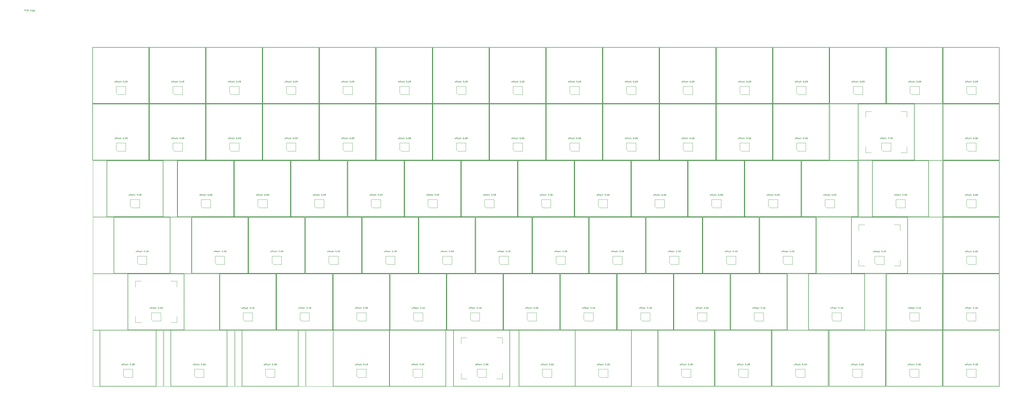
<source format=gbr>
G04 #@! TF.GenerationSoftware,KiCad,Pcbnew,7.0.5*
G04 #@! TF.CreationDate,2023-07-06T17:45:39-04:00*
G04 #@! TF.ProjectId,keyboard,6b657962-6f61-4726-942e-6b696361645f,rev?*
G04 #@! TF.SameCoordinates,Original*
G04 #@! TF.FileFunction,OtherDrawing,Comment*
%FSLAX46Y46*%
G04 Gerber Fmt 4.6, Leading zero omitted, Abs format (unit mm)*
G04 Created by KiCad (PCBNEW 7.0.5) date 2023-07-06 17:45:39*
%MOMM*%
%LPD*%
G01*
G04 APERTURE LIST*
%ADD10C,0.125000*%
%ADD11C,0.150000*%
%ADD12C,0.120000*%
G04 APERTURE END LIST*
D10*
X326824228Y-260189809D02*
X326776609Y-260166000D01*
X326776609Y-260166000D02*
X326752799Y-260142190D01*
X326752799Y-260142190D02*
X326728990Y-260094571D01*
X326728990Y-260094571D02*
X326728990Y-259951714D01*
X326728990Y-259951714D02*
X326752799Y-259904095D01*
X326752799Y-259904095D02*
X326776609Y-259880285D01*
X326776609Y-259880285D02*
X326824228Y-259856476D01*
X326824228Y-259856476D02*
X326895656Y-259856476D01*
X326895656Y-259856476D02*
X326943275Y-259880285D01*
X326943275Y-259880285D02*
X326967085Y-259904095D01*
X326967085Y-259904095D02*
X326990894Y-259951714D01*
X326990894Y-259951714D02*
X326990894Y-260094571D01*
X326990894Y-260094571D02*
X326967085Y-260142190D01*
X326967085Y-260142190D02*
X326943275Y-260166000D01*
X326943275Y-260166000D02*
X326895656Y-260189809D01*
X326895656Y-260189809D02*
X326824228Y-260189809D01*
X327133752Y-259856476D02*
X327324228Y-259856476D01*
X327205180Y-260189809D02*
X327205180Y-259761238D01*
X327205180Y-259761238D02*
X327228990Y-259713619D01*
X327228990Y-259713619D02*
X327276609Y-259689809D01*
X327276609Y-259689809D02*
X327324228Y-259689809D01*
X327419466Y-259856476D02*
X327609942Y-259856476D01*
X327490894Y-260189809D02*
X327490894Y-259761238D01*
X327490894Y-259761238D02*
X327514704Y-259713619D01*
X327514704Y-259713619D02*
X327562323Y-259689809D01*
X327562323Y-259689809D02*
X327609942Y-259689809D01*
X327752799Y-260166000D02*
X327800418Y-260189809D01*
X327800418Y-260189809D02*
X327895656Y-260189809D01*
X327895656Y-260189809D02*
X327943275Y-260166000D01*
X327943275Y-260166000D02*
X327967084Y-260118380D01*
X327967084Y-260118380D02*
X327967084Y-260094571D01*
X327967084Y-260094571D02*
X327943275Y-260046952D01*
X327943275Y-260046952D02*
X327895656Y-260023142D01*
X327895656Y-260023142D02*
X327824227Y-260023142D01*
X327824227Y-260023142D02*
X327776608Y-259999333D01*
X327776608Y-259999333D02*
X327752799Y-259951714D01*
X327752799Y-259951714D02*
X327752799Y-259927904D01*
X327752799Y-259927904D02*
X327776608Y-259880285D01*
X327776608Y-259880285D02*
X327824227Y-259856476D01*
X327824227Y-259856476D02*
X327895656Y-259856476D01*
X327895656Y-259856476D02*
X327943275Y-259880285D01*
X328371846Y-260166000D02*
X328324227Y-260189809D01*
X328324227Y-260189809D02*
X328228989Y-260189809D01*
X328228989Y-260189809D02*
X328181370Y-260166000D01*
X328181370Y-260166000D02*
X328157561Y-260118380D01*
X328157561Y-260118380D02*
X328157561Y-259927904D01*
X328157561Y-259927904D02*
X328181370Y-259880285D01*
X328181370Y-259880285D02*
X328228989Y-259856476D01*
X328228989Y-259856476D02*
X328324227Y-259856476D01*
X328324227Y-259856476D02*
X328371846Y-259880285D01*
X328371846Y-259880285D02*
X328395656Y-259927904D01*
X328395656Y-259927904D02*
X328395656Y-259975523D01*
X328395656Y-259975523D02*
X328157561Y-260023142D01*
X328538513Y-259856476D02*
X328728989Y-259856476D01*
X328609941Y-259689809D02*
X328609941Y-260118380D01*
X328609941Y-260118380D02*
X328633751Y-260166000D01*
X328633751Y-260166000D02*
X328681370Y-260189809D01*
X328681370Y-260189809D02*
X328728989Y-260189809D01*
X328895655Y-260142190D02*
X328919465Y-260166000D01*
X328919465Y-260166000D02*
X328895655Y-260189809D01*
X328895655Y-260189809D02*
X328871846Y-260166000D01*
X328871846Y-260166000D02*
X328895655Y-260142190D01*
X328895655Y-260142190D02*
X328895655Y-260189809D01*
X328895655Y-259880285D02*
X328919465Y-259904095D01*
X328919465Y-259904095D02*
X328895655Y-259927904D01*
X328895655Y-259927904D02*
X328871846Y-259904095D01*
X328871846Y-259904095D02*
X328895655Y-259880285D01*
X328895655Y-259880285D02*
X328895655Y-259927904D01*
X329752797Y-259689809D02*
X329514702Y-259689809D01*
X329514702Y-259689809D02*
X329490893Y-259927904D01*
X329490893Y-259927904D02*
X329514702Y-259904095D01*
X329514702Y-259904095D02*
X329562321Y-259880285D01*
X329562321Y-259880285D02*
X329681369Y-259880285D01*
X329681369Y-259880285D02*
X329728988Y-259904095D01*
X329728988Y-259904095D02*
X329752797Y-259927904D01*
X329752797Y-259927904D02*
X329776607Y-259975523D01*
X329776607Y-259975523D02*
X329776607Y-260094571D01*
X329776607Y-260094571D02*
X329752797Y-260142190D01*
X329752797Y-260142190D02*
X329728988Y-260166000D01*
X329728988Y-260166000D02*
X329681369Y-260189809D01*
X329681369Y-260189809D02*
X329562321Y-260189809D01*
X329562321Y-260189809D02*
X329514702Y-260166000D01*
X329514702Y-260166000D02*
X329490893Y-260142190D01*
X329990892Y-260142190D02*
X330014702Y-260166000D01*
X330014702Y-260166000D02*
X329990892Y-260189809D01*
X329990892Y-260189809D02*
X329967083Y-260166000D01*
X329967083Y-260166000D02*
X329990892Y-260142190D01*
X329990892Y-260142190D02*
X329990892Y-260189809D01*
X330324225Y-259689809D02*
X330371844Y-259689809D01*
X330371844Y-259689809D02*
X330419463Y-259713619D01*
X330419463Y-259713619D02*
X330443273Y-259737428D01*
X330443273Y-259737428D02*
X330467082Y-259785047D01*
X330467082Y-259785047D02*
X330490892Y-259880285D01*
X330490892Y-259880285D02*
X330490892Y-259999333D01*
X330490892Y-259999333D02*
X330467082Y-260094571D01*
X330467082Y-260094571D02*
X330443273Y-260142190D01*
X330443273Y-260142190D02*
X330419463Y-260166000D01*
X330419463Y-260166000D02*
X330371844Y-260189809D01*
X330371844Y-260189809D02*
X330324225Y-260189809D01*
X330324225Y-260189809D02*
X330276606Y-260166000D01*
X330276606Y-260166000D02*
X330252797Y-260142190D01*
X330252797Y-260142190D02*
X330228987Y-260094571D01*
X330228987Y-260094571D02*
X330205178Y-259999333D01*
X330205178Y-259999333D02*
X330205178Y-259880285D01*
X330205178Y-259880285D02*
X330228987Y-259785047D01*
X330228987Y-259785047D02*
X330252797Y-259737428D01*
X330252797Y-259737428D02*
X330276606Y-259713619D01*
X330276606Y-259713619D02*
X330324225Y-259689809D01*
X330776606Y-259904095D02*
X330728987Y-259880285D01*
X330728987Y-259880285D02*
X330705177Y-259856476D01*
X330705177Y-259856476D02*
X330681368Y-259808857D01*
X330681368Y-259808857D02*
X330681368Y-259785047D01*
X330681368Y-259785047D02*
X330705177Y-259737428D01*
X330705177Y-259737428D02*
X330728987Y-259713619D01*
X330728987Y-259713619D02*
X330776606Y-259689809D01*
X330776606Y-259689809D02*
X330871844Y-259689809D01*
X330871844Y-259689809D02*
X330919463Y-259713619D01*
X330919463Y-259713619D02*
X330943272Y-259737428D01*
X330943272Y-259737428D02*
X330967082Y-259785047D01*
X330967082Y-259785047D02*
X330967082Y-259808857D01*
X330967082Y-259808857D02*
X330943272Y-259856476D01*
X330943272Y-259856476D02*
X330919463Y-259880285D01*
X330919463Y-259880285D02*
X330871844Y-259904095D01*
X330871844Y-259904095D02*
X330776606Y-259904095D01*
X330776606Y-259904095D02*
X330728987Y-259927904D01*
X330728987Y-259927904D02*
X330705177Y-259951714D01*
X330705177Y-259951714D02*
X330681368Y-259999333D01*
X330681368Y-259999333D02*
X330681368Y-260094571D01*
X330681368Y-260094571D02*
X330705177Y-260142190D01*
X330705177Y-260142190D02*
X330728987Y-260166000D01*
X330728987Y-260166000D02*
X330776606Y-260189809D01*
X330776606Y-260189809D02*
X330871844Y-260189809D01*
X330871844Y-260189809D02*
X330919463Y-260166000D01*
X330919463Y-260166000D02*
X330943272Y-260142190D01*
X330943272Y-260142190D02*
X330967082Y-260094571D01*
X330967082Y-260094571D02*
X330967082Y-259999333D01*
X330967082Y-259999333D02*
X330943272Y-259951714D01*
X330943272Y-259951714D02*
X330919463Y-259927904D01*
X330919463Y-259927904D02*
X330871844Y-259904095D01*
X307749228Y-260194809D02*
X307701609Y-260171000D01*
X307701609Y-260171000D02*
X307677799Y-260147190D01*
X307677799Y-260147190D02*
X307653990Y-260099571D01*
X307653990Y-260099571D02*
X307653990Y-259956714D01*
X307653990Y-259956714D02*
X307677799Y-259909095D01*
X307677799Y-259909095D02*
X307701609Y-259885285D01*
X307701609Y-259885285D02*
X307749228Y-259861476D01*
X307749228Y-259861476D02*
X307820656Y-259861476D01*
X307820656Y-259861476D02*
X307868275Y-259885285D01*
X307868275Y-259885285D02*
X307892085Y-259909095D01*
X307892085Y-259909095D02*
X307915894Y-259956714D01*
X307915894Y-259956714D02*
X307915894Y-260099571D01*
X307915894Y-260099571D02*
X307892085Y-260147190D01*
X307892085Y-260147190D02*
X307868275Y-260171000D01*
X307868275Y-260171000D02*
X307820656Y-260194809D01*
X307820656Y-260194809D02*
X307749228Y-260194809D01*
X308058752Y-259861476D02*
X308249228Y-259861476D01*
X308130180Y-260194809D02*
X308130180Y-259766238D01*
X308130180Y-259766238D02*
X308153990Y-259718619D01*
X308153990Y-259718619D02*
X308201609Y-259694809D01*
X308201609Y-259694809D02*
X308249228Y-259694809D01*
X308344466Y-259861476D02*
X308534942Y-259861476D01*
X308415894Y-260194809D02*
X308415894Y-259766238D01*
X308415894Y-259766238D02*
X308439704Y-259718619D01*
X308439704Y-259718619D02*
X308487323Y-259694809D01*
X308487323Y-259694809D02*
X308534942Y-259694809D01*
X308677799Y-260171000D02*
X308725418Y-260194809D01*
X308725418Y-260194809D02*
X308820656Y-260194809D01*
X308820656Y-260194809D02*
X308868275Y-260171000D01*
X308868275Y-260171000D02*
X308892084Y-260123380D01*
X308892084Y-260123380D02*
X308892084Y-260099571D01*
X308892084Y-260099571D02*
X308868275Y-260051952D01*
X308868275Y-260051952D02*
X308820656Y-260028142D01*
X308820656Y-260028142D02*
X308749227Y-260028142D01*
X308749227Y-260028142D02*
X308701608Y-260004333D01*
X308701608Y-260004333D02*
X308677799Y-259956714D01*
X308677799Y-259956714D02*
X308677799Y-259932904D01*
X308677799Y-259932904D02*
X308701608Y-259885285D01*
X308701608Y-259885285D02*
X308749227Y-259861476D01*
X308749227Y-259861476D02*
X308820656Y-259861476D01*
X308820656Y-259861476D02*
X308868275Y-259885285D01*
X309296846Y-260171000D02*
X309249227Y-260194809D01*
X309249227Y-260194809D02*
X309153989Y-260194809D01*
X309153989Y-260194809D02*
X309106370Y-260171000D01*
X309106370Y-260171000D02*
X309082561Y-260123380D01*
X309082561Y-260123380D02*
X309082561Y-259932904D01*
X309082561Y-259932904D02*
X309106370Y-259885285D01*
X309106370Y-259885285D02*
X309153989Y-259861476D01*
X309153989Y-259861476D02*
X309249227Y-259861476D01*
X309249227Y-259861476D02*
X309296846Y-259885285D01*
X309296846Y-259885285D02*
X309320656Y-259932904D01*
X309320656Y-259932904D02*
X309320656Y-259980523D01*
X309320656Y-259980523D02*
X309082561Y-260028142D01*
X309463513Y-259861476D02*
X309653989Y-259861476D01*
X309534941Y-259694809D02*
X309534941Y-260123380D01*
X309534941Y-260123380D02*
X309558751Y-260171000D01*
X309558751Y-260171000D02*
X309606370Y-260194809D01*
X309606370Y-260194809D02*
X309653989Y-260194809D01*
X309820655Y-260147190D02*
X309844465Y-260171000D01*
X309844465Y-260171000D02*
X309820655Y-260194809D01*
X309820655Y-260194809D02*
X309796846Y-260171000D01*
X309796846Y-260171000D02*
X309820655Y-260147190D01*
X309820655Y-260147190D02*
X309820655Y-260194809D01*
X309820655Y-259885285D02*
X309844465Y-259909095D01*
X309844465Y-259909095D02*
X309820655Y-259932904D01*
X309820655Y-259932904D02*
X309796846Y-259909095D01*
X309796846Y-259909095D02*
X309820655Y-259885285D01*
X309820655Y-259885285D02*
X309820655Y-259932904D01*
X310677797Y-259694809D02*
X310439702Y-259694809D01*
X310439702Y-259694809D02*
X310415893Y-259932904D01*
X310415893Y-259932904D02*
X310439702Y-259909095D01*
X310439702Y-259909095D02*
X310487321Y-259885285D01*
X310487321Y-259885285D02*
X310606369Y-259885285D01*
X310606369Y-259885285D02*
X310653988Y-259909095D01*
X310653988Y-259909095D02*
X310677797Y-259932904D01*
X310677797Y-259932904D02*
X310701607Y-259980523D01*
X310701607Y-259980523D02*
X310701607Y-260099571D01*
X310701607Y-260099571D02*
X310677797Y-260147190D01*
X310677797Y-260147190D02*
X310653988Y-260171000D01*
X310653988Y-260171000D02*
X310606369Y-260194809D01*
X310606369Y-260194809D02*
X310487321Y-260194809D01*
X310487321Y-260194809D02*
X310439702Y-260171000D01*
X310439702Y-260171000D02*
X310415893Y-260147190D01*
X310915892Y-260147190D02*
X310939702Y-260171000D01*
X310939702Y-260171000D02*
X310915892Y-260194809D01*
X310915892Y-260194809D02*
X310892083Y-260171000D01*
X310892083Y-260171000D02*
X310915892Y-260147190D01*
X310915892Y-260147190D02*
X310915892Y-260194809D01*
X311249225Y-259694809D02*
X311296844Y-259694809D01*
X311296844Y-259694809D02*
X311344463Y-259718619D01*
X311344463Y-259718619D02*
X311368273Y-259742428D01*
X311368273Y-259742428D02*
X311392082Y-259790047D01*
X311392082Y-259790047D02*
X311415892Y-259885285D01*
X311415892Y-259885285D02*
X311415892Y-260004333D01*
X311415892Y-260004333D02*
X311392082Y-260099571D01*
X311392082Y-260099571D02*
X311368273Y-260147190D01*
X311368273Y-260147190D02*
X311344463Y-260171000D01*
X311344463Y-260171000D02*
X311296844Y-260194809D01*
X311296844Y-260194809D02*
X311249225Y-260194809D01*
X311249225Y-260194809D02*
X311201606Y-260171000D01*
X311201606Y-260171000D02*
X311177797Y-260147190D01*
X311177797Y-260147190D02*
X311153987Y-260099571D01*
X311153987Y-260099571D02*
X311130178Y-260004333D01*
X311130178Y-260004333D02*
X311130178Y-259885285D01*
X311130178Y-259885285D02*
X311153987Y-259790047D01*
X311153987Y-259790047D02*
X311177797Y-259742428D01*
X311177797Y-259742428D02*
X311201606Y-259718619D01*
X311201606Y-259718619D02*
X311249225Y-259694809D01*
X311701606Y-259909095D02*
X311653987Y-259885285D01*
X311653987Y-259885285D02*
X311630177Y-259861476D01*
X311630177Y-259861476D02*
X311606368Y-259813857D01*
X311606368Y-259813857D02*
X311606368Y-259790047D01*
X311606368Y-259790047D02*
X311630177Y-259742428D01*
X311630177Y-259742428D02*
X311653987Y-259718619D01*
X311653987Y-259718619D02*
X311701606Y-259694809D01*
X311701606Y-259694809D02*
X311796844Y-259694809D01*
X311796844Y-259694809D02*
X311844463Y-259718619D01*
X311844463Y-259718619D02*
X311868272Y-259742428D01*
X311868272Y-259742428D02*
X311892082Y-259790047D01*
X311892082Y-259790047D02*
X311892082Y-259813857D01*
X311892082Y-259813857D02*
X311868272Y-259861476D01*
X311868272Y-259861476D02*
X311844463Y-259885285D01*
X311844463Y-259885285D02*
X311796844Y-259909095D01*
X311796844Y-259909095D02*
X311701606Y-259909095D01*
X311701606Y-259909095D02*
X311653987Y-259932904D01*
X311653987Y-259932904D02*
X311630177Y-259956714D01*
X311630177Y-259956714D02*
X311606368Y-260004333D01*
X311606368Y-260004333D02*
X311606368Y-260099571D01*
X311606368Y-260099571D02*
X311630177Y-260147190D01*
X311630177Y-260147190D02*
X311653987Y-260171000D01*
X311653987Y-260171000D02*
X311701606Y-260194809D01*
X311701606Y-260194809D02*
X311796844Y-260194809D01*
X311796844Y-260194809D02*
X311844463Y-260171000D01*
X311844463Y-260171000D02*
X311868272Y-260147190D01*
X311868272Y-260147190D02*
X311892082Y-260099571D01*
X311892082Y-260099571D02*
X311892082Y-260004333D01*
X311892082Y-260004333D02*
X311868272Y-259956714D01*
X311868272Y-259956714D02*
X311844463Y-259932904D01*
X311844463Y-259932904D02*
X311796844Y-259909095D01*
X263899228Y-260169809D02*
X263851609Y-260146000D01*
X263851609Y-260146000D02*
X263827799Y-260122190D01*
X263827799Y-260122190D02*
X263803990Y-260074571D01*
X263803990Y-260074571D02*
X263803990Y-259931714D01*
X263803990Y-259931714D02*
X263827799Y-259884095D01*
X263827799Y-259884095D02*
X263851609Y-259860285D01*
X263851609Y-259860285D02*
X263899228Y-259836476D01*
X263899228Y-259836476D02*
X263970656Y-259836476D01*
X263970656Y-259836476D02*
X264018275Y-259860285D01*
X264018275Y-259860285D02*
X264042085Y-259884095D01*
X264042085Y-259884095D02*
X264065894Y-259931714D01*
X264065894Y-259931714D02*
X264065894Y-260074571D01*
X264065894Y-260074571D02*
X264042085Y-260122190D01*
X264042085Y-260122190D02*
X264018275Y-260146000D01*
X264018275Y-260146000D02*
X263970656Y-260169809D01*
X263970656Y-260169809D02*
X263899228Y-260169809D01*
X264208752Y-259836476D02*
X264399228Y-259836476D01*
X264280180Y-260169809D02*
X264280180Y-259741238D01*
X264280180Y-259741238D02*
X264303990Y-259693619D01*
X264303990Y-259693619D02*
X264351609Y-259669809D01*
X264351609Y-259669809D02*
X264399228Y-259669809D01*
X264494466Y-259836476D02*
X264684942Y-259836476D01*
X264565894Y-260169809D02*
X264565894Y-259741238D01*
X264565894Y-259741238D02*
X264589704Y-259693619D01*
X264589704Y-259693619D02*
X264637323Y-259669809D01*
X264637323Y-259669809D02*
X264684942Y-259669809D01*
X264827799Y-260146000D02*
X264875418Y-260169809D01*
X264875418Y-260169809D02*
X264970656Y-260169809D01*
X264970656Y-260169809D02*
X265018275Y-260146000D01*
X265018275Y-260146000D02*
X265042084Y-260098380D01*
X265042084Y-260098380D02*
X265042084Y-260074571D01*
X265042084Y-260074571D02*
X265018275Y-260026952D01*
X265018275Y-260026952D02*
X264970656Y-260003142D01*
X264970656Y-260003142D02*
X264899227Y-260003142D01*
X264899227Y-260003142D02*
X264851608Y-259979333D01*
X264851608Y-259979333D02*
X264827799Y-259931714D01*
X264827799Y-259931714D02*
X264827799Y-259907904D01*
X264827799Y-259907904D02*
X264851608Y-259860285D01*
X264851608Y-259860285D02*
X264899227Y-259836476D01*
X264899227Y-259836476D02*
X264970656Y-259836476D01*
X264970656Y-259836476D02*
X265018275Y-259860285D01*
X265446846Y-260146000D02*
X265399227Y-260169809D01*
X265399227Y-260169809D02*
X265303989Y-260169809D01*
X265303989Y-260169809D02*
X265256370Y-260146000D01*
X265256370Y-260146000D02*
X265232561Y-260098380D01*
X265232561Y-260098380D02*
X265232561Y-259907904D01*
X265232561Y-259907904D02*
X265256370Y-259860285D01*
X265256370Y-259860285D02*
X265303989Y-259836476D01*
X265303989Y-259836476D02*
X265399227Y-259836476D01*
X265399227Y-259836476D02*
X265446846Y-259860285D01*
X265446846Y-259860285D02*
X265470656Y-259907904D01*
X265470656Y-259907904D02*
X265470656Y-259955523D01*
X265470656Y-259955523D02*
X265232561Y-260003142D01*
X265613513Y-259836476D02*
X265803989Y-259836476D01*
X265684941Y-259669809D02*
X265684941Y-260098380D01*
X265684941Y-260098380D02*
X265708751Y-260146000D01*
X265708751Y-260146000D02*
X265756370Y-260169809D01*
X265756370Y-260169809D02*
X265803989Y-260169809D01*
X265970655Y-260122190D02*
X265994465Y-260146000D01*
X265994465Y-260146000D02*
X265970655Y-260169809D01*
X265970655Y-260169809D02*
X265946846Y-260146000D01*
X265946846Y-260146000D02*
X265970655Y-260122190D01*
X265970655Y-260122190D02*
X265970655Y-260169809D01*
X265970655Y-259860285D02*
X265994465Y-259884095D01*
X265994465Y-259884095D02*
X265970655Y-259907904D01*
X265970655Y-259907904D02*
X265946846Y-259884095D01*
X265946846Y-259884095D02*
X265970655Y-259860285D01*
X265970655Y-259860285D02*
X265970655Y-259907904D01*
X266827797Y-259669809D02*
X266589702Y-259669809D01*
X266589702Y-259669809D02*
X266565893Y-259907904D01*
X266565893Y-259907904D02*
X266589702Y-259884095D01*
X266589702Y-259884095D02*
X266637321Y-259860285D01*
X266637321Y-259860285D02*
X266756369Y-259860285D01*
X266756369Y-259860285D02*
X266803988Y-259884095D01*
X266803988Y-259884095D02*
X266827797Y-259907904D01*
X266827797Y-259907904D02*
X266851607Y-259955523D01*
X266851607Y-259955523D02*
X266851607Y-260074571D01*
X266851607Y-260074571D02*
X266827797Y-260122190D01*
X266827797Y-260122190D02*
X266803988Y-260146000D01*
X266803988Y-260146000D02*
X266756369Y-260169809D01*
X266756369Y-260169809D02*
X266637321Y-260169809D01*
X266637321Y-260169809D02*
X266589702Y-260146000D01*
X266589702Y-260146000D02*
X266565893Y-260122190D01*
X267065892Y-260122190D02*
X267089702Y-260146000D01*
X267089702Y-260146000D02*
X267065892Y-260169809D01*
X267065892Y-260169809D02*
X267042083Y-260146000D01*
X267042083Y-260146000D02*
X267065892Y-260122190D01*
X267065892Y-260122190D02*
X267065892Y-260169809D01*
X267399225Y-259669809D02*
X267446844Y-259669809D01*
X267446844Y-259669809D02*
X267494463Y-259693619D01*
X267494463Y-259693619D02*
X267518273Y-259717428D01*
X267518273Y-259717428D02*
X267542082Y-259765047D01*
X267542082Y-259765047D02*
X267565892Y-259860285D01*
X267565892Y-259860285D02*
X267565892Y-259979333D01*
X267565892Y-259979333D02*
X267542082Y-260074571D01*
X267542082Y-260074571D02*
X267518273Y-260122190D01*
X267518273Y-260122190D02*
X267494463Y-260146000D01*
X267494463Y-260146000D02*
X267446844Y-260169809D01*
X267446844Y-260169809D02*
X267399225Y-260169809D01*
X267399225Y-260169809D02*
X267351606Y-260146000D01*
X267351606Y-260146000D02*
X267327797Y-260122190D01*
X267327797Y-260122190D02*
X267303987Y-260074571D01*
X267303987Y-260074571D02*
X267280178Y-259979333D01*
X267280178Y-259979333D02*
X267280178Y-259860285D01*
X267280178Y-259860285D02*
X267303987Y-259765047D01*
X267303987Y-259765047D02*
X267327797Y-259717428D01*
X267327797Y-259717428D02*
X267351606Y-259693619D01*
X267351606Y-259693619D02*
X267399225Y-259669809D01*
X267851606Y-259884095D02*
X267803987Y-259860285D01*
X267803987Y-259860285D02*
X267780177Y-259836476D01*
X267780177Y-259836476D02*
X267756368Y-259788857D01*
X267756368Y-259788857D02*
X267756368Y-259765047D01*
X267756368Y-259765047D02*
X267780177Y-259717428D01*
X267780177Y-259717428D02*
X267803987Y-259693619D01*
X267803987Y-259693619D02*
X267851606Y-259669809D01*
X267851606Y-259669809D02*
X267946844Y-259669809D01*
X267946844Y-259669809D02*
X267994463Y-259693619D01*
X267994463Y-259693619D02*
X268018272Y-259717428D01*
X268018272Y-259717428D02*
X268042082Y-259765047D01*
X268042082Y-259765047D02*
X268042082Y-259788857D01*
X268042082Y-259788857D02*
X268018272Y-259836476D01*
X268018272Y-259836476D02*
X267994463Y-259860285D01*
X267994463Y-259860285D02*
X267946844Y-259884095D01*
X267946844Y-259884095D02*
X267851606Y-259884095D01*
X267851606Y-259884095D02*
X267803987Y-259907904D01*
X267803987Y-259907904D02*
X267780177Y-259931714D01*
X267780177Y-259931714D02*
X267756368Y-259979333D01*
X267756368Y-259979333D02*
X267756368Y-260074571D01*
X267756368Y-260074571D02*
X267780177Y-260122190D01*
X267780177Y-260122190D02*
X267803987Y-260146000D01*
X267803987Y-260146000D02*
X267851606Y-260169809D01*
X267851606Y-260169809D02*
X267946844Y-260169809D01*
X267946844Y-260169809D02*
X267994463Y-260146000D01*
X267994463Y-260146000D02*
X268018272Y-260122190D01*
X268018272Y-260122190D02*
X268042082Y-260074571D01*
X268042082Y-260074571D02*
X268042082Y-259979333D01*
X268042082Y-259979333D02*
X268018272Y-259931714D01*
X268018272Y-259931714D02*
X267994463Y-259907904D01*
X267994463Y-259907904D02*
X267946844Y-259884095D01*
X244824228Y-260194809D02*
X244776609Y-260171000D01*
X244776609Y-260171000D02*
X244752799Y-260147190D01*
X244752799Y-260147190D02*
X244728990Y-260099571D01*
X244728990Y-260099571D02*
X244728990Y-259956714D01*
X244728990Y-259956714D02*
X244752799Y-259909095D01*
X244752799Y-259909095D02*
X244776609Y-259885285D01*
X244776609Y-259885285D02*
X244824228Y-259861476D01*
X244824228Y-259861476D02*
X244895656Y-259861476D01*
X244895656Y-259861476D02*
X244943275Y-259885285D01*
X244943275Y-259885285D02*
X244967085Y-259909095D01*
X244967085Y-259909095D02*
X244990894Y-259956714D01*
X244990894Y-259956714D02*
X244990894Y-260099571D01*
X244990894Y-260099571D02*
X244967085Y-260147190D01*
X244967085Y-260147190D02*
X244943275Y-260171000D01*
X244943275Y-260171000D02*
X244895656Y-260194809D01*
X244895656Y-260194809D02*
X244824228Y-260194809D01*
X245133752Y-259861476D02*
X245324228Y-259861476D01*
X245205180Y-260194809D02*
X245205180Y-259766238D01*
X245205180Y-259766238D02*
X245228990Y-259718619D01*
X245228990Y-259718619D02*
X245276609Y-259694809D01*
X245276609Y-259694809D02*
X245324228Y-259694809D01*
X245419466Y-259861476D02*
X245609942Y-259861476D01*
X245490894Y-260194809D02*
X245490894Y-259766238D01*
X245490894Y-259766238D02*
X245514704Y-259718619D01*
X245514704Y-259718619D02*
X245562323Y-259694809D01*
X245562323Y-259694809D02*
X245609942Y-259694809D01*
X245752799Y-260171000D02*
X245800418Y-260194809D01*
X245800418Y-260194809D02*
X245895656Y-260194809D01*
X245895656Y-260194809D02*
X245943275Y-260171000D01*
X245943275Y-260171000D02*
X245967084Y-260123380D01*
X245967084Y-260123380D02*
X245967084Y-260099571D01*
X245967084Y-260099571D02*
X245943275Y-260051952D01*
X245943275Y-260051952D02*
X245895656Y-260028142D01*
X245895656Y-260028142D02*
X245824227Y-260028142D01*
X245824227Y-260028142D02*
X245776608Y-260004333D01*
X245776608Y-260004333D02*
X245752799Y-259956714D01*
X245752799Y-259956714D02*
X245752799Y-259932904D01*
X245752799Y-259932904D02*
X245776608Y-259885285D01*
X245776608Y-259885285D02*
X245824227Y-259861476D01*
X245824227Y-259861476D02*
X245895656Y-259861476D01*
X245895656Y-259861476D02*
X245943275Y-259885285D01*
X246371846Y-260171000D02*
X246324227Y-260194809D01*
X246324227Y-260194809D02*
X246228989Y-260194809D01*
X246228989Y-260194809D02*
X246181370Y-260171000D01*
X246181370Y-260171000D02*
X246157561Y-260123380D01*
X246157561Y-260123380D02*
X246157561Y-259932904D01*
X246157561Y-259932904D02*
X246181370Y-259885285D01*
X246181370Y-259885285D02*
X246228989Y-259861476D01*
X246228989Y-259861476D02*
X246324227Y-259861476D01*
X246324227Y-259861476D02*
X246371846Y-259885285D01*
X246371846Y-259885285D02*
X246395656Y-259932904D01*
X246395656Y-259932904D02*
X246395656Y-259980523D01*
X246395656Y-259980523D02*
X246157561Y-260028142D01*
X246538513Y-259861476D02*
X246728989Y-259861476D01*
X246609941Y-259694809D02*
X246609941Y-260123380D01*
X246609941Y-260123380D02*
X246633751Y-260171000D01*
X246633751Y-260171000D02*
X246681370Y-260194809D01*
X246681370Y-260194809D02*
X246728989Y-260194809D01*
X246895655Y-260147190D02*
X246919465Y-260171000D01*
X246919465Y-260171000D02*
X246895655Y-260194809D01*
X246895655Y-260194809D02*
X246871846Y-260171000D01*
X246871846Y-260171000D02*
X246895655Y-260147190D01*
X246895655Y-260147190D02*
X246895655Y-260194809D01*
X246895655Y-259885285D02*
X246919465Y-259909095D01*
X246919465Y-259909095D02*
X246895655Y-259932904D01*
X246895655Y-259932904D02*
X246871846Y-259909095D01*
X246871846Y-259909095D02*
X246895655Y-259885285D01*
X246895655Y-259885285D02*
X246895655Y-259932904D01*
X247752797Y-259694809D02*
X247514702Y-259694809D01*
X247514702Y-259694809D02*
X247490893Y-259932904D01*
X247490893Y-259932904D02*
X247514702Y-259909095D01*
X247514702Y-259909095D02*
X247562321Y-259885285D01*
X247562321Y-259885285D02*
X247681369Y-259885285D01*
X247681369Y-259885285D02*
X247728988Y-259909095D01*
X247728988Y-259909095D02*
X247752797Y-259932904D01*
X247752797Y-259932904D02*
X247776607Y-259980523D01*
X247776607Y-259980523D02*
X247776607Y-260099571D01*
X247776607Y-260099571D02*
X247752797Y-260147190D01*
X247752797Y-260147190D02*
X247728988Y-260171000D01*
X247728988Y-260171000D02*
X247681369Y-260194809D01*
X247681369Y-260194809D02*
X247562321Y-260194809D01*
X247562321Y-260194809D02*
X247514702Y-260171000D01*
X247514702Y-260171000D02*
X247490893Y-260147190D01*
X247990892Y-260147190D02*
X248014702Y-260171000D01*
X248014702Y-260171000D02*
X247990892Y-260194809D01*
X247990892Y-260194809D02*
X247967083Y-260171000D01*
X247967083Y-260171000D02*
X247990892Y-260147190D01*
X247990892Y-260147190D02*
X247990892Y-260194809D01*
X248324225Y-259694809D02*
X248371844Y-259694809D01*
X248371844Y-259694809D02*
X248419463Y-259718619D01*
X248419463Y-259718619D02*
X248443273Y-259742428D01*
X248443273Y-259742428D02*
X248467082Y-259790047D01*
X248467082Y-259790047D02*
X248490892Y-259885285D01*
X248490892Y-259885285D02*
X248490892Y-260004333D01*
X248490892Y-260004333D02*
X248467082Y-260099571D01*
X248467082Y-260099571D02*
X248443273Y-260147190D01*
X248443273Y-260147190D02*
X248419463Y-260171000D01*
X248419463Y-260171000D02*
X248371844Y-260194809D01*
X248371844Y-260194809D02*
X248324225Y-260194809D01*
X248324225Y-260194809D02*
X248276606Y-260171000D01*
X248276606Y-260171000D02*
X248252797Y-260147190D01*
X248252797Y-260147190D02*
X248228987Y-260099571D01*
X248228987Y-260099571D02*
X248205178Y-260004333D01*
X248205178Y-260004333D02*
X248205178Y-259885285D01*
X248205178Y-259885285D02*
X248228987Y-259790047D01*
X248228987Y-259790047D02*
X248252797Y-259742428D01*
X248252797Y-259742428D02*
X248276606Y-259718619D01*
X248276606Y-259718619D02*
X248324225Y-259694809D01*
X248776606Y-259909095D02*
X248728987Y-259885285D01*
X248728987Y-259885285D02*
X248705177Y-259861476D01*
X248705177Y-259861476D02*
X248681368Y-259813857D01*
X248681368Y-259813857D02*
X248681368Y-259790047D01*
X248681368Y-259790047D02*
X248705177Y-259742428D01*
X248705177Y-259742428D02*
X248728987Y-259718619D01*
X248728987Y-259718619D02*
X248776606Y-259694809D01*
X248776606Y-259694809D02*
X248871844Y-259694809D01*
X248871844Y-259694809D02*
X248919463Y-259718619D01*
X248919463Y-259718619D02*
X248943272Y-259742428D01*
X248943272Y-259742428D02*
X248967082Y-259790047D01*
X248967082Y-259790047D02*
X248967082Y-259813857D01*
X248967082Y-259813857D02*
X248943272Y-259861476D01*
X248943272Y-259861476D02*
X248919463Y-259885285D01*
X248919463Y-259885285D02*
X248871844Y-259909095D01*
X248871844Y-259909095D02*
X248776606Y-259909095D01*
X248776606Y-259909095D02*
X248728987Y-259932904D01*
X248728987Y-259932904D02*
X248705177Y-259956714D01*
X248705177Y-259956714D02*
X248681368Y-260004333D01*
X248681368Y-260004333D02*
X248681368Y-260099571D01*
X248681368Y-260099571D02*
X248705177Y-260147190D01*
X248705177Y-260147190D02*
X248728987Y-260171000D01*
X248728987Y-260171000D02*
X248776606Y-260194809D01*
X248776606Y-260194809D02*
X248871844Y-260194809D01*
X248871844Y-260194809D02*
X248919463Y-260171000D01*
X248919463Y-260171000D02*
X248943272Y-260147190D01*
X248943272Y-260147190D02*
X248967082Y-260099571D01*
X248967082Y-260099571D02*
X248967082Y-260004333D01*
X248967082Y-260004333D02*
X248943272Y-259956714D01*
X248943272Y-259956714D02*
X248919463Y-259932904D01*
X248919463Y-259932904D02*
X248871844Y-259909095D01*
X206324228Y-241019809D02*
X206276609Y-240996000D01*
X206276609Y-240996000D02*
X206252799Y-240972190D01*
X206252799Y-240972190D02*
X206228990Y-240924571D01*
X206228990Y-240924571D02*
X206228990Y-240781714D01*
X206228990Y-240781714D02*
X206252799Y-240734095D01*
X206252799Y-240734095D02*
X206276609Y-240710285D01*
X206276609Y-240710285D02*
X206324228Y-240686476D01*
X206324228Y-240686476D02*
X206395656Y-240686476D01*
X206395656Y-240686476D02*
X206443275Y-240710285D01*
X206443275Y-240710285D02*
X206467085Y-240734095D01*
X206467085Y-240734095D02*
X206490894Y-240781714D01*
X206490894Y-240781714D02*
X206490894Y-240924571D01*
X206490894Y-240924571D02*
X206467085Y-240972190D01*
X206467085Y-240972190D02*
X206443275Y-240996000D01*
X206443275Y-240996000D02*
X206395656Y-241019809D01*
X206395656Y-241019809D02*
X206324228Y-241019809D01*
X206633752Y-240686476D02*
X206824228Y-240686476D01*
X206705180Y-241019809D02*
X206705180Y-240591238D01*
X206705180Y-240591238D02*
X206728990Y-240543619D01*
X206728990Y-240543619D02*
X206776609Y-240519809D01*
X206776609Y-240519809D02*
X206824228Y-240519809D01*
X206919466Y-240686476D02*
X207109942Y-240686476D01*
X206990894Y-241019809D02*
X206990894Y-240591238D01*
X206990894Y-240591238D02*
X207014704Y-240543619D01*
X207014704Y-240543619D02*
X207062323Y-240519809D01*
X207062323Y-240519809D02*
X207109942Y-240519809D01*
X207252799Y-240996000D02*
X207300418Y-241019809D01*
X207300418Y-241019809D02*
X207395656Y-241019809D01*
X207395656Y-241019809D02*
X207443275Y-240996000D01*
X207443275Y-240996000D02*
X207467084Y-240948380D01*
X207467084Y-240948380D02*
X207467084Y-240924571D01*
X207467084Y-240924571D02*
X207443275Y-240876952D01*
X207443275Y-240876952D02*
X207395656Y-240853142D01*
X207395656Y-240853142D02*
X207324227Y-240853142D01*
X207324227Y-240853142D02*
X207276608Y-240829333D01*
X207276608Y-240829333D02*
X207252799Y-240781714D01*
X207252799Y-240781714D02*
X207252799Y-240757904D01*
X207252799Y-240757904D02*
X207276608Y-240710285D01*
X207276608Y-240710285D02*
X207324227Y-240686476D01*
X207324227Y-240686476D02*
X207395656Y-240686476D01*
X207395656Y-240686476D02*
X207443275Y-240710285D01*
X207871846Y-240996000D02*
X207824227Y-241019809D01*
X207824227Y-241019809D02*
X207728989Y-241019809D01*
X207728989Y-241019809D02*
X207681370Y-240996000D01*
X207681370Y-240996000D02*
X207657561Y-240948380D01*
X207657561Y-240948380D02*
X207657561Y-240757904D01*
X207657561Y-240757904D02*
X207681370Y-240710285D01*
X207681370Y-240710285D02*
X207728989Y-240686476D01*
X207728989Y-240686476D02*
X207824227Y-240686476D01*
X207824227Y-240686476D02*
X207871846Y-240710285D01*
X207871846Y-240710285D02*
X207895656Y-240757904D01*
X207895656Y-240757904D02*
X207895656Y-240805523D01*
X207895656Y-240805523D02*
X207657561Y-240853142D01*
X208038513Y-240686476D02*
X208228989Y-240686476D01*
X208109941Y-240519809D02*
X208109941Y-240948380D01*
X208109941Y-240948380D02*
X208133751Y-240996000D01*
X208133751Y-240996000D02*
X208181370Y-241019809D01*
X208181370Y-241019809D02*
X208228989Y-241019809D01*
X208395655Y-240972190D02*
X208419465Y-240996000D01*
X208419465Y-240996000D02*
X208395655Y-241019809D01*
X208395655Y-241019809D02*
X208371846Y-240996000D01*
X208371846Y-240996000D02*
X208395655Y-240972190D01*
X208395655Y-240972190D02*
X208395655Y-241019809D01*
X208395655Y-240710285D02*
X208419465Y-240734095D01*
X208419465Y-240734095D02*
X208395655Y-240757904D01*
X208395655Y-240757904D02*
X208371846Y-240734095D01*
X208371846Y-240734095D02*
X208395655Y-240710285D01*
X208395655Y-240710285D02*
X208395655Y-240757904D01*
X209252797Y-240519809D02*
X209014702Y-240519809D01*
X209014702Y-240519809D02*
X208990893Y-240757904D01*
X208990893Y-240757904D02*
X209014702Y-240734095D01*
X209014702Y-240734095D02*
X209062321Y-240710285D01*
X209062321Y-240710285D02*
X209181369Y-240710285D01*
X209181369Y-240710285D02*
X209228988Y-240734095D01*
X209228988Y-240734095D02*
X209252797Y-240757904D01*
X209252797Y-240757904D02*
X209276607Y-240805523D01*
X209276607Y-240805523D02*
X209276607Y-240924571D01*
X209276607Y-240924571D02*
X209252797Y-240972190D01*
X209252797Y-240972190D02*
X209228988Y-240996000D01*
X209228988Y-240996000D02*
X209181369Y-241019809D01*
X209181369Y-241019809D02*
X209062321Y-241019809D01*
X209062321Y-241019809D02*
X209014702Y-240996000D01*
X209014702Y-240996000D02*
X208990893Y-240972190D01*
X209490892Y-240972190D02*
X209514702Y-240996000D01*
X209514702Y-240996000D02*
X209490892Y-241019809D01*
X209490892Y-241019809D02*
X209467083Y-240996000D01*
X209467083Y-240996000D02*
X209490892Y-240972190D01*
X209490892Y-240972190D02*
X209490892Y-241019809D01*
X209824225Y-240519809D02*
X209871844Y-240519809D01*
X209871844Y-240519809D02*
X209919463Y-240543619D01*
X209919463Y-240543619D02*
X209943273Y-240567428D01*
X209943273Y-240567428D02*
X209967082Y-240615047D01*
X209967082Y-240615047D02*
X209990892Y-240710285D01*
X209990892Y-240710285D02*
X209990892Y-240829333D01*
X209990892Y-240829333D02*
X209967082Y-240924571D01*
X209967082Y-240924571D02*
X209943273Y-240972190D01*
X209943273Y-240972190D02*
X209919463Y-240996000D01*
X209919463Y-240996000D02*
X209871844Y-241019809D01*
X209871844Y-241019809D02*
X209824225Y-241019809D01*
X209824225Y-241019809D02*
X209776606Y-240996000D01*
X209776606Y-240996000D02*
X209752797Y-240972190D01*
X209752797Y-240972190D02*
X209728987Y-240924571D01*
X209728987Y-240924571D02*
X209705178Y-240829333D01*
X209705178Y-240829333D02*
X209705178Y-240710285D01*
X209705178Y-240710285D02*
X209728987Y-240615047D01*
X209728987Y-240615047D02*
X209752797Y-240567428D01*
X209752797Y-240567428D02*
X209776606Y-240543619D01*
X209776606Y-240543619D02*
X209824225Y-240519809D01*
X210276606Y-240734095D02*
X210228987Y-240710285D01*
X210228987Y-240710285D02*
X210205177Y-240686476D01*
X210205177Y-240686476D02*
X210181368Y-240638857D01*
X210181368Y-240638857D02*
X210181368Y-240615047D01*
X210181368Y-240615047D02*
X210205177Y-240567428D01*
X210205177Y-240567428D02*
X210228987Y-240543619D01*
X210228987Y-240543619D02*
X210276606Y-240519809D01*
X210276606Y-240519809D02*
X210371844Y-240519809D01*
X210371844Y-240519809D02*
X210419463Y-240543619D01*
X210419463Y-240543619D02*
X210443272Y-240567428D01*
X210443272Y-240567428D02*
X210467082Y-240615047D01*
X210467082Y-240615047D02*
X210467082Y-240638857D01*
X210467082Y-240638857D02*
X210443272Y-240686476D01*
X210443272Y-240686476D02*
X210419463Y-240710285D01*
X210419463Y-240710285D02*
X210371844Y-240734095D01*
X210371844Y-240734095D02*
X210276606Y-240734095D01*
X210276606Y-240734095D02*
X210228987Y-240757904D01*
X210228987Y-240757904D02*
X210205177Y-240781714D01*
X210205177Y-240781714D02*
X210181368Y-240829333D01*
X210181368Y-240829333D02*
X210181368Y-240924571D01*
X210181368Y-240924571D02*
X210205177Y-240972190D01*
X210205177Y-240972190D02*
X210228987Y-240996000D01*
X210228987Y-240996000D02*
X210276606Y-241019809D01*
X210276606Y-241019809D02*
X210371844Y-241019809D01*
X210371844Y-241019809D02*
X210419463Y-240996000D01*
X210419463Y-240996000D02*
X210443272Y-240972190D01*
X210443272Y-240972190D02*
X210467082Y-240924571D01*
X210467082Y-240924571D02*
X210467082Y-240829333D01*
X210467082Y-240829333D02*
X210443272Y-240781714D01*
X210443272Y-240781714D02*
X210419463Y-240757904D01*
X210419463Y-240757904D02*
X210371844Y-240734095D01*
X288213755Y-202594809D02*
X288166136Y-202571000D01*
X288166136Y-202571000D02*
X288142326Y-202547190D01*
X288142326Y-202547190D02*
X288118517Y-202499571D01*
X288118517Y-202499571D02*
X288118517Y-202356714D01*
X288118517Y-202356714D02*
X288142326Y-202309095D01*
X288142326Y-202309095D02*
X288166136Y-202285285D01*
X288166136Y-202285285D02*
X288213755Y-202261476D01*
X288213755Y-202261476D02*
X288285183Y-202261476D01*
X288285183Y-202261476D02*
X288332802Y-202285285D01*
X288332802Y-202285285D02*
X288356612Y-202309095D01*
X288356612Y-202309095D02*
X288380421Y-202356714D01*
X288380421Y-202356714D02*
X288380421Y-202499571D01*
X288380421Y-202499571D02*
X288356612Y-202547190D01*
X288356612Y-202547190D02*
X288332802Y-202571000D01*
X288332802Y-202571000D02*
X288285183Y-202594809D01*
X288285183Y-202594809D02*
X288213755Y-202594809D01*
X288523279Y-202261476D02*
X288713755Y-202261476D01*
X288594707Y-202594809D02*
X288594707Y-202166238D01*
X288594707Y-202166238D02*
X288618517Y-202118619D01*
X288618517Y-202118619D02*
X288666136Y-202094809D01*
X288666136Y-202094809D02*
X288713755Y-202094809D01*
X288808993Y-202261476D02*
X288999469Y-202261476D01*
X288880421Y-202594809D02*
X288880421Y-202166238D01*
X288880421Y-202166238D02*
X288904231Y-202118619D01*
X288904231Y-202118619D02*
X288951850Y-202094809D01*
X288951850Y-202094809D02*
X288999469Y-202094809D01*
X289142326Y-202571000D02*
X289189945Y-202594809D01*
X289189945Y-202594809D02*
X289285183Y-202594809D01*
X289285183Y-202594809D02*
X289332802Y-202571000D01*
X289332802Y-202571000D02*
X289356611Y-202523380D01*
X289356611Y-202523380D02*
X289356611Y-202499571D01*
X289356611Y-202499571D02*
X289332802Y-202451952D01*
X289332802Y-202451952D02*
X289285183Y-202428142D01*
X289285183Y-202428142D02*
X289213754Y-202428142D01*
X289213754Y-202428142D02*
X289166135Y-202404333D01*
X289166135Y-202404333D02*
X289142326Y-202356714D01*
X289142326Y-202356714D02*
X289142326Y-202332904D01*
X289142326Y-202332904D02*
X289166135Y-202285285D01*
X289166135Y-202285285D02*
X289213754Y-202261476D01*
X289213754Y-202261476D02*
X289285183Y-202261476D01*
X289285183Y-202261476D02*
X289332802Y-202285285D01*
X289761373Y-202571000D02*
X289713754Y-202594809D01*
X289713754Y-202594809D02*
X289618516Y-202594809D01*
X289618516Y-202594809D02*
X289570897Y-202571000D01*
X289570897Y-202571000D02*
X289547088Y-202523380D01*
X289547088Y-202523380D02*
X289547088Y-202332904D01*
X289547088Y-202332904D02*
X289570897Y-202285285D01*
X289570897Y-202285285D02*
X289618516Y-202261476D01*
X289618516Y-202261476D02*
X289713754Y-202261476D01*
X289713754Y-202261476D02*
X289761373Y-202285285D01*
X289761373Y-202285285D02*
X289785183Y-202332904D01*
X289785183Y-202332904D02*
X289785183Y-202380523D01*
X289785183Y-202380523D02*
X289547088Y-202428142D01*
X289928040Y-202261476D02*
X290118516Y-202261476D01*
X289999468Y-202094809D02*
X289999468Y-202523380D01*
X289999468Y-202523380D02*
X290023278Y-202571000D01*
X290023278Y-202571000D02*
X290070897Y-202594809D01*
X290070897Y-202594809D02*
X290118516Y-202594809D01*
X290285182Y-202547190D02*
X290308992Y-202571000D01*
X290308992Y-202571000D02*
X290285182Y-202594809D01*
X290285182Y-202594809D02*
X290261373Y-202571000D01*
X290261373Y-202571000D02*
X290285182Y-202547190D01*
X290285182Y-202547190D02*
X290285182Y-202594809D01*
X290285182Y-202285285D02*
X290308992Y-202309095D01*
X290308992Y-202309095D02*
X290285182Y-202332904D01*
X290285182Y-202332904D02*
X290261373Y-202309095D01*
X290261373Y-202309095D02*
X290285182Y-202285285D01*
X290285182Y-202285285D02*
X290285182Y-202332904D01*
X291142324Y-202094809D02*
X290904229Y-202094809D01*
X290904229Y-202094809D02*
X290880420Y-202332904D01*
X290880420Y-202332904D02*
X290904229Y-202309095D01*
X290904229Y-202309095D02*
X290951848Y-202285285D01*
X290951848Y-202285285D02*
X291070896Y-202285285D01*
X291070896Y-202285285D02*
X291118515Y-202309095D01*
X291118515Y-202309095D02*
X291142324Y-202332904D01*
X291142324Y-202332904D02*
X291166134Y-202380523D01*
X291166134Y-202380523D02*
X291166134Y-202499571D01*
X291166134Y-202499571D02*
X291142324Y-202547190D01*
X291142324Y-202547190D02*
X291118515Y-202571000D01*
X291118515Y-202571000D02*
X291070896Y-202594809D01*
X291070896Y-202594809D02*
X290951848Y-202594809D01*
X290951848Y-202594809D02*
X290904229Y-202571000D01*
X290904229Y-202571000D02*
X290880420Y-202547190D01*
X291380419Y-202547190D02*
X291404229Y-202571000D01*
X291404229Y-202571000D02*
X291380419Y-202594809D01*
X291380419Y-202594809D02*
X291356610Y-202571000D01*
X291356610Y-202571000D02*
X291380419Y-202547190D01*
X291380419Y-202547190D02*
X291380419Y-202594809D01*
X291713752Y-202094809D02*
X291761371Y-202094809D01*
X291761371Y-202094809D02*
X291808990Y-202118619D01*
X291808990Y-202118619D02*
X291832800Y-202142428D01*
X291832800Y-202142428D02*
X291856609Y-202190047D01*
X291856609Y-202190047D02*
X291880419Y-202285285D01*
X291880419Y-202285285D02*
X291880419Y-202404333D01*
X291880419Y-202404333D02*
X291856609Y-202499571D01*
X291856609Y-202499571D02*
X291832800Y-202547190D01*
X291832800Y-202547190D02*
X291808990Y-202571000D01*
X291808990Y-202571000D02*
X291761371Y-202594809D01*
X291761371Y-202594809D02*
X291713752Y-202594809D01*
X291713752Y-202594809D02*
X291666133Y-202571000D01*
X291666133Y-202571000D02*
X291642324Y-202547190D01*
X291642324Y-202547190D02*
X291618514Y-202499571D01*
X291618514Y-202499571D02*
X291594705Y-202404333D01*
X291594705Y-202404333D02*
X291594705Y-202285285D01*
X291594705Y-202285285D02*
X291618514Y-202190047D01*
X291618514Y-202190047D02*
X291642324Y-202142428D01*
X291642324Y-202142428D02*
X291666133Y-202118619D01*
X291666133Y-202118619D02*
X291713752Y-202094809D01*
X292166133Y-202309095D02*
X292118514Y-202285285D01*
X292118514Y-202285285D02*
X292094704Y-202261476D01*
X292094704Y-202261476D02*
X292070895Y-202213857D01*
X292070895Y-202213857D02*
X292070895Y-202190047D01*
X292070895Y-202190047D02*
X292094704Y-202142428D01*
X292094704Y-202142428D02*
X292118514Y-202118619D01*
X292118514Y-202118619D02*
X292166133Y-202094809D01*
X292166133Y-202094809D02*
X292261371Y-202094809D01*
X292261371Y-202094809D02*
X292308990Y-202118619D01*
X292308990Y-202118619D02*
X292332799Y-202142428D01*
X292332799Y-202142428D02*
X292356609Y-202190047D01*
X292356609Y-202190047D02*
X292356609Y-202213857D01*
X292356609Y-202213857D02*
X292332799Y-202261476D01*
X292332799Y-202261476D02*
X292308990Y-202285285D01*
X292308990Y-202285285D02*
X292261371Y-202309095D01*
X292261371Y-202309095D02*
X292166133Y-202309095D01*
X292166133Y-202309095D02*
X292118514Y-202332904D01*
X292118514Y-202332904D02*
X292094704Y-202356714D01*
X292094704Y-202356714D02*
X292070895Y-202404333D01*
X292070895Y-202404333D02*
X292070895Y-202499571D01*
X292070895Y-202499571D02*
X292094704Y-202547190D01*
X292094704Y-202547190D02*
X292118514Y-202571000D01*
X292118514Y-202571000D02*
X292166133Y-202594809D01*
X292166133Y-202594809D02*
X292261371Y-202594809D01*
X292261371Y-202594809D02*
X292308990Y-202571000D01*
X292308990Y-202571000D02*
X292332799Y-202547190D01*
X292332799Y-202547190D02*
X292356609Y-202499571D01*
X292356609Y-202499571D02*
X292356609Y-202404333D01*
X292356609Y-202404333D02*
X292332799Y-202356714D01*
X292332799Y-202356714D02*
X292308990Y-202332904D01*
X292308990Y-202332904D02*
X292261371Y-202309095D01*
X225572353Y-241009809D02*
X225524734Y-240986000D01*
X225524734Y-240986000D02*
X225500924Y-240962190D01*
X225500924Y-240962190D02*
X225477115Y-240914571D01*
X225477115Y-240914571D02*
X225477115Y-240771714D01*
X225477115Y-240771714D02*
X225500924Y-240724095D01*
X225500924Y-240724095D02*
X225524734Y-240700285D01*
X225524734Y-240700285D02*
X225572353Y-240676476D01*
X225572353Y-240676476D02*
X225643781Y-240676476D01*
X225643781Y-240676476D02*
X225691400Y-240700285D01*
X225691400Y-240700285D02*
X225715210Y-240724095D01*
X225715210Y-240724095D02*
X225739019Y-240771714D01*
X225739019Y-240771714D02*
X225739019Y-240914571D01*
X225739019Y-240914571D02*
X225715210Y-240962190D01*
X225715210Y-240962190D02*
X225691400Y-240986000D01*
X225691400Y-240986000D02*
X225643781Y-241009809D01*
X225643781Y-241009809D02*
X225572353Y-241009809D01*
X225881877Y-240676476D02*
X226072353Y-240676476D01*
X225953305Y-241009809D02*
X225953305Y-240581238D01*
X225953305Y-240581238D02*
X225977115Y-240533619D01*
X225977115Y-240533619D02*
X226024734Y-240509809D01*
X226024734Y-240509809D02*
X226072353Y-240509809D01*
X226167591Y-240676476D02*
X226358067Y-240676476D01*
X226239019Y-241009809D02*
X226239019Y-240581238D01*
X226239019Y-240581238D02*
X226262829Y-240533619D01*
X226262829Y-240533619D02*
X226310448Y-240509809D01*
X226310448Y-240509809D02*
X226358067Y-240509809D01*
X226500924Y-240986000D02*
X226548543Y-241009809D01*
X226548543Y-241009809D02*
X226643781Y-241009809D01*
X226643781Y-241009809D02*
X226691400Y-240986000D01*
X226691400Y-240986000D02*
X226715209Y-240938380D01*
X226715209Y-240938380D02*
X226715209Y-240914571D01*
X226715209Y-240914571D02*
X226691400Y-240866952D01*
X226691400Y-240866952D02*
X226643781Y-240843142D01*
X226643781Y-240843142D02*
X226572352Y-240843142D01*
X226572352Y-240843142D02*
X226524733Y-240819333D01*
X226524733Y-240819333D02*
X226500924Y-240771714D01*
X226500924Y-240771714D02*
X226500924Y-240747904D01*
X226500924Y-240747904D02*
X226524733Y-240700285D01*
X226524733Y-240700285D02*
X226572352Y-240676476D01*
X226572352Y-240676476D02*
X226643781Y-240676476D01*
X226643781Y-240676476D02*
X226691400Y-240700285D01*
X227119971Y-240986000D02*
X227072352Y-241009809D01*
X227072352Y-241009809D02*
X226977114Y-241009809D01*
X226977114Y-241009809D02*
X226929495Y-240986000D01*
X226929495Y-240986000D02*
X226905686Y-240938380D01*
X226905686Y-240938380D02*
X226905686Y-240747904D01*
X226905686Y-240747904D02*
X226929495Y-240700285D01*
X226929495Y-240700285D02*
X226977114Y-240676476D01*
X226977114Y-240676476D02*
X227072352Y-240676476D01*
X227072352Y-240676476D02*
X227119971Y-240700285D01*
X227119971Y-240700285D02*
X227143781Y-240747904D01*
X227143781Y-240747904D02*
X227143781Y-240795523D01*
X227143781Y-240795523D02*
X226905686Y-240843142D01*
X227286638Y-240676476D02*
X227477114Y-240676476D01*
X227358066Y-240509809D02*
X227358066Y-240938380D01*
X227358066Y-240938380D02*
X227381876Y-240986000D01*
X227381876Y-240986000D02*
X227429495Y-241009809D01*
X227429495Y-241009809D02*
X227477114Y-241009809D01*
X227643780Y-240962190D02*
X227667590Y-240986000D01*
X227667590Y-240986000D02*
X227643780Y-241009809D01*
X227643780Y-241009809D02*
X227619971Y-240986000D01*
X227619971Y-240986000D02*
X227643780Y-240962190D01*
X227643780Y-240962190D02*
X227643780Y-241009809D01*
X227643780Y-240700285D02*
X227667590Y-240724095D01*
X227667590Y-240724095D02*
X227643780Y-240747904D01*
X227643780Y-240747904D02*
X227619971Y-240724095D01*
X227619971Y-240724095D02*
X227643780Y-240700285D01*
X227643780Y-240700285D02*
X227643780Y-240747904D01*
X228500922Y-240509809D02*
X228262827Y-240509809D01*
X228262827Y-240509809D02*
X228239018Y-240747904D01*
X228239018Y-240747904D02*
X228262827Y-240724095D01*
X228262827Y-240724095D02*
X228310446Y-240700285D01*
X228310446Y-240700285D02*
X228429494Y-240700285D01*
X228429494Y-240700285D02*
X228477113Y-240724095D01*
X228477113Y-240724095D02*
X228500922Y-240747904D01*
X228500922Y-240747904D02*
X228524732Y-240795523D01*
X228524732Y-240795523D02*
X228524732Y-240914571D01*
X228524732Y-240914571D02*
X228500922Y-240962190D01*
X228500922Y-240962190D02*
X228477113Y-240986000D01*
X228477113Y-240986000D02*
X228429494Y-241009809D01*
X228429494Y-241009809D02*
X228310446Y-241009809D01*
X228310446Y-241009809D02*
X228262827Y-240986000D01*
X228262827Y-240986000D02*
X228239018Y-240962190D01*
X228739017Y-240962190D02*
X228762827Y-240986000D01*
X228762827Y-240986000D02*
X228739017Y-241009809D01*
X228739017Y-241009809D02*
X228715208Y-240986000D01*
X228715208Y-240986000D02*
X228739017Y-240962190D01*
X228739017Y-240962190D02*
X228739017Y-241009809D01*
X229072350Y-240509809D02*
X229119969Y-240509809D01*
X229119969Y-240509809D02*
X229167588Y-240533619D01*
X229167588Y-240533619D02*
X229191398Y-240557428D01*
X229191398Y-240557428D02*
X229215207Y-240605047D01*
X229215207Y-240605047D02*
X229239017Y-240700285D01*
X229239017Y-240700285D02*
X229239017Y-240819333D01*
X229239017Y-240819333D02*
X229215207Y-240914571D01*
X229215207Y-240914571D02*
X229191398Y-240962190D01*
X229191398Y-240962190D02*
X229167588Y-240986000D01*
X229167588Y-240986000D02*
X229119969Y-241009809D01*
X229119969Y-241009809D02*
X229072350Y-241009809D01*
X229072350Y-241009809D02*
X229024731Y-240986000D01*
X229024731Y-240986000D02*
X229000922Y-240962190D01*
X229000922Y-240962190D02*
X228977112Y-240914571D01*
X228977112Y-240914571D02*
X228953303Y-240819333D01*
X228953303Y-240819333D02*
X228953303Y-240700285D01*
X228953303Y-240700285D02*
X228977112Y-240605047D01*
X228977112Y-240605047D02*
X229000922Y-240557428D01*
X229000922Y-240557428D02*
X229024731Y-240533619D01*
X229024731Y-240533619D02*
X229072350Y-240509809D01*
X229524731Y-240724095D02*
X229477112Y-240700285D01*
X229477112Y-240700285D02*
X229453302Y-240676476D01*
X229453302Y-240676476D02*
X229429493Y-240628857D01*
X229429493Y-240628857D02*
X229429493Y-240605047D01*
X229429493Y-240605047D02*
X229453302Y-240557428D01*
X229453302Y-240557428D02*
X229477112Y-240533619D01*
X229477112Y-240533619D02*
X229524731Y-240509809D01*
X229524731Y-240509809D02*
X229619969Y-240509809D01*
X229619969Y-240509809D02*
X229667588Y-240533619D01*
X229667588Y-240533619D02*
X229691397Y-240557428D01*
X229691397Y-240557428D02*
X229715207Y-240605047D01*
X229715207Y-240605047D02*
X229715207Y-240628857D01*
X229715207Y-240628857D02*
X229691397Y-240676476D01*
X229691397Y-240676476D02*
X229667588Y-240700285D01*
X229667588Y-240700285D02*
X229619969Y-240724095D01*
X229619969Y-240724095D02*
X229524731Y-240724095D01*
X229524731Y-240724095D02*
X229477112Y-240747904D01*
X229477112Y-240747904D02*
X229453302Y-240771714D01*
X229453302Y-240771714D02*
X229429493Y-240819333D01*
X229429493Y-240819333D02*
X229429493Y-240914571D01*
X229429493Y-240914571D02*
X229453302Y-240962190D01*
X229453302Y-240962190D02*
X229477112Y-240986000D01*
X229477112Y-240986000D02*
X229524731Y-241009809D01*
X229524731Y-241009809D02*
X229619969Y-241009809D01*
X229619969Y-241009809D02*
X229667588Y-240986000D01*
X229667588Y-240986000D02*
X229691397Y-240962190D01*
X229691397Y-240962190D02*
X229715207Y-240914571D01*
X229715207Y-240914571D02*
X229715207Y-240819333D01*
X229715207Y-240819333D02*
X229691397Y-240771714D01*
X229691397Y-240771714D02*
X229667588Y-240747904D01*
X229667588Y-240747904D02*
X229619969Y-240724095D01*
X189802422Y-260199809D02*
X189754803Y-260176000D01*
X189754803Y-260176000D02*
X189730993Y-260152190D01*
X189730993Y-260152190D02*
X189707184Y-260104571D01*
X189707184Y-260104571D02*
X189707184Y-259961714D01*
X189707184Y-259961714D02*
X189730993Y-259914095D01*
X189730993Y-259914095D02*
X189754803Y-259890285D01*
X189754803Y-259890285D02*
X189802422Y-259866476D01*
X189802422Y-259866476D02*
X189873850Y-259866476D01*
X189873850Y-259866476D02*
X189921469Y-259890285D01*
X189921469Y-259890285D02*
X189945279Y-259914095D01*
X189945279Y-259914095D02*
X189969088Y-259961714D01*
X189969088Y-259961714D02*
X189969088Y-260104571D01*
X189969088Y-260104571D02*
X189945279Y-260152190D01*
X189945279Y-260152190D02*
X189921469Y-260176000D01*
X189921469Y-260176000D02*
X189873850Y-260199809D01*
X189873850Y-260199809D02*
X189802422Y-260199809D01*
X190111946Y-259866476D02*
X190302422Y-259866476D01*
X190183374Y-260199809D02*
X190183374Y-259771238D01*
X190183374Y-259771238D02*
X190207184Y-259723619D01*
X190207184Y-259723619D02*
X190254803Y-259699809D01*
X190254803Y-259699809D02*
X190302422Y-259699809D01*
X190397660Y-259866476D02*
X190588136Y-259866476D01*
X190469088Y-260199809D02*
X190469088Y-259771238D01*
X190469088Y-259771238D02*
X190492898Y-259723619D01*
X190492898Y-259723619D02*
X190540517Y-259699809D01*
X190540517Y-259699809D02*
X190588136Y-259699809D01*
X190730993Y-260176000D02*
X190778612Y-260199809D01*
X190778612Y-260199809D02*
X190873850Y-260199809D01*
X190873850Y-260199809D02*
X190921469Y-260176000D01*
X190921469Y-260176000D02*
X190945278Y-260128380D01*
X190945278Y-260128380D02*
X190945278Y-260104571D01*
X190945278Y-260104571D02*
X190921469Y-260056952D01*
X190921469Y-260056952D02*
X190873850Y-260033142D01*
X190873850Y-260033142D02*
X190802421Y-260033142D01*
X190802421Y-260033142D02*
X190754802Y-260009333D01*
X190754802Y-260009333D02*
X190730993Y-259961714D01*
X190730993Y-259961714D02*
X190730993Y-259937904D01*
X190730993Y-259937904D02*
X190754802Y-259890285D01*
X190754802Y-259890285D02*
X190802421Y-259866476D01*
X190802421Y-259866476D02*
X190873850Y-259866476D01*
X190873850Y-259866476D02*
X190921469Y-259890285D01*
X191350040Y-260176000D02*
X191302421Y-260199809D01*
X191302421Y-260199809D02*
X191207183Y-260199809D01*
X191207183Y-260199809D02*
X191159564Y-260176000D01*
X191159564Y-260176000D02*
X191135755Y-260128380D01*
X191135755Y-260128380D02*
X191135755Y-259937904D01*
X191135755Y-259937904D02*
X191159564Y-259890285D01*
X191159564Y-259890285D02*
X191207183Y-259866476D01*
X191207183Y-259866476D02*
X191302421Y-259866476D01*
X191302421Y-259866476D02*
X191350040Y-259890285D01*
X191350040Y-259890285D02*
X191373850Y-259937904D01*
X191373850Y-259937904D02*
X191373850Y-259985523D01*
X191373850Y-259985523D02*
X191135755Y-260033142D01*
X191516707Y-259866476D02*
X191707183Y-259866476D01*
X191588135Y-259699809D02*
X191588135Y-260128380D01*
X191588135Y-260128380D02*
X191611945Y-260176000D01*
X191611945Y-260176000D02*
X191659564Y-260199809D01*
X191659564Y-260199809D02*
X191707183Y-260199809D01*
X191873849Y-260152190D02*
X191897659Y-260176000D01*
X191897659Y-260176000D02*
X191873849Y-260199809D01*
X191873849Y-260199809D02*
X191850040Y-260176000D01*
X191850040Y-260176000D02*
X191873849Y-260152190D01*
X191873849Y-260152190D02*
X191873849Y-260199809D01*
X191873849Y-259890285D02*
X191897659Y-259914095D01*
X191897659Y-259914095D02*
X191873849Y-259937904D01*
X191873849Y-259937904D02*
X191850040Y-259914095D01*
X191850040Y-259914095D02*
X191873849Y-259890285D01*
X191873849Y-259890285D02*
X191873849Y-259937904D01*
X192730991Y-259699809D02*
X192492896Y-259699809D01*
X192492896Y-259699809D02*
X192469087Y-259937904D01*
X192469087Y-259937904D02*
X192492896Y-259914095D01*
X192492896Y-259914095D02*
X192540515Y-259890285D01*
X192540515Y-259890285D02*
X192659563Y-259890285D01*
X192659563Y-259890285D02*
X192707182Y-259914095D01*
X192707182Y-259914095D02*
X192730991Y-259937904D01*
X192730991Y-259937904D02*
X192754801Y-259985523D01*
X192754801Y-259985523D02*
X192754801Y-260104571D01*
X192754801Y-260104571D02*
X192730991Y-260152190D01*
X192730991Y-260152190D02*
X192707182Y-260176000D01*
X192707182Y-260176000D02*
X192659563Y-260199809D01*
X192659563Y-260199809D02*
X192540515Y-260199809D01*
X192540515Y-260199809D02*
X192492896Y-260176000D01*
X192492896Y-260176000D02*
X192469087Y-260152190D01*
X192969086Y-260152190D02*
X192992896Y-260176000D01*
X192992896Y-260176000D02*
X192969086Y-260199809D01*
X192969086Y-260199809D02*
X192945277Y-260176000D01*
X192945277Y-260176000D02*
X192969086Y-260152190D01*
X192969086Y-260152190D02*
X192969086Y-260199809D01*
X193302419Y-259699809D02*
X193350038Y-259699809D01*
X193350038Y-259699809D02*
X193397657Y-259723619D01*
X193397657Y-259723619D02*
X193421467Y-259747428D01*
X193421467Y-259747428D02*
X193445276Y-259795047D01*
X193445276Y-259795047D02*
X193469086Y-259890285D01*
X193469086Y-259890285D02*
X193469086Y-260009333D01*
X193469086Y-260009333D02*
X193445276Y-260104571D01*
X193445276Y-260104571D02*
X193421467Y-260152190D01*
X193421467Y-260152190D02*
X193397657Y-260176000D01*
X193397657Y-260176000D02*
X193350038Y-260199809D01*
X193350038Y-260199809D02*
X193302419Y-260199809D01*
X193302419Y-260199809D02*
X193254800Y-260176000D01*
X193254800Y-260176000D02*
X193230991Y-260152190D01*
X193230991Y-260152190D02*
X193207181Y-260104571D01*
X193207181Y-260104571D02*
X193183372Y-260009333D01*
X193183372Y-260009333D02*
X193183372Y-259890285D01*
X193183372Y-259890285D02*
X193207181Y-259795047D01*
X193207181Y-259795047D02*
X193230991Y-259747428D01*
X193230991Y-259747428D02*
X193254800Y-259723619D01*
X193254800Y-259723619D02*
X193302419Y-259699809D01*
X193754800Y-259914095D02*
X193707181Y-259890285D01*
X193707181Y-259890285D02*
X193683371Y-259866476D01*
X193683371Y-259866476D02*
X193659562Y-259818857D01*
X193659562Y-259818857D02*
X193659562Y-259795047D01*
X193659562Y-259795047D02*
X193683371Y-259747428D01*
X193683371Y-259747428D02*
X193707181Y-259723619D01*
X193707181Y-259723619D02*
X193754800Y-259699809D01*
X193754800Y-259699809D02*
X193850038Y-259699809D01*
X193850038Y-259699809D02*
X193897657Y-259723619D01*
X193897657Y-259723619D02*
X193921466Y-259747428D01*
X193921466Y-259747428D02*
X193945276Y-259795047D01*
X193945276Y-259795047D02*
X193945276Y-259818857D01*
X193945276Y-259818857D02*
X193921466Y-259866476D01*
X193921466Y-259866476D02*
X193897657Y-259890285D01*
X193897657Y-259890285D02*
X193850038Y-259914095D01*
X193850038Y-259914095D02*
X193754800Y-259914095D01*
X193754800Y-259914095D02*
X193707181Y-259937904D01*
X193707181Y-259937904D02*
X193683371Y-259961714D01*
X193683371Y-259961714D02*
X193659562Y-260009333D01*
X193659562Y-260009333D02*
X193659562Y-260104571D01*
X193659562Y-260104571D02*
X193683371Y-260152190D01*
X193683371Y-260152190D02*
X193707181Y-260176000D01*
X193707181Y-260176000D02*
X193754800Y-260199809D01*
X193754800Y-260199809D02*
X193850038Y-260199809D01*
X193850038Y-260199809D02*
X193897657Y-260176000D01*
X193897657Y-260176000D02*
X193921466Y-260152190D01*
X193921466Y-260152190D02*
X193945276Y-260104571D01*
X193945276Y-260104571D02*
X193945276Y-260009333D01*
X193945276Y-260009333D02*
X193921466Y-259961714D01*
X193921466Y-259961714D02*
X193897657Y-259937904D01*
X193897657Y-259937904D02*
X193850038Y-259914095D01*
X211295575Y-202594809D02*
X211247956Y-202571000D01*
X211247956Y-202571000D02*
X211224146Y-202547190D01*
X211224146Y-202547190D02*
X211200337Y-202499571D01*
X211200337Y-202499571D02*
X211200337Y-202356714D01*
X211200337Y-202356714D02*
X211224146Y-202309095D01*
X211224146Y-202309095D02*
X211247956Y-202285285D01*
X211247956Y-202285285D02*
X211295575Y-202261476D01*
X211295575Y-202261476D02*
X211367003Y-202261476D01*
X211367003Y-202261476D02*
X211414622Y-202285285D01*
X211414622Y-202285285D02*
X211438432Y-202309095D01*
X211438432Y-202309095D02*
X211462241Y-202356714D01*
X211462241Y-202356714D02*
X211462241Y-202499571D01*
X211462241Y-202499571D02*
X211438432Y-202547190D01*
X211438432Y-202547190D02*
X211414622Y-202571000D01*
X211414622Y-202571000D02*
X211367003Y-202594809D01*
X211367003Y-202594809D02*
X211295575Y-202594809D01*
X211605099Y-202261476D02*
X211795575Y-202261476D01*
X211676527Y-202594809D02*
X211676527Y-202166238D01*
X211676527Y-202166238D02*
X211700337Y-202118619D01*
X211700337Y-202118619D02*
X211747956Y-202094809D01*
X211747956Y-202094809D02*
X211795575Y-202094809D01*
X211890813Y-202261476D02*
X212081289Y-202261476D01*
X211962241Y-202594809D02*
X211962241Y-202166238D01*
X211962241Y-202166238D02*
X211986051Y-202118619D01*
X211986051Y-202118619D02*
X212033670Y-202094809D01*
X212033670Y-202094809D02*
X212081289Y-202094809D01*
X212224146Y-202571000D02*
X212271765Y-202594809D01*
X212271765Y-202594809D02*
X212367003Y-202594809D01*
X212367003Y-202594809D02*
X212414622Y-202571000D01*
X212414622Y-202571000D02*
X212438431Y-202523380D01*
X212438431Y-202523380D02*
X212438431Y-202499571D01*
X212438431Y-202499571D02*
X212414622Y-202451952D01*
X212414622Y-202451952D02*
X212367003Y-202428142D01*
X212367003Y-202428142D02*
X212295574Y-202428142D01*
X212295574Y-202428142D02*
X212247955Y-202404333D01*
X212247955Y-202404333D02*
X212224146Y-202356714D01*
X212224146Y-202356714D02*
X212224146Y-202332904D01*
X212224146Y-202332904D02*
X212247955Y-202285285D01*
X212247955Y-202285285D02*
X212295574Y-202261476D01*
X212295574Y-202261476D02*
X212367003Y-202261476D01*
X212367003Y-202261476D02*
X212414622Y-202285285D01*
X212843193Y-202571000D02*
X212795574Y-202594809D01*
X212795574Y-202594809D02*
X212700336Y-202594809D01*
X212700336Y-202594809D02*
X212652717Y-202571000D01*
X212652717Y-202571000D02*
X212628908Y-202523380D01*
X212628908Y-202523380D02*
X212628908Y-202332904D01*
X212628908Y-202332904D02*
X212652717Y-202285285D01*
X212652717Y-202285285D02*
X212700336Y-202261476D01*
X212700336Y-202261476D02*
X212795574Y-202261476D01*
X212795574Y-202261476D02*
X212843193Y-202285285D01*
X212843193Y-202285285D02*
X212867003Y-202332904D01*
X212867003Y-202332904D02*
X212867003Y-202380523D01*
X212867003Y-202380523D02*
X212628908Y-202428142D01*
X213009860Y-202261476D02*
X213200336Y-202261476D01*
X213081288Y-202094809D02*
X213081288Y-202523380D01*
X213081288Y-202523380D02*
X213105098Y-202571000D01*
X213105098Y-202571000D02*
X213152717Y-202594809D01*
X213152717Y-202594809D02*
X213200336Y-202594809D01*
X213367002Y-202547190D02*
X213390812Y-202571000D01*
X213390812Y-202571000D02*
X213367002Y-202594809D01*
X213367002Y-202594809D02*
X213343193Y-202571000D01*
X213343193Y-202571000D02*
X213367002Y-202547190D01*
X213367002Y-202547190D02*
X213367002Y-202594809D01*
X213367002Y-202285285D02*
X213390812Y-202309095D01*
X213390812Y-202309095D02*
X213367002Y-202332904D01*
X213367002Y-202332904D02*
X213343193Y-202309095D01*
X213343193Y-202309095D02*
X213367002Y-202285285D01*
X213367002Y-202285285D02*
X213367002Y-202332904D01*
X214224144Y-202094809D02*
X213986049Y-202094809D01*
X213986049Y-202094809D02*
X213962240Y-202332904D01*
X213962240Y-202332904D02*
X213986049Y-202309095D01*
X213986049Y-202309095D02*
X214033668Y-202285285D01*
X214033668Y-202285285D02*
X214152716Y-202285285D01*
X214152716Y-202285285D02*
X214200335Y-202309095D01*
X214200335Y-202309095D02*
X214224144Y-202332904D01*
X214224144Y-202332904D02*
X214247954Y-202380523D01*
X214247954Y-202380523D02*
X214247954Y-202499571D01*
X214247954Y-202499571D02*
X214224144Y-202547190D01*
X214224144Y-202547190D02*
X214200335Y-202571000D01*
X214200335Y-202571000D02*
X214152716Y-202594809D01*
X214152716Y-202594809D02*
X214033668Y-202594809D01*
X214033668Y-202594809D02*
X213986049Y-202571000D01*
X213986049Y-202571000D02*
X213962240Y-202547190D01*
X214462239Y-202547190D02*
X214486049Y-202571000D01*
X214486049Y-202571000D02*
X214462239Y-202594809D01*
X214462239Y-202594809D02*
X214438430Y-202571000D01*
X214438430Y-202571000D02*
X214462239Y-202547190D01*
X214462239Y-202547190D02*
X214462239Y-202594809D01*
X214795572Y-202094809D02*
X214843191Y-202094809D01*
X214843191Y-202094809D02*
X214890810Y-202118619D01*
X214890810Y-202118619D02*
X214914620Y-202142428D01*
X214914620Y-202142428D02*
X214938429Y-202190047D01*
X214938429Y-202190047D02*
X214962239Y-202285285D01*
X214962239Y-202285285D02*
X214962239Y-202404333D01*
X214962239Y-202404333D02*
X214938429Y-202499571D01*
X214938429Y-202499571D02*
X214914620Y-202547190D01*
X214914620Y-202547190D02*
X214890810Y-202571000D01*
X214890810Y-202571000D02*
X214843191Y-202594809D01*
X214843191Y-202594809D02*
X214795572Y-202594809D01*
X214795572Y-202594809D02*
X214747953Y-202571000D01*
X214747953Y-202571000D02*
X214724144Y-202547190D01*
X214724144Y-202547190D02*
X214700334Y-202499571D01*
X214700334Y-202499571D02*
X214676525Y-202404333D01*
X214676525Y-202404333D02*
X214676525Y-202285285D01*
X214676525Y-202285285D02*
X214700334Y-202190047D01*
X214700334Y-202190047D02*
X214724144Y-202142428D01*
X214724144Y-202142428D02*
X214747953Y-202118619D01*
X214747953Y-202118619D02*
X214795572Y-202094809D01*
X215247953Y-202309095D02*
X215200334Y-202285285D01*
X215200334Y-202285285D02*
X215176524Y-202261476D01*
X215176524Y-202261476D02*
X215152715Y-202213857D01*
X215152715Y-202213857D02*
X215152715Y-202190047D01*
X215152715Y-202190047D02*
X215176524Y-202142428D01*
X215176524Y-202142428D02*
X215200334Y-202118619D01*
X215200334Y-202118619D02*
X215247953Y-202094809D01*
X215247953Y-202094809D02*
X215343191Y-202094809D01*
X215343191Y-202094809D02*
X215390810Y-202118619D01*
X215390810Y-202118619D02*
X215414619Y-202142428D01*
X215414619Y-202142428D02*
X215438429Y-202190047D01*
X215438429Y-202190047D02*
X215438429Y-202213857D01*
X215438429Y-202213857D02*
X215414619Y-202261476D01*
X215414619Y-202261476D02*
X215390810Y-202285285D01*
X215390810Y-202285285D02*
X215343191Y-202309095D01*
X215343191Y-202309095D02*
X215247953Y-202309095D01*
X215247953Y-202309095D02*
X215200334Y-202332904D01*
X215200334Y-202332904D02*
X215176524Y-202356714D01*
X215176524Y-202356714D02*
X215152715Y-202404333D01*
X215152715Y-202404333D02*
X215152715Y-202499571D01*
X215152715Y-202499571D02*
X215176524Y-202547190D01*
X215176524Y-202547190D02*
X215200334Y-202571000D01*
X215200334Y-202571000D02*
X215247953Y-202594809D01*
X215247953Y-202594809D02*
X215343191Y-202594809D01*
X215343191Y-202594809D02*
X215390810Y-202571000D01*
X215390810Y-202571000D02*
X215414619Y-202547190D01*
X215414619Y-202547190D02*
X215438429Y-202499571D01*
X215438429Y-202499571D02*
X215438429Y-202404333D01*
X215438429Y-202404333D02*
X215414619Y-202356714D01*
X215414619Y-202356714D02*
X215390810Y-202332904D01*
X215390810Y-202332904D02*
X215343191Y-202309095D01*
X264068603Y-241009809D02*
X264020984Y-240986000D01*
X264020984Y-240986000D02*
X263997174Y-240962190D01*
X263997174Y-240962190D02*
X263973365Y-240914571D01*
X263973365Y-240914571D02*
X263973365Y-240771714D01*
X263973365Y-240771714D02*
X263997174Y-240724095D01*
X263997174Y-240724095D02*
X264020984Y-240700285D01*
X264020984Y-240700285D02*
X264068603Y-240676476D01*
X264068603Y-240676476D02*
X264140031Y-240676476D01*
X264140031Y-240676476D02*
X264187650Y-240700285D01*
X264187650Y-240700285D02*
X264211460Y-240724095D01*
X264211460Y-240724095D02*
X264235269Y-240771714D01*
X264235269Y-240771714D02*
X264235269Y-240914571D01*
X264235269Y-240914571D02*
X264211460Y-240962190D01*
X264211460Y-240962190D02*
X264187650Y-240986000D01*
X264187650Y-240986000D02*
X264140031Y-241009809D01*
X264140031Y-241009809D02*
X264068603Y-241009809D01*
X264378127Y-240676476D02*
X264568603Y-240676476D01*
X264449555Y-241009809D02*
X264449555Y-240581238D01*
X264449555Y-240581238D02*
X264473365Y-240533619D01*
X264473365Y-240533619D02*
X264520984Y-240509809D01*
X264520984Y-240509809D02*
X264568603Y-240509809D01*
X264663841Y-240676476D02*
X264854317Y-240676476D01*
X264735269Y-241009809D02*
X264735269Y-240581238D01*
X264735269Y-240581238D02*
X264759079Y-240533619D01*
X264759079Y-240533619D02*
X264806698Y-240509809D01*
X264806698Y-240509809D02*
X264854317Y-240509809D01*
X264997174Y-240986000D02*
X265044793Y-241009809D01*
X265044793Y-241009809D02*
X265140031Y-241009809D01*
X265140031Y-241009809D02*
X265187650Y-240986000D01*
X265187650Y-240986000D02*
X265211459Y-240938380D01*
X265211459Y-240938380D02*
X265211459Y-240914571D01*
X265211459Y-240914571D02*
X265187650Y-240866952D01*
X265187650Y-240866952D02*
X265140031Y-240843142D01*
X265140031Y-240843142D02*
X265068602Y-240843142D01*
X265068602Y-240843142D02*
X265020983Y-240819333D01*
X265020983Y-240819333D02*
X264997174Y-240771714D01*
X264997174Y-240771714D02*
X264997174Y-240747904D01*
X264997174Y-240747904D02*
X265020983Y-240700285D01*
X265020983Y-240700285D02*
X265068602Y-240676476D01*
X265068602Y-240676476D02*
X265140031Y-240676476D01*
X265140031Y-240676476D02*
X265187650Y-240700285D01*
X265616221Y-240986000D02*
X265568602Y-241009809D01*
X265568602Y-241009809D02*
X265473364Y-241009809D01*
X265473364Y-241009809D02*
X265425745Y-240986000D01*
X265425745Y-240986000D02*
X265401936Y-240938380D01*
X265401936Y-240938380D02*
X265401936Y-240747904D01*
X265401936Y-240747904D02*
X265425745Y-240700285D01*
X265425745Y-240700285D02*
X265473364Y-240676476D01*
X265473364Y-240676476D02*
X265568602Y-240676476D01*
X265568602Y-240676476D02*
X265616221Y-240700285D01*
X265616221Y-240700285D02*
X265640031Y-240747904D01*
X265640031Y-240747904D02*
X265640031Y-240795523D01*
X265640031Y-240795523D02*
X265401936Y-240843142D01*
X265782888Y-240676476D02*
X265973364Y-240676476D01*
X265854316Y-240509809D02*
X265854316Y-240938380D01*
X265854316Y-240938380D02*
X265878126Y-240986000D01*
X265878126Y-240986000D02*
X265925745Y-241009809D01*
X265925745Y-241009809D02*
X265973364Y-241009809D01*
X266140030Y-240962190D02*
X266163840Y-240986000D01*
X266163840Y-240986000D02*
X266140030Y-241009809D01*
X266140030Y-241009809D02*
X266116221Y-240986000D01*
X266116221Y-240986000D02*
X266140030Y-240962190D01*
X266140030Y-240962190D02*
X266140030Y-241009809D01*
X266140030Y-240700285D02*
X266163840Y-240724095D01*
X266163840Y-240724095D02*
X266140030Y-240747904D01*
X266140030Y-240747904D02*
X266116221Y-240724095D01*
X266116221Y-240724095D02*
X266140030Y-240700285D01*
X266140030Y-240700285D02*
X266140030Y-240747904D01*
X266997172Y-240509809D02*
X266759077Y-240509809D01*
X266759077Y-240509809D02*
X266735268Y-240747904D01*
X266735268Y-240747904D02*
X266759077Y-240724095D01*
X266759077Y-240724095D02*
X266806696Y-240700285D01*
X266806696Y-240700285D02*
X266925744Y-240700285D01*
X266925744Y-240700285D02*
X266973363Y-240724095D01*
X266973363Y-240724095D02*
X266997172Y-240747904D01*
X266997172Y-240747904D02*
X267020982Y-240795523D01*
X267020982Y-240795523D02*
X267020982Y-240914571D01*
X267020982Y-240914571D02*
X266997172Y-240962190D01*
X266997172Y-240962190D02*
X266973363Y-240986000D01*
X266973363Y-240986000D02*
X266925744Y-241009809D01*
X266925744Y-241009809D02*
X266806696Y-241009809D01*
X266806696Y-241009809D02*
X266759077Y-240986000D01*
X266759077Y-240986000D02*
X266735268Y-240962190D01*
X267235267Y-240962190D02*
X267259077Y-240986000D01*
X267259077Y-240986000D02*
X267235267Y-241009809D01*
X267235267Y-241009809D02*
X267211458Y-240986000D01*
X267211458Y-240986000D02*
X267235267Y-240962190D01*
X267235267Y-240962190D02*
X267235267Y-241009809D01*
X267568600Y-240509809D02*
X267616219Y-240509809D01*
X267616219Y-240509809D02*
X267663838Y-240533619D01*
X267663838Y-240533619D02*
X267687648Y-240557428D01*
X267687648Y-240557428D02*
X267711457Y-240605047D01*
X267711457Y-240605047D02*
X267735267Y-240700285D01*
X267735267Y-240700285D02*
X267735267Y-240819333D01*
X267735267Y-240819333D02*
X267711457Y-240914571D01*
X267711457Y-240914571D02*
X267687648Y-240962190D01*
X267687648Y-240962190D02*
X267663838Y-240986000D01*
X267663838Y-240986000D02*
X267616219Y-241009809D01*
X267616219Y-241009809D02*
X267568600Y-241009809D01*
X267568600Y-241009809D02*
X267520981Y-240986000D01*
X267520981Y-240986000D02*
X267497172Y-240962190D01*
X267497172Y-240962190D02*
X267473362Y-240914571D01*
X267473362Y-240914571D02*
X267449553Y-240819333D01*
X267449553Y-240819333D02*
X267449553Y-240700285D01*
X267449553Y-240700285D02*
X267473362Y-240605047D01*
X267473362Y-240605047D02*
X267497172Y-240557428D01*
X267497172Y-240557428D02*
X267520981Y-240533619D01*
X267520981Y-240533619D02*
X267568600Y-240509809D01*
X268020981Y-240724095D02*
X267973362Y-240700285D01*
X267973362Y-240700285D02*
X267949552Y-240676476D01*
X267949552Y-240676476D02*
X267925743Y-240628857D01*
X267925743Y-240628857D02*
X267925743Y-240605047D01*
X267925743Y-240605047D02*
X267949552Y-240557428D01*
X267949552Y-240557428D02*
X267973362Y-240533619D01*
X267973362Y-240533619D02*
X268020981Y-240509809D01*
X268020981Y-240509809D02*
X268116219Y-240509809D01*
X268116219Y-240509809D02*
X268163838Y-240533619D01*
X268163838Y-240533619D02*
X268187647Y-240557428D01*
X268187647Y-240557428D02*
X268211457Y-240605047D01*
X268211457Y-240605047D02*
X268211457Y-240628857D01*
X268211457Y-240628857D02*
X268187647Y-240676476D01*
X268187647Y-240676476D02*
X268163838Y-240700285D01*
X268163838Y-240700285D02*
X268116219Y-240724095D01*
X268116219Y-240724095D02*
X268020981Y-240724095D01*
X268020981Y-240724095D02*
X267973362Y-240747904D01*
X267973362Y-240747904D02*
X267949552Y-240771714D01*
X267949552Y-240771714D02*
X267925743Y-240819333D01*
X267925743Y-240819333D02*
X267925743Y-240914571D01*
X267925743Y-240914571D02*
X267949552Y-240962190D01*
X267949552Y-240962190D02*
X267973362Y-240986000D01*
X267973362Y-240986000D02*
X268020981Y-241009809D01*
X268020981Y-241009809D02*
X268116219Y-241009809D01*
X268116219Y-241009809D02*
X268163838Y-240986000D01*
X268163838Y-240986000D02*
X268187647Y-240962190D01*
X268187647Y-240962190D02*
X268211457Y-240914571D01*
X268211457Y-240914571D02*
X268211457Y-240819333D01*
X268211457Y-240819333D02*
X268187647Y-240771714D01*
X268187647Y-240771714D02*
X268163838Y-240747904D01*
X268163838Y-240747904D02*
X268116219Y-240724095D01*
X432301103Y-241009809D02*
X432253484Y-240986000D01*
X432253484Y-240986000D02*
X432229674Y-240962190D01*
X432229674Y-240962190D02*
X432205865Y-240914571D01*
X432205865Y-240914571D02*
X432205865Y-240771714D01*
X432205865Y-240771714D02*
X432229674Y-240724095D01*
X432229674Y-240724095D02*
X432253484Y-240700285D01*
X432253484Y-240700285D02*
X432301103Y-240676476D01*
X432301103Y-240676476D02*
X432372531Y-240676476D01*
X432372531Y-240676476D02*
X432420150Y-240700285D01*
X432420150Y-240700285D02*
X432443960Y-240724095D01*
X432443960Y-240724095D02*
X432467769Y-240771714D01*
X432467769Y-240771714D02*
X432467769Y-240914571D01*
X432467769Y-240914571D02*
X432443960Y-240962190D01*
X432443960Y-240962190D02*
X432420150Y-240986000D01*
X432420150Y-240986000D02*
X432372531Y-241009809D01*
X432372531Y-241009809D02*
X432301103Y-241009809D01*
X432610627Y-240676476D02*
X432801103Y-240676476D01*
X432682055Y-241009809D02*
X432682055Y-240581238D01*
X432682055Y-240581238D02*
X432705865Y-240533619D01*
X432705865Y-240533619D02*
X432753484Y-240509809D01*
X432753484Y-240509809D02*
X432801103Y-240509809D01*
X432896341Y-240676476D02*
X433086817Y-240676476D01*
X432967769Y-241009809D02*
X432967769Y-240581238D01*
X432967769Y-240581238D02*
X432991579Y-240533619D01*
X432991579Y-240533619D02*
X433039198Y-240509809D01*
X433039198Y-240509809D02*
X433086817Y-240509809D01*
X433229674Y-240986000D02*
X433277293Y-241009809D01*
X433277293Y-241009809D02*
X433372531Y-241009809D01*
X433372531Y-241009809D02*
X433420150Y-240986000D01*
X433420150Y-240986000D02*
X433443959Y-240938380D01*
X433443959Y-240938380D02*
X433443959Y-240914571D01*
X433443959Y-240914571D02*
X433420150Y-240866952D01*
X433420150Y-240866952D02*
X433372531Y-240843142D01*
X433372531Y-240843142D02*
X433301102Y-240843142D01*
X433301102Y-240843142D02*
X433253483Y-240819333D01*
X433253483Y-240819333D02*
X433229674Y-240771714D01*
X433229674Y-240771714D02*
X433229674Y-240747904D01*
X433229674Y-240747904D02*
X433253483Y-240700285D01*
X433253483Y-240700285D02*
X433301102Y-240676476D01*
X433301102Y-240676476D02*
X433372531Y-240676476D01*
X433372531Y-240676476D02*
X433420150Y-240700285D01*
X433848721Y-240986000D02*
X433801102Y-241009809D01*
X433801102Y-241009809D02*
X433705864Y-241009809D01*
X433705864Y-241009809D02*
X433658245Y-240986000D01*
X433658245Y-240986000D02*
X433634436Y-240938380D01*
X433634436Y-240938380D02*
X433634436Y-240747904D01*
X433634436Y-240747904D02*
X433658245Y-240700285D01*
X433658245Y-240700285D02*
X433705864Y-240676476D01*
X433705864Y-240676476D02*
X433801102Y-240676476D01*
X433801102Y-240676476D02*
X433848721Y-240700285D01*
X433848721Y-240700285D02*
X433872531Y-240747904D01*
X433872531Y-240747904D02*
X433872531Y-240795523D01*
X433872531Y-240795523D02*
X433634436Y-240843142D01*
X434015388Y-240676476D02*
X434205864Y-240676476D01*
X434086816Y-240509809D02*
X434086816Y-240938380D01*
X434086816Y-240938380D02*
X434110626Y-240986000D01*
X434110626Y-240986000D02*
X434158245Y-241009809D01*
X434158245Y-241009809D02*
X434205864Y-241009809D01*
X434372530Y-240962190D02*
X434396340Y-240986000D01*
X434396340Y-240986000D02*
X434372530Y-241009809D01*
X434372530Y-241009809D02*
X434348721Y-240986000D01*
X434348721Y-240986000D02*
X434372530Y-240962190D01*
X434372530Y-240962190D02*
X434372530Y-241009809D01*
X434372530Y-240700285D02*
X434396340Y-240724095D01*
X434396340Y-240724095D02*
X434372530Y-240747904D01*
X434372530Y-240747904D02*
X434348721Y-240724095D01*
X434348721Y-240724095D02*
X434372530Y-240700285D01*
X434372530Y-240700285D02*
X434372530Y-240747904D01*
X435229672Y-240509809D02*
X434991577Y-240509809D01*
X434991577Y-240509809D02*
X434967768Y-240747904D01*
X434967768Y-240747904D02*
X434991577Y-240724095D01*
X434991577Y-240724095D02*
X435039196Y-240700285D01*
X435039196Y-240700285D02*
X435158244Y-240700285D01*
X435158244Y-240700285D02*
X435205863Y-240724095D01*
X435205863Y-240724095D02*
X435229672Y-240747904D01*
X435229672Y-240747904D02*
X435253482Y-240795523D01*
X435253482Y-240795523D02*
X435253482Y-240914571D01*
X435253482Y-240914571D02*
X435229672Y-240962190D01*
X435229672Y-240962190D02*
X435205863Y-240986000D01*
X435205863Y-240986000D02*
X435158244Y-241009809D01*
X435158244Y-241009809D02*
X435039196Y-241009809D01*
X435039196Y-241009809D02*
X434991577Y-240986000D01*
X434991577Y-240986000D02*
X434967768Y-240962190D01*
X435467767Y-240962190D02*
X435491577Y-240986000D01*
X435491577Y-240986000D02*
X435467767Y-241009809D01*
X435467767Y-241009809D02*
X435443958Y-240986000D01*
X435443958Y-240986000D02*
X435467767Y-240962190D01*
X435467767Y-240962190D02*
X435467767Y-241009809D01*
X435801100Y-240509809D02*
X435848719Y-240509809D01*
X435848719Y-240509809D02*
X435896338Y-240533619D01*
X435896338Y-240533619D02*
X435920148Y-240557428D01*
X435920148Y-240557428D02*
X435943957Y-240605047D01*
X435943957Y-240605047D02*
X435967767Y-240700285D01*
X435967767Y-240700285D02*
X435967767Y-240819333D01*
X435967767Y-240819333D02*
X435943957Y-240914571D01*
X435943957Y-240914571D02*
X435920148Y-240962190D01*
X435920148Y-240962190D02*
X435896338Y-240986000D01*
X435896338Y-240986000D02*
X435848719Y-241009809D01*
X435848719Y-241009809D02*
X435801100Y-241009809D01*
X435801100Y-241009809D02*
X435753481Y-240986000D01*
X435753481Y-240986000D02*
X435729672Y-240962190D01*
X435729672Y-240962190D02*
X435705862Y-240914571D01*
X435705862Y-240914571D02*
X435682053Y-240819333D01*
X435682053Y-240819333D02*
X435682053Y-240700285D01*
X435682053Y-240700285D02*
X435705862Y-240605047D01*
X435705862Y-240605047D02*
X435729672Y-240557428D01*
X435729672Y-240557428D02*
X435753481Y-240533619D01*
X435753481Y-240533619D02*
X435801100Y-240509809D01*
X436253481Y-240724095D02*
X436205862Y-240700285D01*
X436205862Y-240700285D02*
X436182052Y-240676476D01*
X436182052Y-240676476D02*
X436158243Y-240628857D01*
X436158243Y-240628857D02*
X436158243Y-240605047D01*
X436158243Y-240605047D02*
X436182052Y-240557428D01*
X436182052Y-240557428D02*
X436205862Y-240533619D01*
X436205862Y-240533619D02*
X436253481Y-240509809D01*
X436253481Y-240509809D02*
X436348719Y-240509809D01*
X436348719Y-240509809D02*
X436396338Y-240533619D01*
X436396338Y-240533619D02*
X436420147Y-240557428D01*
X436420147Y-240557428D02*
X436443957Y-240605047D01*
X436443957Y-240605047D02*
X436443957Y-240628857D01*
X436443957Y-240628857D02*
X436420147Y-240676476D01*
X436420147Y-240676476D02*
X436396338Y-240700285D01*
X436396338Y-240700285D02*
X436348719Y-240724095D01*
X436348719Y-240724095D02*
X436253481Y-240724095D01*
X436253481Y-240724095D02*
X436205862Y-240747904D01*
X436205862Y-240747904D02*
X436182052Y-240771714D01*
X436182052Y-240771714D02*
X436158243Y-240819333D01*
X436158243Y-240819333D02*
X436158243Y-240914571D01*
X436158243Y-240914571D02*
X436182052Y-240962190D01*
X436182052Y-240962190D02*
X436205862Y-240986000D01*
X436205862Y-240986000D02*
X436253481Y-241009809D01*
X436253481Y-241009809D02*
X436348719Y-241009809D01*
X436348719Y-241009809D02*
X436396338Y-240986000D01*
X436396338Y-240986000D02*
X436420147Y-240962190D01*
X436420147Y-240962190D02*
X436443957Y-240914571D01*
X436443957Y-240914571D02*
X436443957Y-240819333D01*
X436443957Y-240819333D02*
X436420147Y-240771714D01*
X436420147Y-240771714D02*
X436396338Y-240747904D01*
X436396338Y-240747904D02*
X436348719Y-240724095D01*
X307443300Y-202594809D02*
X307395681Y-202571000D01*
X307395681Y-202571000D02*
X307371871Y-202547190D01*
X307371871Y-202547190D02*
X307348062Y-202499571D01*
X307348062Y-202499571D02*
X307348062Y-202356714D01*
X307348062Y-202356714D02*
X307371871Y-202309095D01*
X307371871Y-202309095D02*
X307395681Y-202285285D01*
X307395681Y-202285285D02*
X307443300Y-202261476D01*
X307443300Y-202261476D02*
X307514728Y-202261476D01*
X307514728Y-202261476D02*
X307562347Y-202285285D01*
X307562347Y-202285285D02*
X307586157Y-202309095D01*
X307586157Y-202309095D02*
X307609966Y-202356714D01*
X307609966Y-202356714D02*
X307609966Y-202499571D01*
X307609966Y-202499571D02*
X307586157Y-202547190D01*
X307586157Y-202547190D02*
X307562347Y-202571000D01*
X307562347Y-202571000D02*
X307514728Y-202594809D01*
X307514728Y-202594809D02*
X307443300Y-202594809D01*
X307752824Y-202261476D02*
X307943300Y-202261476D01*
X307824252Y-202594809D02*
X307824252Y-202166238D01*
X307824252Y-202166238D02*
X307848062Y-202118619D01*
X307848062Y-202118619D02*
X307895681Y-202094809D01*
X307895681Y-202094809D02*
X307943300Y-202094809D01*
X308038538Y-202261476D02*
X308229014Y-202261476D01*
X308109966Y-202594809D02*
X308109966Y-202166238D01*
X308109966Y-202166238D02*
X308133776Y-202118619D01*
X308133776Y-202118619D02*
X308181395Y-202094809D01*
X308181395Y-202094809D02*
X308229014Y-202094809D01*
X308371871Y-202571000D02*
X308419490Y-202594809D01*
X308419490Y-202594809D02*
X308514728Y-202594809D01*
X308514728Y-202594809D02*
X308562347Y-202571000D01*
X308562347Y-202571000D02*
X308586156Y-202523380D01*
X308586156Y-202523380D02*
X308586156Y-202499571D01*
X308586156Y-202499571D02*
X308562347Y-202451952D01*
X308562347Y-202451952D02*
X308514728Y-202428142D01*
X308514728Y-202428142D02*
X308443299Y-202428142D01*
X308443299Y-202428142D02*
X308395680Y-202404333D01*
X308395680Y-202404333D02*
X308371871Y-202356714D01*
X308371871Y-202356714D02*
X308371871Y-202332904D01*
X308371871Y-202332904D02*
X308395680Y-202285285D01*
X308395680Y-202285285D02*
X308443299Y-202261476D01*
X308443299Y-202261476D02*
X308514728Y-202261476D01*
X308514728Y-202261476D02*
X308562347Y-202285285D01*
X308990918Y-202571000D02*
X308943299Y-202594809D01*
X308943299Y-202594809D02*
X308848061Y-202594809D01*
X308848061Y-202594809D02*
X308800442Y-202571000D01*
X308800442Y-202571000D02*
X308776633Y-202523380D01*
X308776633Y-202523380D02*
X308776633Y-202332904D01*
X308776633Y-202332904D02*
X308800442Y-202285285D01*
X308800442Y-202285285D02*
X308848061Y-202261476D01*
X308848061Y-202261476D02*
X308943299Y-202261476D01*
X308943299Y-202261476D02*
X308990918Y-202285285D01*
X308990918Y-202285285D02*
X309014728Y-202332904D01*
X309014728Y-202332904D02*
X309014728Y-202380523D01*
X309014728Y-202380523D02*
X308776633Y-202428142D01*
X309157585Y-202261476D02*
X309348061Y-202261476D01*
X309229013Y-202094809D02*
X309229013Y-202523380D01*
X309229013Y-202523380D02*
X309252823Y-202571000D01*
X309252823Y-202571000D02*
X309300442Y-202594809D01*
X309300442Y-202594809D02*
X309348061Y-202594809D01*
X309514727Y-202547190D02*
X309538537Y-202571000D01*
X309538537Y-202571000D02*
X309514727Y-202594809D01*
X309514727Y-202594809D02*
X309490918Y-202571000D01*
X309490918Y-202571000D02*
X309514727Y-202547190D01*
X309514727Y-202547190D02*
X309514727Y-202594809D01*
X309514727Y-202285285D02*
X309538537Y-202309095D01*
X309538537Y-202309095D02*
X309514727Y-202332904D01*
X309514727Y-202332904D02*
X309490918Y-202309095D01*
X309490918Y-202309095D02*
X309514727Y-202285285D01*
X309514727Y-202285285D02*
X309514727Y-202332904D01*
X310371869Y-202094809D02*
X310133774Y-202094809D01*
X310133774Y-202094809D02*
X310109965Y-202332904D01*
X310109965Y-202332904D02*
X310133774Y-202309095D01*
X310133774Y-202309095D02*
X310181393Y-202285285D01*
X310181393Y-202285285D02*
X310300441Y-202285285D01*
X310300441Y-202285285D02*
X310348060Y-202309095D01*
X310348060Y-202309095D02*
X310371869Y-202332904D01*
X310371869Y-202332904D02*
X310395679Y-202380523D01*
X310395679Y-202380523D02*
X310395679Y-202499571D01*
X310395679Y-202499571D02*
X310371869Y-202547190D01*
X310371869Y-202547190D02*
X310348060Y-202571000D01*
X310348060Y-202571000D02*
X310300441Y-202594809D01*
X310300441Y-202594809D02*
X310181393Y-202594809D01*
X310181393Y-202594809D02*
X310133774Y-202571000D01*
X310133774Y-202571000D02*
X310109965Y-202547190D01*
X310609964Y-202547190D02*
X310633774Y-202571000D01*
X310633774Y-202571000D02*
X310609964Y-202594809D01*
X310609964Y-202594809D02*
X310586155Y-202571000D01*
X310586155Y-202571000D02*
X310609964Y-202547190D01*
X310609964Y-202547190D02*
X310609964Y-202594809D01*
X310943297Y-202094809D02*
X310990916Y-202094809D01*
X310990916Y-202094809D02*
X311038535Y-202118619D01*
X311038535Y-202118619D02*
X311062345Y-202142428D01*
X311062345Y-202142428D02*
X311086154Y-202190047D01*
X311086154Y-202190047D02*
X311109964Y-202285285D01*
X311109964Y-202285285D02*
X311109964Y-202404333D01*
X311109964Y-202404333D02*
X311086154Y-202499571D01*
X311086154Y-202499571D02*
X311062345Y-202547190D01*
X311062345Y-202547190D02*
X311038535Y-202571000D01*
X311038535Y-202571000D02*
X310990916Y-202594809D01*
X310990916Y-202594809D02*
X310943297Y-202594809D01*
X310943297Y-202594809D02*
X310895678Y-202571000D01*
X310895678Y-202571000D02*
X310871869Y-202547190D01*
X310871869Y-202547190D02*
X310848059Y-202499571D01*
X310848059Y-202499571D02*
X310824250Y-202404333D01*
X310824250Y-202404333D02*
X310824250Y-202285285D01*
X310824250Y-202285285D02*
X310848059Y-202190047D01*
X310848059Y-202190047D02*
X310871869Y-202142428D01*
X310871869Y-202142428D02*
X310895678Y-202118619D01*
X310895678Y-202118619D02*
X310943297Y-202094809D01*
X311395678Y-202309095D02*
X311348059Y-202285285D01*
X311348059Y-202285285D02*
X311324249Y-202261476D01*
X311324249Y-202261476D02*
X311300440Y-202213857D01*
X311300440Y-202213857D02*
X311300440Y-202190047D01*
X311300440Y-202190047D02*
X311324249Y-202142428D01*
X311324249Y-202142428D02*
X311348059Y-202118619D01*
X311348059Y-202118619D02*
X311395678Y-202094809D01*
X311395678Y-202094809D02*
X311490916Y-202094809D01*
X311490916Y-202094809D02*
X311538535Y-202118619D01*
X311538535Y-202118619D02*
X311562344Y-202142428D01*
X311562344Y-202142428D02*
X311586154Y-202190047D01*
X311586154Y-202190047D02*
X311586154Y-202213857D01*
X311586154Y-202213857D02*
X311562344Y-202261476D01*
X311562344Y-202261476D02*
X311538535Y-202285285D01*
X311538535Y-202285285D02*
X311490916Y-202309095D01*
X311490916Y-202309095D02*
X311395678Y-202309095D01*
X311395678Y-202309095D02*
X311348059Y-202332904D01*
X311348059Y-202332904D02*
X311324249Y-202356714D01*
X311324249Y-202356714D02*
X311300440Y-202404333D01*
X311300440Y-202404333D02*
X311300440Y-202499571D01*
X311300440Y-202499571D02*
X311324249Y-202547190D01*
X311324249Y-202547190D02*
X311348059Y-202571000D01*
X311348059Y-202571000D02*
X311395678Y-202594809D01*
X311395678Y-202594809D02*
X311490916Y-202594809D01*
X311490916Y-202594809D02*
X311538535Y-202571000D01*
X311538535Y-202571000D02*
X311562344Y-202547190D01*
X311562344Y-202547190D02*
X311586154Y-202499571D01*
X311586154Y-202499571D02*
X311586154Y-202404333D01*
X311586154Y-202404333D02*
X311562344Y-202356714D01*
X311562344Y-202356714D02*
X311538535Y-202332904D01*
X311538535Y-202332904D02*
X311490916Y-202309095D01*
X163299228Y-183376059D02*
X163251609Y-183352250D01*
X163251609Y-183352250D02*
X163227799Y-183328440D01*
X163227799Y-183328440D02*
X163203990Y-183280821D01*
X163203990Y-183280821D02*
X163203990Y-183137964D01*
X163203990Y-183137964D02*
X163227799Y-183090345D01*
X163227799Y-183090345D02*
X163251609Y-183066535D01*
X163251609Y-183066535D02*
X163299228Y-183042726D01*
X163299228Y-183042726D02*
X163370656Y-183042726D01*
X163370656Y-183042726D02*
X163418275Y-183066535D01*
X163418275Y-183066535D02*
X163442085Y-183090345D01*
X163442085Y-183090345D02*
X163465894Y-183137964D01*
X163465894Y-183137964D02*
X163465894Y-183280821D01*
X163465894Y-183280821D02*
X163442085Y-183328440D01*
X163442085Y-183328440D02*
X163418275Y-183352250D01*
X163418275Y-183352250D02*
X163370656Y-183376059D01*
X163370656Y-183376059D02*
X163299228Y-183376059D01*
X163608752Y-183042726D02*
X163799228Y-183042726D01*
X163680180Y-183376059D02*
X163680180Y-182947488D01*
X163680180Y-182947488D02*
X163703990Y-182899869D01*
X163703990Y-182899869D02*
X163751609Y-182876059D01*
X163751609Y-182876059D02*
X163799228Y-182876059D01*
X163894466Y-183042726D02*
X164084942Y-183042726D01*
X163965894Y-183376059D02*
X163965894Y-182947488D01*
X163965894Y-182947488D02*
X163989704Y-182899869D01*
X163989704Y-182899869D02*
X164037323Y-182876059D01*
X164037323Y-182876059D02*
X164084942Y-182876059D01*
X164227799Y-183352250D02*
X164275418Y-183376059D01*
X164275418Y-183376059D02*
X164370656Y-183376059D01*
X164370656Y-183376059D02*
X164418275Y-183352250D01*
X164418275Y-183352250D02*
X164442084Y-183304630D01*
X164442084Y-183304630D02*
X164442084Y-183280821D01*
X164442084Y-183280821D02*
X164418275Y-183233202D01*
X164418275Y-183233202D02*
X164370656Y-183209392D01*
X164370656Y-183209392D02*
X164299227Y-183209392D01*
X164299227Y-183209392D02*
X164251608Y-183185583D01*
X164251608Y-183185583D02*
X164227799Y-183137964D01*
X164227799Y-183137964D02*
X164227799Y-183114154D01*
X164227799Y-183114154D02*
X164251608Y-183066535D01*
X164251608Y-183066535D02*
X164299227Y-183042726D01*
X164299227Y-183042726D02*
X164370656Y-183042726D01*
X164370656Y-183042726D02*
X164418275Y-183066535D01*
X164846846Y-183352250D02*
X164799227Y-183376059D01*
X164799227Y-183376059D02*
X164703989Y-183376059D01*
X164703989Y-183376059D02*
X164656370Y-183352250D01*
X164656370Y-183352250D02*
X164632561Y-183304630D01*
X164632561Y-183304630D02*
X164632561Y-183114154D01*
X164632561Y-183114154D02*
X164656370Y-183066535D01*
X164656370Y-183066535D02*
X164703989Y-183042726D01*
X164703989Y-183042726D02*
X164799227Y-183042726D01*
X164799227Y-183042726D02*
X164846846Y-183066535D01*
X164846846Y-183066535D02*
X164870656Y-183114154D01*
X164870656Y-183114154D02*
X164870656Y-183161773D01*
X164870656Y-183161773D02*
X164632561Y-183209392D01*
X165013513Y-183042726D02*
X165203989Y-183042726D01*
X165084941Y-182876059D02*
X165084941Y-183304630D01*
X165084941Y-183304630D02*
X165108751Y-183352250D01*
X165108751Y-183352250D02*
X165156370Y-183376059D01*
X165156370Y-183376059D02*
X165203989Y-183376059D01*
X165370655Y-183328440D02*
X165394465Y-183352250D01*
X165394465Y-183352250D02*
X165370655Y-183376059D01*
X165370655Y-183376059D02*
X165346846Y-183352250D01*
X165346846Y-183352250D02*
X165370655Y-183328440D01*
X165370655Y-183328440D02*
X165370655Y-183376059D01*
X165370655Y-183066535D02*
X165394465Y-183090345D01*
X165394465Y-183090345D02*
X165370655Y-183114154D01*
X165370655Y-183114154D02*
X165346846Y-183090345D01*
X165346846Y-183090345D02*
X165370655Y-183066535D01*
X165370655Y-183066535D02*
X165370655Y-183114154D01*
X166227797Y-182876059D02*
X165989702Y-182876059D01*
X165989702Y-182876059D02*
X165965893Y-183114154D01*
X165965893Y-183114154D02*
X165989702Y-183090345D01*
X165989702Y-183090345D02*
X166037321Y-183066535D01*
X166037321Y-183066535D02*
X166156369Y-183066535D01*
X166156369Y-183066535D02*
X166203988Y-183090345D01*
X166203988Y-183090345D02*
X166227797Y-183114154D01*
X166227797Y-183114154D02*
X166251607Y-183161773D01*
X166251607Y-183161773D02*
X166251607Y-183280821D01*
X166251607Y-183280821D02*
X166227797Y-183328440D01*
X166227797Y-183328440D02*
X166203988Y-183352250D01*
X166203988Y-183352250D02*
X166156369Y-183376059D01*
X166156369Y-183376059D02*
X166037321Y-183376059D01*
X166037321Y-183376059D02*
X165989702Y-183352250D01*
X165989702Y-183352250D02*
X165965893Y-183328440D01*
X166465892Y-183328440D02*
X166489702Y-183352250D01*
X166489702Y-183352250D02*
X166465892Y-183376059D01*
X166465892Y-183376059D02*
X166442083Y-183352250D01*
X166442083Y-183352250D02*
X166465892Y-183328440D01*
X166465892Y-183328440D02*
X166465892Y-183376059D01*
X166799225Y-182876059D02*
X166846844Y-182876059D01*
X166846844Y-182876059D02*
X166894463Y-182899869D01*
X166894463Y-182899869D02*
X166918273Y-182923678D01*
X166918273Y-182923678D02*
X166942082Y-182971297D01*
X166942082Y-182971297D02*
X166965892Y-183066535D01*
X166965892Y-183066535D02*
X166965892Y-183185583D01*
X166965892Y-183185583D02*
X166942082Y-183280821D01*
X166942082Y-183280821D02*
X166918273Y-183328440D01*
X166918273Y-183328440D02*
X166894463Y-183352250D01*
X166894463Y-183352250D02*
X166846844Y-183376059D01*
X166846844Y-183376059D02*
X166799225Y-183376059D01*
X166799225Y-183376059D02*
X166751606Y-183352250D01*
X166751606Y-183352250D02*
X166727797Y-183328440D01*
X166727797Y-183328440D02*
X166703987Y-183280821D01*
X166703987Y-183280821D02*
X166680178Y-183185583D01*
X166680178Y-183185583D02*
X166680178Y-183066535D01*
X166680178Y-183066535D02*
X166703987Y-182971297D01*
X166703987Y-182971297D02*
X166727797Y-182923678D01*
X166727797Y-182923678D02*
X166751606Y-182899869D01*
X166751606Y-182899869D02*
X166799225Y-182876059D01*
X167251606Y-183090345D02*
X167203987Y-183066535D01*
X167203987Y-183066535D02*
X167180177Y-183042726D01*
X167180177Y-183042726D02*
X167156368Y-182995107D01*
X167156368Y-182995107D02*
X167156368Y-182971297D01*
X167156368Y-182971297D02*
X167180177Y-182923678D01*
X167180177Y-182923678D02*
X167203987Y-182899869D01*
X167203987Y-182899869D02*
X167251606Y-182876059D01*
X167251606Y-182876059D02*
X167346844Y-182876059D01*
X167346844Y-182876059D02*
X167394463Y-182899869D01*
X167394463Y-182899869D02*
X167418272Y-182923678D01*
X167418272Y-182923678D02*
X167442082Y-182971297D01*
X167442082Y-182971297D02*
X167442082Y-182995107D01*
X167442082Y-182995107D02*
X167418272Y-183042726D01*
X167418272Y-183042726D02*
X167394463Y-183066535D01*
X167394463Y-183066535D02*
X167346844Y-183090345D01*
X167346844Y-183090345D02*
X167251606Y-183090345D01*
X167251606Y-183090345D02*
X167203987Y-183114154D01*
X167203987Y-183114154D02*
X167180177Y-183137964D01*
X167180177Y-183137964D02*
X167156368Y-183185583D01*
X167156368Y-183185583D02*
X167156368Y-183280821D01*
X167156368Y-183280821D02*
X167180177Y-183328440D01*
X167180177Y-183328440D02*
X167203987Y-183352250D01*
X167203987Y-183352250D02*
X167251606Y-183376059D01*
X167251606Y-183376059D02*
X167346844Y-183376059D01*
X167346844Y-183376059D02*
X167394463Y-183352250D01*
X167394463Y-183352250D02*
X167418272Y-183328440D01*
X167418272Y-183328440D02*
X167442082Y-183280821D01*
X167442082Y-183280821D02*
X167442082Y-183185583D01*
X167442082Y-183185583D02*
X167418272Y-183137964D01*
X167418272Y-183137964D02*
X167394463Y-183114154D01*
X167394463Y-183114154D02*
X167346844Y-183090345D01*
X168074228Y-202594809D02*
X168026609Y-202571000D01*
X168026609Y-202571000D02*
X168002799Y-202547190D01*
X168002799Y-202547190D02*
X167978990Y-202499571D01*
X167978990Y-202499571D02*
X167978990Y-202356714D01*
X167978990Y-202356714D02*
X168002799Y-202309095D01*
X168002799Y-202309095D02*
X168026609Y-202285285D01*
X168026609Y-202285285D02*
X168074228Y-202261476D01*
X168074228Y-202261476D02*
X168145656Y-202261476D01*
X168145656Y-202261476D02*
X168193275Y-202285285D01*
X168193275Y-202285285D02*
X168217085Y-202309095D01*
X168217085Y-202309095D02*
X168240894Y-202356714D01*
X168240894Y-202356714D02*
X168240894Y-202499571D01*
X168240894Y-202499571D02*
X168217085Y-202547190D01*
X168217085Y-202547190D02*
X168193275Y-202571000D01*
X168193275Y-202571000D02*
X168145656Y-202594809D01*
X168145656Y-202594809D02*
X168074228Y-202594809D01*
X168383752Y-202261476D02*
X168574228Y-202261476D01*
X168455180Y-202594809D02*
X168455180Y-202166238D01*
X168455180Y-202166238D02*
X168478990Y-202118619D01*
X168478990Y-202118619D02*
X168526609Y-202094809D01*
X168526609Y-202094809D02*
X168574228Y-202094809D01*
X168669466Y-202261476D02*
X168859942Y-202261476D01*
X168740894Y-202594809D02*
X168740894Y-202166238D01*
X168740894Y-202166238D02*
X168764704Y-202118619D01*
X168764704Y-202118619D02*
X168812323Y-202094809D01*
X168812323Y-202094809D02*
X168859942Y-202094809D01*
X169002799Y-202571000D02*
X169050418Y-202594809D01*
X169050418Y-202594809D02*
X169145656Y-202594809D01*
X169145656Y-202594809D02*
X169193275Y-202571000D01*
X169193275Y-202571000D02*
X169217084Y-202523380D01*
X169217084Y-202523380D02*
X169217084Y-202499571D01*
X169217084Y-202499571D02*
X169193275Y-202451952D01*
X169193275Y-202451952D02*
X169145656Y-202428142D01*
X169145656Y-202428142D02*
X169074227Y-202428142D01*
X169074227Y-202428142D02*
X169026608Y-202404333D01*
X169026608Y-202404333D02*
X169002799Y-202356714D01*
X169002799Y-202356714D02*
X169002799Y-202332904D01*
X169002799Y-202332904D02*
X169026608Y-202285285D01*
X169026608Y-202285285D02*
X169074227Y-202261476D01*
X169074227Y-202261476D02*
X169145656Y-202261476D01*
X169145656Y-202261476D02*
X169193275Y-202285285D01*
X169621846Y-202571000D02*
X169574227Y-202594809D01*
X169574227Y-202594809D02*
X169478989Y-202594809D01*
X169478989Y-202594809D02*
X169431370Y-202571000D01*
X169431370Y-202571000D02*
X169407561Y-202523380D01*
X169407561Y-202523380D02*
X169407561Y-202332904D01*
X169407561Y-202332904D02*
X169431370Y-202285285D01*
X169431370Y-202285285D02*
X169478989Y-202261476D01*
X169478989Y-202261476D02*
X169574227Y-202261476D01*
X169574227Y-202261476D02*
X169621846Y-202285285D01*
X169621846Y-202285285D02*
X169645656Y-202332904D01*
X169645656Y-202332904D02*
X169645656Y-202380523D01*
X169645656Y-202380523D02*
X169407561Y-202428142D01*
X169788513Y-202261476D02*
X169978989Y-202261476D01*
X169859941Y-202094809D02*
X169859941Y-202523380D01*
X169859941Y-202523380D02*
X169883751Y-202571000D01*
X169883751Y-202571000D02*
X169931370Y-202594809D01*
X169931370Y-202594809D02*
X169978989Y-202594809D01*
X170145655Y-202547190D02*
X170169465Y-202571000D01*
X170169465Y-202571000D02*
X170145655Y-202594809D01*
X170145655Y-202594809D02*
X170121846Y-202571000D01*
X170121846Y-202571000D02*
X170145655Y-202547190D01*
X170145655Y-202547190D02*
X170145655Y-202594809D01*
X170145655Y-202285285D02*
X170169465Y-202309095D01*
X170169465Y-202309095D02*
X170145655Y-202332904D01*
X170145655Y-202332904D02*
X170121846Y-202309095D01*
X170121846Y-202309095D02*
X170145655Y-202285285D01*
X170145655Y-202285285D02*
X170145655Y-202332904D01*
X171002797Y-202094809D02*
X170764702Y-202094809D01*
X170764702Y-202094809D02*
X170740893Y-202332904D01*
X170740893Y-202332904D02*
X170764702Y-202309095D01*
X170764702Y-202309095D02*
X170812321Y-202285285D01*
X170812321Y-202285285D02*
X170931369Y-202285285D01*
X170931369Y-202285285D02*
X170978988Y-202309095D01*
X170978988Y-202309095D02*
X171002797Y-202332904D01*
X171002797Y-202332904D02*
X171026607Y-202380523D01*
X171026607Y-202380523D02*
X171026607Y-202499571D01*
X171026607Y-202499571D02*
X171002797Y-202547190D01*
X171002797Y-202547190D02*
X170978988Y-202571000D01*
X170978988Y-202571000D02*
X170931369Y-202594809D01*
X170931369Y-202594809D02*
X170812321Y-202594809D01*
X170812321Y-202594809D02*
X170764702Y-202571000D01*
X170764702Y-202571000D02*
X170740893Y-202547190D01*
X171240892Y-202547190D02*
X171264702Y-202571000D01*
X171264702Y-202571000D02*
X171240892Y-202594809D01*
X171240892Y-202594809D02*
X171217083Y-202571000D01*
X171217083Y-202571000D02*
X171240892Y-202547190D01*
X171240892Y-202547190D02*
X171240892Y-202594809D01*
X171574225Y-202094809D02*
X171621844Y-202094809D01*
X171621844Y-202094809D02*
X171669463Y-202118619D01*
X171669463Y-202118619D02*
X171693273Y-202142428D01*
X171693273Y-202142428D02*
X171717082Y-202190047D01*
X171717082Y-202190047D02*
X171740892Y-202285285D01*
X171740892Y-202285285D02*
X171740892Y-202404333D01*
X171740892Y-202404333D02*
X171717082Y-202499571D01*
X171717082Y-202499571D02*
X171693273Y-202547190D01*
X171693273Y-202547190D02*
X171669463Y-202571000D01*
X171669463Y-202571000D02*
X171621844Y-202594809D01*
X171621844Y-202594809D02*
X171574225Y-202594809D01*
X171574225Y-202594809D02*
X171526606Y-202571000D01*
X171526606Y-202571000D02*
X171502797Y-202547190D01*
X171502797Y-202547190D02*
X171478987Y-202499571D01*
X171478987Y-202499571D02*
X171455178Y-202404333D01*
X171455178Y-202404333D02*
X171455178Y-202285285D01*
X171455178Y-202285285D02*
X171478987Y-202190047D01*
X171478987Y-202190047D02*
X171502797Y-202142428D01*
X171502797Y-202142428D02*
X171526606Y-202118619D01*
X171526606Y-202118619D02*
X171574225Y-202094809D01*
X172026606Y-202309095D02*
X171978987Y-202285285D01*
X171978987Y-202285285D02*
X171955177Y-202261476D01*
X171955177Y-202261476D02*
X171931368Y-202213857D01*
X171931368Y-202213857D02*
X171931368Y-202190047D01*
X171931368Y-202190047D02*
X171955177Y-202142428D01*
X171955177Y-202142428D02*
X171978987Y-202118619D01*
X171978987Y-202118619D02*
X172026606Y-202094809D01*
X172026606Y-202094809D02*
X172121844Y-202094809D01*
X172121844Y-202094809D02*
X172169463Y-202118619D01*
X172169463Y-202118619D02*
X172193272Y-202142428D01*
X172193272Y-202142428D02*
X172217082Y-202190047D01*
X172217082Y-202190047D02*
X172217082Y-202213857D01*
X172217082Y-202213857D02*
X172193272Y-202261476D01*
X172193272Y-202261476D02*
X172169463Y-202285285D01*
X172169463Y-202285285D02*
X172121844Y-202309095D01*
X172121844Y-202309095D02*
X172026606Y-202309095D01*
X172026606Y-202309095D02*
X171978987Y-202332904D01*
X171978987Y-202332904D02*
X171955177Y-202356714D01*
X171955177Y-202356714D02*
X171931368Y-202404333D01*
X171931368Y-202404333D02*
X171931368Y-202499571D01*
X171931368Y-202499571D02*
X171955177Y-202547190D01*
X171955177Y-202547190D02*
X171978987Y-202571000D01*
X171978987Y-202571000D02*
X172026606Y-202594809D01*
X172026606Y-202594809D02*
X172121844Y-202594809D01*
X172121844Y-202594809D02*
X172169463Y-202571000D01*
X172169463Y-202571000D02*
X172193272Y-202547190D01*
X172193272Y-202547190D02*
X172217082Y-202499571D01*
X172217082Y-202499571D02*
X172217082Y-202404333D01*
X172217082Y-202404333D02*
X172193272Y-202356714D01*
X172193272Y-202356714D02*
X172169463Y-202332904D01*
X172169463Y-202332904D02*
X172121844Y-202309095D01*
X268984210Y-202594809D02*
X268936591Y-202571000D01*
X268936591Y-202571000D02*
X268912781Y-202547190D01*
X268912781Y-202547190D02*
X268888972Y-202499571D01*
X268888972Y-202499571D02*
X268888972Y-202356714D01*
X268888972Y-202356714D02*
X268912781Y-202309095D01*
X268912781Y-202309095D02*
X268936591Y-202285285D01*
X268936591Y-202285285D02*
X268984210Y-202261476D01*
X268984210Y-202261476D02*
X269055638Y-202261476D01*
X269055638Y-202261476D02*
X269103257Y-202285285D01*
X269103257Y-202285285D02*
X269127067Y-202309095D01*
X269127067Y-202309095D02*
X269150876Y-202356714D01*
X269150876Y-202356714D02*
X269150876Y-202499571D01*
X269150876Y-202499571D02*
X269127067Y-202547190D01*
X269127067Y-202547190D02*
X269103257Y-202571000D01*
X269103257Y-202571000D02*
X269055638Y-202594809D01*
X269055638Y-202594809D02*
X268984210Y-202594809D01*
X269293734Y-202261476D02*
X269484210Y-202261476D01*
X269365162Y-202594809D02*
X269365162Y-202166238D01*
X269365162Y-202166238D02*
X269388972Y-202118619D01*
X269388972Y-202118619D02*
X269436591Y-202094809D01*
X269436591Y-202094809D02*
X269484210Y-202094809D01*
X269579448Y-202261476D02*
X269769924Y-202261476D01*
X269650876Y-202594809D02*
X269650876Y-202166238D01*
X269650876Y-202166238D02*
X269674686Y-202118619D01*
X269674686Y-202118619D02*
X269722305Y-202094809D01*
X269722305Y-202094809D02*
X269769924Y-202094809D01*
X269912781Y-202571000D02*
X269960400Y-202594809D01*
X269960400Y-202594809D02*
X270055638Y-202594809D01*
X270055638Y-202594809D02*
X270103257Y-202571000D01*
X270103257Y-202571000D02*
X270127066Y-202523380D01*
X270127066Y-202523380D02*
X270127066Y-202499571D01*
X270127066Y-202499571D02*
X270103257Y-202451952D01*
X270103257Y-202451952D02*
X270055638Y-202428142D01*
X270055638Y-202428142D02*
X269984209Y-202428142D01*
X269984209Y-202428142D02*
X269936590Y-202404333D01*
X269936590Y-202404333D02*
X269912781Y-202356714D01*
X269912781Y-202356714D02*
X269912781Y-202332904D01*
X269912781Y-202332904D02*
X269936590Y-202285285D01*
X269936590Y-202285285D02*
X269984209Y-202261476D01*
X269984209Y-202261476D02*
X270055638Y-202261476D01*
X270055638Y-202261476D02*
X270103257Y-202285285D01*
X270531828Y-202571000D02*
X270484209Y-202594809D01*
X270484209Y-202594809D02*
X270388971Y-202594809D01*
X270388971Y-202594809D02*
X270341352Y-202571000D01*
X270341352Y-202571000D02*
X270317543Y-202523380D01*
X270317543Y-202523380D02*
X270317543Y-202332904D01*
X270317543Y-202332904D02*
X270341352Y-202285285D01*
X270341352Y-202285285D02*
X270388971Y-202261476D01*
X270388971Y-202261476D02*
X270484209Y-202261476D01*
X270484209Y-202261476D02*
X270531828Y-202285285D01*
X270531828Y-202285285D02*
X270555638Y-202332904D01*
X270555638Y-202332904D02*
X270555638Y-202380523D01*
X270555638Y-202380523D02*
X270317543Y-202428142D01*
X270698495Y-202261476D02*
X270888971Y-202261476D01*
X270769923Y-202094809D02*
X270769923Y-202523380D01*
X270769923Y-202523380D02*
X270793733Y-202571000D01*
X270793733Y-202571000D02*
X270841352Y-202594809D01*
X270841352Y-202594809D02*
X270888971Y-202594809D01*
X271055637Y-202547190D02*
X271079447Y-202571000D01*
X271079447Y-202571000D02*
X271055637Y-202594809D01*
X271055637Y-202594809D02*
X271031828Y-202571000D01*
X271031828Y-202571000D02*
X271055637Y-202547190D01*
X271055637Y-202547190D02*
X271055637Y-202594809D01*
X271055637Y-202285285D02*
X271079447Y-202309095D01*
X271079447Y-202309095D02*
X271055637Y-202332904D01*
X271055637Y-202332904D02*
X271031828Y-202309095D01*
X271031828Y-202309095D02*
X271055637Y-202285285D01*
X271055637Y-202285285D02*
X271055637Y-202332904D01*
X271912779Y-202094809D02*
X271674684Y-202094809D01*
X271674684Y-202094809D02*
X271650875Y-202332904D01*
X271650875Y-202332904D02*
X271674684Y-202309095D01*
X271674684Y-202309095D02*
X271722303Y-202285285D01*
X271722303Y-202285285D02*
X271841351Y-202285285D01*
X271841351Y-202285285D02*
X271888970Y-202309095D01*
X271888970Y-202309095D02*
X271912779Y-202332904D01*
X271912779Y-202332904D02*
X271936589Y-202380523D01*
X271936589Y-202380523D02*
X271936589Y-202499571D01*
X271936589Y-202499571D02*
X271912779Y-202547190D01*
X271912779Y-202547190D02*
X271888970Y-202571000D01*
X271888970Y-202571000D02*
X271841351Y-202594809D01*
X271841351Y-202594809D02*
X271722303Y-202594809D01*
X271722303Y-202594809D02*
X271674684Y-202571000D01*
X271674684Y-202571000D02*
X271650875Y-202547190D01*
X272150874Y-202547190D02*
X272174684Y-202571000D01*
X272174684Y-202571000D02*
X272150874Y-202594809D01*
X272150874Y-202594809D02*
X272127065Y-202571000D01*
X272127065Y-202571000D02*
X272150874Y-202547190D01*
X272150874Y-202547190D02*
X272150874Y-202594809D01*
X272484207Y-202094809D02*
X272531826Y-202094809D01*
X272531826Y-202094809D02*
X272579445Y-202118619D01*
X272579445Y-202118619D02*
X272603255Y-202142428D01*
X272603255Y-202142428D02*
X272627064Y-202190047D01*
X272627064Y-202190047D02*
X272650874Y-202285285D01*
X272650874Y-202285285D02*
X272650874Y-202404333D01*
X272650874Y-202404333D02*
X272627064Y-202499571D01*
X272627064Y-202499571D02*
X272603255Y-202547190D01*
X272603255Y-202547190D02*
X272579445Y-202571000D01*
X272579445Y-202571000D02*
X272531826Y-202594809D01*
X272531826Y-202594809D02*
X272484207Y-202594809D01*
X272484207Y-202594809D02*
X272436588Y-202571000D01*
X272436588Y-202571000D02*
X272412779Y-202547190D01*
X272412779Y-202547190D02*
X272388969Y-202499571D01*
X272388969Y-202499571D02*
X272365160Y-202404333D01*
X272365160Y-202404333D02*
X272365160Y-202285285D01*
X272365160Y-202285285D02*
X272388969Y-202190047D01*
X272388969Y-202190047D02*
X272412779Y-202142428D01*
X272412779Y-202142428D02*
X272436588Y-202118619D01*
X272436588Y-202118619D02*
X272484207Y-202094809D01*
X272936588Y-202309095D02*
X272888969Y-202285285D01*
X272888969Y-202285285D02*
X272865159Y-202261476D01*
X272865159Y-202261476D02*
X272841350Y-202213857D01*
X272841350Y-202213857D02*
X272841350Y-202190047D01*
X272841350Y-202190047D02*
X272865159Y-202142428D01*
X272865159Y-202142428D02*
X272888969Y-202118619D01*
X272888969Y-202118619D02*
X272936588Y-202094809D01*
X272936588Y-202094809D02*
X273031826Y-202094809D01*
X273031826Y-202094809D02*
X273079445Y-202118619D01*
X273079445Y-202118619D02*
X273103254Y-202142428D01*
X273103254Y-202142428D02*
X273127064Y-202190047D01*
X273127064Y-202190047D02*
X273127064Y-202213857D01*
X273127064Y-202213857D02*
X273103254Y-202261476D01*
X273103254Y-202261476D02*
X273079445Y-202285285D01*
X273079445Y-202285285D02*
X273031826Y-202309095D01*
X273031826Y-202309095D02*
X272936588Y-202309095D01*
X272936588Y-202309095D02*
X272888969Y-202332904D01*
X272888969Y-202332904D02*
X272865159Y-202356714D01*
X272865159Y-202356714D02*
X272841350Y-202404333D01*
X272841350Y-202404333D02*
X272841350Y-202499571D01*
X272841350Y-202499571D02*
X272865159Y-202547190D01*
X272865159Y-202547190D02*
X272888969Y-202571000D01*
X272888969Y-202571000D02*
X272936588Y-202594809D01*
X272936588Y-202594809D02*
X273031826Y-202594809D01*
X273031826Y-202594809D02*
X273079445Y-202571000D01*
X273079445Y-202571000D02*
X273103254Y-202547190D01*
X273103254Y-202547190D02*
X273127064Y-202499571D01*
X273127064Y-202499571D02*
X273127064Y-202404333D01*
X273127064Y-202404333D02*
X273103254Y-202356714D01*
X273103254Y-202356714D02*
X273079445Y-202332904D01*
X273079445Y-202332904D02*
X273031826Y-202309095D01*
X285603810Y-260199809D02*
X285556191Y-260176000D01*
X285556191Y-260176000D02*
X285532381Y-260152190D01*
X285532381Y-260152190D02*
X285508572Y-260104571D01*
X285508572Y-260104571D02*
X285508572Y-259961714D01*
X285508572Y-259961714D02*
X285532381Y-259914095D01*
X285532381Y-259914095D02*
X285556191Y-259890285D01*
X285556191Y-259890285D02*
X285603810Y-259866476D01*
X285603810Y-259866476D02*
X285675238Y-259866476D01*
X285675238Y-259866476D02*
X285722857Y-259890285D01*
X285722857Y-259890285D02*
X285746667Y-259914095D01*
X285746667Y-259914095D02*
X285770476Y-259961714D01*
X285770476Y-259961714D02*
X285770476Y-260104571D01*
X285770476Y-260104571D02*
X285746667Y-260152190D01*
X285746667Y-260152190D02*
X285722857Y-260176000D01*
X285722857Y-260176000D02*
X285675238Y-260199809D01*
X285675238Y-260199809D02*
X285603810Y-260199809D01*
X285913334Y-259866476D02*
X286103810Y-259866476D01*
X285984762Y-260199809D02*
X285984762Y-259771238D01*
X285984762Y-259771238D02*
X286008572Y-259723619D01*
X286008572Y-259723619D02*
X286056191Y-259699809D01*
X286056191Y-259699809D02*
X286103810Y-259699809D01*
X286199048Y-259866476D02*
X286389524Y-259866476D01*
X286270476Y-260199809D02*
X286270476Y-259771238D01*
X286270476Y-259771238D02*
X286294286Y-259723619D01*
X286294286Y-259723619D02*
X286341905Y-259699809D01*
X286341905Y-259699809D02*
X286389524Y-259699809D01*
X286532381Y-260176000D02*
X286580000Y-260199809D01*
X286580000Y-260199809D02*
X286675238Y-260199809D01*
X286675238Y-260199809D02*
X286722857Y-260176000D01*
X286722857Y-260176000D02*
X286746666Y-260128380D01*
X286746666Y-260128380D02*
X286746666Y-260104571D01*
X286746666Y-260104571D02*
X286722857Y-260056952D01*
X286722857Y-260056952D02*
X286675238Y-260033142D01*
X286675238Y-260033142D02*
X286603809Y-260033142D01*
X286603809Y-260033142D02*
X286556190Y-260009333D01*
X286556190Y-260009333D02*
X286532381Y-259961714D01*
X286532381Y-259961714D02*
X286532381Y-259937904D01*
X286532381Y-259937904D02*
X286556190Y-259890285D01*
X286556190Y-259890285D02*
X286603809Y-259866476D01*
X286603809Y-259866476D02*
X286675238Y-259866476D01*
X286675238Y-259866476D02*
X286722857Y-259890285D01*
X287151428Y-260176000D02*
X287103809Y-260199809D01*
X287103809Y-260199809D02*
X287008571Y-260199809D01*
X287008571Y-260199809D02*
X286960952Y-260176000D01*
X286960952Y-260176000D02*
X286937143Y-260128380D01*
X286937143Y-260128380D02*
X286937143Y-259937904D01*
X286937143Y-259937904D02*
X286960952Y-259890285D01*
X286960952Y-259890285D02*
X287008571Y-259866476D01*
X287008571Y-259866476D02*
X287103809Y-259866476D01*
X287103809Y-259866476D02*
X287151428Y-259890285D01*
X287151428Y-259890285D02*
X287175238Y-259937904D01*
X287175238Y-259937904D02*
X287175238Y-259985523D01*
X287175238Y-259985523D02*
X286937143Y-260033142D01*
X287318095Y-259866476D02*
X287508571Y-259866476D01*
X287389523Y-259699809D02*
X287389523Y-260128380D01*
X287389523Y-260128380D02*
X287413333Y-260176000D01*
X287413333Y-260176000D02*
X287460952Y-260199809D01*
X287460952Y-260199809D02*
X287508571Y-260199809D01*
X287675237Y-260152190D02*
X287699047Y-260176000D01*
X287699047Y-260176000D02*
X287675237Y-260199809D01*
X287675237Y-260199809D02*
X287651428Y-260176000D01*
X287651428Y-260176000D02*
X287675237Y-260152190D01*
X287675237Y-260152190D02*
X287675237Y-260199809D01*
X287675237Y-259890285D02*
X287699047Y-259914095D01*
X287699047Y-259914095D02*
X287675237Y-259937904D01*
X287675237Y-259937904D02*
X287651428Y-259914095D01*
X287651428Y-259914095D02*
X287675237Y-259890285D01*
X287675237Y-259890285D02*
X287675237Y-259937904D01*
X288532379Y-259699809D02*
X288294284Y-259699809D01*
X288294284Y-259699809D02*
X288270475Y-259937904D01*
X288270475Y-259937904D02*
X288294284Y-259914095D01*
X288294284Y-259914095D02*
X288341903Y-259890285D01*
X288341903Y-259890285D02*
X288460951Y-259890285D01*
X288460951Y-259890285D02*
X288508570Y-259914095D01*
X288508570Y-259914095D02*
X288532379Y-259937904D01*
X288532379Y-259937904D02*
X288556189Y-259985523D01*
X288556189Y-259985523D02*
X288556189Y-260104571D01*
X288556189Y-260104571D02*
X288532379Y-260152190D01*
X288532379Y-260152190D02*
X288508570Y-260176000D01*
X288508570Y-260176000D02*
X288460951Y-260199809D01*
X288460951Y-260199809D02*
X288341903Y-260199809D01*
X288341903Y-260199809D02*
X288294284Y-260176000D01*
X288294284Y-260176000D02*
X288270475Y-260152190D01*
X288770474Y-260152190D02*
X288794284Y-260176000D01*
X288794284Y-260176000D02*
X288770474Y-260199809D01*
X288770474Y-260199809D02*
X288746665Y-260176000D01*
X288746665Y-260176000D02*
X288770474Y-260152190D01*
X288770474Y-260152190D02*
X288770474Y-260199809D01*
X289103807Y-259699809D02*
X289151426Y-259699809D01*
X289151426Y-259699809D02*
X289199045Y-259723619D01*
X289199045Y-259723619D02*
X289222855Y-259747428D01*
X289222855Y-259747428D02*
X289246664Y-259795047D01*
X289246664Y-259795047D02*
X289270474Y-259890285D01*
X289270474Y-259890285D02*
X289270474Y-260009333D01*
X289270474Y-260009333D02*
X289246664Y-260104571D01*
X289246664Y-260104571D02*
X289222855Y-260152190D01*
X289222855Y-260152190D02*
X289199045Y-260176000D01*
X289199045Y-260176000D02*
X289151426Y-260199809D01*
X289151426Y-260199809D02*
X289103807Y-260199809D01*
X289103807Y-260199809D02*
X289056188Y-260176000D01*
X289056188Y-260176000D02*
X289032379Y-260152190D01*
X289032379Y-260152190D02*
X289008569Y-260104571D01*
X289008569Y-260104571D02*
X288984760Y-260009333D01*
X288984760Y-260009333D02*
X288984760Y-259890285D01*
X288984760Y-259890285D02*
X289008569Y-259795047D01*
X289008569Y-259795047D02*
X289032379Y-259747428D01*
X289032379Y-259747428D02*
X289056188Y-259723619D01*
X289056188Y-259723619D02*
X289103807Y-259699809D01*
X289556188Y-259914095D02*
X289508569Y-259890285D01*
X289508569Y-259890285D02*
X289484759Y-259866476D01*
X289484759Y-259866476D02*
X289460950Y-259818857D01*
X289460950Y-259818857D02*
X289460950Y-259795047D01*
X289460950Y-259795047D02*
X289484759Y-259747428D01*
X289484759Y-259747428D02*
X289508569Y-259723619D01*
X289508569Y-259723619D02*
X289556188Y-259699809D01*
X289556188Y-259699809D02*
X289651426Y-259699809D01*
X289651426Y-259699809D02*
X289699045Y-259723619D01*
X289699045Y-259723619D02*
X289722854Y-259747428D01*
X289722854Y-259747428D02*
X289746664Y-259795047D01*
X289746664Y-259795047D02*
X289746664Y-259818857D01*
X289746664Y-259818857D02*
X289722854Y-259866476D01*
X289722854Y-259866476D02*
X289699045Y-259890285D01*
X289699045Y-259890285D02*
X289651426Y-259914095D01*
X289651426Y-259914095D02*
X289556188Y-259914095D01*
X289556188Y-259914095D02*
X289508569Y-259937904D01*
X289508569Y-259937904D02*
X289484759Y-259961714D01*
X289484759Y-259961714D02*
X289460950Y-260009333D01*
X289460950Y-260009333D02*
X289460950Y-260104571D01*
X289460950Y-260104571D02*
X289484759Y-260152190D01*
X289484759Y-260152190D02*
X289508569Y-260176000D01*
X289508569Y-260176000D02*
X289556188Y-260199809D01*
X289556188Y-260199809D02*
X289651426Y-260199809D01*
X289651426Y-260199809D02*
X289699045Y-260176000D01*
X289699045Y-260176000D02*
X289722854Y-260152190D01*
X289722854Y-260152190D02*
X289746664Y-260104571D01*
X289746664Y-260104571D02*
X289746664Y-260009333D01*
X289746664Y-260009333D02*
X289722854Y-259961714D01*
X289722854Y-259961714D02*
X289699045Y-259937904D01*
X289699045Y-259937904D02*
X289651426Y-259914095D01*
X432361728Y-164157309D02*
X432314109Y-164133500D01*
X432314109Y-164133500D02*
X432290299Y-164109690D01*
X432290299Y-164109690D02*
X432266490Y-164062071D01*
X432266490Y-164062071D02*
X432266490Y-163919214D01*
X432266490Y-163919214D02*
X432290299Y-163871595D01*
X432290299Y-163871595D02*
X432314109Y-163847785D01*
X432314109Y-163847785D02*
X432361728Y-163823976D01*
X432361728Y-163823976D02*
X432433156Y-163823976D01*
X432433156Y-163823976D02*
X432480775Y-163847785D01*
X432480775Y-163847785D02*
X432504585Y-163871595D01*
X432504585Y-163871595D02*
X432528394Y-163919214D01*
X432528394Y-163919214D02*
X432528394Y-164062071D01*
X432528394Y-164062071D02*
X432504585Y-164109690D01*
X432504585Y-164109690D02*
X432480775Y-164133500D01*
X432480775Y-164133500D02*
X432433156Y-164157309D01*
X432433156Y-164157309D02*
X432361728Y-164157309D01*
X432671252Y-163823976D02*
X432861728Y-163823976D01*
X432742680Y-164157309D02*
X432742680Y-163728738D01*
X432742680Y-163728738D02*
X432766490Y-163681119D01*
X432766490Y-163681119D02*
X432814109Y-163657309D01*
X432814109Y-163657309D02*
X432861728Y-163657309D01*
X432956966Y-163823976D02*
X433147442Y-163823976D01*
X433028394Y-164157309D02*
X433028394Y-163728738D01*
X433028394Y-163728738D02*
X433052204Y-163681119D01*
X433052204Y-163681119D02*
X433099823Y-163657309D01*
X433099823Y-163657309D02*
X433147442Y-163657309D01*
X433290299Y-164133500D02*
X433337918Y-164157309D01*
X433337918Y-164157309D02*
X433433156Y-164157309D01*
X433433156Y-164157309D02*
X433480775Y-164133500D01*
X433480775Y-164133500D02*
X433504584Y-164085880D01*
X433504584Y-164085880D02*
X433504584Y-164062071D01*
X433504584Y-164062071D02*
X433480775Y-164014452D01*
X433480775Y-164014452D02*
X433433156Y-163990642D01*
X433433156Y-163990642D02*
X433361727Y-163990642D01*
X433361727Y-163990642D02*
X433314108Y-163966833D01*
X433314108Y-163966833D02*
X433290299Y-163919214D01*
X433290299Y-163919214D02*
X433290299Y-163895404D01*
X433290299Y-163895404D02*
X433314108Y-163847785D01*
X433314108Y-163847785D02*
X433361727Y-163823976D01*
X433361727Y-163823976D02*
X433433156Y-163823976D01*
X433433156Y-163823976D02*
X433480775Y-163847785D01*
X433909346Y-164133500D02*
X433861727Y-164157309D01*
X433861727Y-164157309D02*
X433766489Y-164157309D01*
X433766489Y-164157309D02*
X433718870Y-164133500D01*
X433718870Y-164133500D02*
X433695061Y-164085880D01*
X433695061Y-164085880D02*
X433695061Y-163895404D01*
X433695061Y-163895404D02*
X433718870Y-163847785D01*
X433718870Y-163847785D02*
X433766489Y-163823976D01*
X433766489Y-163823976D02*
X433861727Y-163823976D01*
X433861727Y-163823976D02*
X433909346Y-163847785D01*
X433909346Y-163847785D02*
X433933156Y-163895404D01*
X433933156Y-163895404D02*
X433933156Y-163943023D01*
X433933156Y-163943023D02*
X433695061Y-163990642D01*
X434076013Y-163823976D02*
X434266489Y-163823976D01*
X434147441Y-163657309D02*
X434147441Y-164085880D01*
X434147441Y-164085880D02*
X434171251Y-164133500D01*
X434171251Y-164133500D02*
X434218870Y-164157309D01*
X434218870Y-164157309D02*
X434266489Y-164157309D01*
X434433155Y-164109690D02*
X434456965Y-164133500D01*
X434456965Y-164133500D02*
X434433155Y-164157309D01*
X434433155Y-164157309D02*
X434409346Y-164133500D01*
X434409346Y-164133500D02*
X434433155Y-164109690D01*
X434433155Y-164109690D02*
X434433155Y-164157309D01*
X434433155Y-163847785D02*
X434456965Y-163871595D01*
X434456965Y-163871595D02*
X434433155Y-163895404D01*
X434433155Y-163895404D02*
X434409346Y-163871595D01*
X434409346Y-163871595D02*
X434433155Y-163847785D01*
X434433155Y-163847785D02*
X434433155Y-163895404D01*
X435290297Y-163657309D02*
X435052202Y-163657309D01*
X435052202Y-163657309D02*
X435028393Y-163895404D01*
X435028393Y-163895404D02*
X435052202Y-163871595D01*
X435052202Y-163871595D02*
X435099821Y-163847785D01*
X435099821Y-163847785D02*
X435218869Y-163847785D01*
X435218869Y-163847785D02*
X435266488Y-163871595D01*
X435266488Y-163871595D02*
X435290297Y-163895404D01*
X435290297Y-163895404D02*
X435314107Y-163943023D01*
X435314107Y-163943023D02*
X435314107Y-164062071D01*
X435314107Y-164062071D02*
X435290297Y-164109690D01*
X435290297Y-164109690D02*
X435266488Y-164133500D01*
X435266488Y-164133500D02*
X435218869Y-164157309D01*
X435218869Y-164157309D02*
X435099821Y-164157309D01*
X435099821Y-164157309D02*
X435052202Y-164133500D01*
X435052202Y-164133500D02*
X435028393Y-164109690D01*
X435528392Y-164109690D02*
X435552202Y-164133500D01*
X435552202Y-164133500D02*
X435528392Y-164157309D01*
X435528392Y-164157309D02*
X435504583Y-164133500D01*
X435504583Y-164133500D02*
X435528392Y-164109690D01*
X435528392Y-164109690D02*
X435528392Y-164157309D01*
X435861725Y-163657309D02*
X435909344Y-163657309D01*
X435909344Y-163657309D02*
X435956963Y-163681119D01*
X435956963Y-163681119D02*
X435980773Y-163704928D01*
X435980773Y-163704928D02*
X436004582Y-163752547D01*
X436004582Y-163752547D02*
X436028392Y-163847785D01*
X436028392Y-163847785D02*
X436028392Y-163966833D01*
X436028392Y-163966833D02*
X436004582Y-164062071D01*
X436004582Y-164062071D02*
X435980773Y-164109690D01*
X435980773Y-164109690D02*
X435956963Y-164133500D01*
X435956963Y-164133500D02*
X435909344Y-164157309D01*
X435909344Y-164157309D02*
X435861725Y-164157309D01*
X435861725Y-164157309D02*
X435814106Y-164133500D01*
X435814106Y-164133500D02*
X435790297Y-164109690D01*
X435790297Y-164109690D02*
X435766487Y-164062071D01*
X435766487Y-164062071D02*
X435742678Y-163966833D01*
X435742678Y-163966833D02*
X435742678Y-163847785D01*
X435742678Y-163847785D02*
X435766487Y-163752547D01*
X435766487Y-163752547D02*
X435790297Y-163704928D01*
X435790297Y-163704928D02*
X435814106Y-163681119D01*
X435814106Y-163681119D02*
X435861725Y-163657309D01*
X436314106Y-163871595D02*
X436266487Y-163847785D01*
X436266487Y-163847785D02*
X436242677Y-163823976D01*
X436242677Y-163823976D02*
X436218868Y-163776357D01*
X436218868Y-163776357D02*
X436218868Y-163752547D01*
X436218868Y-163752547D02*
X436242677Y-163704928D01*
X436242677Y-163704928D02*
X436266487Y-163681119D01*
X436266487Y-163681119D02*
X436314106Y-163657309D01*
X436314106Y-163657309D02*
X436409344Y-163657309D01*
X436409344Y-163657309D02*
X436456963Y-163681119D01*
X436456963Y-163681119D02*
X436480772Y-163704928D01*
X436480772Y-163704928D02*
X436504582Y-163752547D01*
X436504582Y-163752547D02*
X436504582Y-163776357D01*
X436504582Y-163776357D02*
X436480772Y-163823976D01*
X436480772Y-163823976D02*
X436456963Y-163847785D01*
X436456963Y-163847785D02*
X436409344Y-163871595D01*
X436409344Y-163871595D02*
X436314106Y-163871595D01*
X436314106Y-163871595D02*
X436266487Y-163895404D01*
X436266487Y-163895404D02*
X436242677Y-163919214D01*
X436242677Y-163919214D02*
X436218868Y-163966833D01*
X436218868Y-163966833D02*
X436218868Y-164062071D01*
X436218868Y-164062071D02*
X436242677Y-164109690D01*
X436242677Y-164109690D02*
X436266487Y-164133500D01*
X436266487Y-164133500D02*
X436314106Y-164157309D01*
X436314106Y-164157309D02*
X436409344Y-164157309D01*
X436409344Y-164157309D02*
X436456963Y-164133500D01*
X436456963Y-164133500D02*
X436480772Y-164109690D01*
X436480772Y-164109690D02*
X436504582Y-164062071D01*
X436504582Y-164062071D02*
X436504582Y-163966833D01*
X436504582Y-163966833D02*
X436480772Y-163919214D01*
X436480772Y-163919214D02*
X436456963Y-163895404D01*
X436456963Y-163895404D02*
X436409344Y-163871595D01*
X216109114Y-221799809D02*
X216061495Y-221776000D01*
X216061495Y-221776000D02*
X216037685Y-221752190D01*
X216037685Y-221752190D02*
X216013876Y-221704571D01*
X216013876Y-221704571D02*
X216013876Y-221561714D01*
X216013876Y-221561714D02*
X216037685Y-221514095D01*
X216037685Y-221514095D02*
X216061495Y-221490285D01*
X216061495Y-221490285D02*
X216109114Y-221466476D01*
X216109114Y-221466476D02*
X216180542Y-221466476D01*
X216180542Y-221466476D02*
X216228161Y-221490285D01*
X216228161Y-221490285D02*
X216251971Y-221514095D01*
X216251971Y-221514095D02*
X216275780Y-221561714D01*
X216275780Y-221561714D02*
X216275780Y-221704571D01*
X216275780Y-221704571D02*
X216251971Y-221752190D01*
X216251971Y-221752190D02*
X216228161Y-221776000D01*
X216228161Y-221776000D02*
X216180542Y-221799809D01*
X216180542Y-221799809D02*
X216109114Y-221799809D01*
X216418638Y-221466476D02*
X216609114Y-221466476D01*
X216490066Y-221799809D02*
X216490066Y-221371238D01*
X216490066Y-221371238D02*
X216513876Y-221323619D01*
X216513876Y-221323619D02*
X216561495Y-221299809D01*
X216561495Y-221299809D02*
X216609114Y-221299809D01*
X216704352Y-221466476D02*
X216894828Y-221466476D01*
X216775780Y-221799809D02*
X216775780Y-221371238D01*
X216775780Y-221371238D02*
X216799590Y-221323619D01*
X216799590Y-221323619D02*
X216847209Y-221299809D01*
X216847209Y-221299809D02*
X216894828Y-221299809D01*
X217037685Y-221776000D02*
X217085304Y-221799809D01*
X217085304Y-221799809D02*
X217180542Y-221799809D01*
X217180542Y-221799809D02*
X217228161Y-221776000D01*
X217228161Y-221776000D02*
X217251970Y-221728380D01*
X217251970Y-221728380D02*
X217251970Y-221704571D01*
X217251970Y-221704571D02*
X217228161Y-221656952D01*
X217228161Y-221656952D02*
X217180542Y-221633142D01*
X217180542Y-221633142D02*
X217109113Y-221633142D01*
X217109113Y-221633142D02*
X217061494Y-221609333D01*
X217061494Y-221609333D02*
X217037685Y-221561714D01*
X217037685Y-221561714D02*
X217037685Y-221537904D01*
X217037685Y-221537904D02*
X217061494Y-221490285D01*
X217061494Y-221490285D02*
X217109113Y-221466476D01*
X217109113Y-221466476D02*
X217180542Y-221466476D01*
X217180542Y-221466476D02*
X217228161Y-221490285D01*
X217656732Y-221776000D02*
X217609113Y-221799809D01*
X217609113Y-221799809D02*
X217513875Y-221799809D01*
X217513875Y-221799809D02*
X217466256Y-221776000D01*
X217466256Y-221776000D02*
X217442447Y-221728380D01*
X217442447Y-221728380D02*
X217442447Y-221537904D01*
X217442447Y-221537904D02*
X217466256Y-221490285D01*
X217466256Y-221490285D02*
X217513875Y-221466476D01*
X217513875Y-221466476D02*
X217609113Y-221466476D01*
X217609113Y-221466476D02*
X217656732Y-221490285D01*
X217656732Y-221490285D02*
X217680542Y-221537904D01*
X217680542Y-221537904D02*
X217680542Y-221585523D01*
X217680542Y-221585523D02*
X217442447Y-221633142D01*
X217823399Y-221466476D02*
X218013875Y-221466476D01*
X217894827Y-221299809D02*
X217894827Y-221728380D01*
X217894827Y-221728380D02*
X217918637Y-221776000D01*
X217918637Y-221776000D02*
X217966256Y-221799809D01*
X217966256Y-221799809D02*
X218013875Y-221799809D01*
X218180541Y-221752190D02*
X218204351Y-221776000D01*
X218204351Y-221776000D02*
X218180541Y-221799809D01*
X218180541Y-221799809D02*
X218156732Y-221776000D01*
X218156732Y-221776000D02*
X218180541Y-221752190D01*
X218180541Y-221752190D02*
X218180541Y-221799809D01*
X218180541Y-221490285D02*
X218204351Y-221514095D01*
X218204351Y-221514095D02*
X218180541Y-221537904D01*
X218180541Y-221537904D02*
X218156732Y-221514095D01*
X218156732Y-221514095D02*
X218180541Y-221490285D01*
X218180541Y-221490285D02*
X218180541Y-221537904D01*
X219037683Y-221299809D02*
X218799588Y-221299809D01*
X218799588Y-221299809D02*
X218775779Y-221537904D01*
X218775779Y-221537904D02*
X218799588Y-221514095D01*
X218799588Y-221514095D02*
X218847207Y-221490285D01*
X218847207Y-221490285D02*
X218966255Y-221490285D01*
X218966255Y-221490285D02*
X219013874Y-221514095D01*
X219013874Y-221514095D02*
X219037683Y-221537904D01*
X219037683Y-221537904D02*
X219061493Y-221585523D01*
X219061493Y-221585523D02*
X219061493Y-221704571D01*
X219061493Y-221704571D02*
X219037683Y-221752190D01*
X219037683Y-221752190D02*
X219013874Y-221776000D01*
X219013874Y-221776000D02*
X218966255Y-221799809D01*
X218966255Y-221799809D02*
X218847207Y-221799809D01*
X218847207Y-221799809D02*
X218799588Y-221776000D01*
X218799588Y-221776000D02*
X218775779Y-221752190D01*
X219275778Y-221752190D02*
X219299588Y-221776000D01*
X219299588Y-221776000D02*
X219275778Y-221799809D01*
X219275778Y-221799809D02*
X219251969Y-221776000D01*
X219251969Y-221776000D02*
X219275778Y-221752190D01*
X219275778Y-221752190D02*
X219275778Y-221799809D01*
X219609111Y-221299809D02*
X219656730Y-221299809D01*
X219656730Y-221299809D02*
X219704349Y-221323619D01*
X219704349Y-221323619D02*
X219728159Y-221347428D01*
X219728159Y-221347428D02*
X219751968Y-221395047D01*
X219751968Y-221395047D02*
X219775778Y-221490285D01*
X219775778Y-221490285D02*
X219775778Y-221609333D01*
X219775778Y-221609333D02*
X219751968Y-221704571D01*
X219751968Y-221704571D02*
X219728159Y-221752190D01*
X219728159Y-221752190D02*
X219704349Y-221776000D01*
X219704349Y-221776000D02*
X219656730Y-221799809D01*
X219656730Y-221799809D02*
X219609111Y-221799809D01*
X219609111Y-221799809D02*
X219561492Y-221776000D01*
X219561492Y-221776000D02*
X219537683Y-221752190D01*
X219537683Y-221752190D02*
X219513873Y-221704571D01*
X219513873Y-221704571D02*
X219490064Y-221609333D01*
X219490064Y-221609333D02*
X219490064Y-221490285D01*
X219490064Y-221490285D02*
X219513873Y-221395047D01*
X219513873Y-221395047D02*
X219537683Y-221347428D01*
X219537683Y-221347428D02*
X219561492Y-221323619D01*
X219561492Y-221323619D02*
X219609111Y-221299809D01*
X220061492Y-221514095D02*
X220013873Y-221490285D01*
X220013873Y-221490285D02*
X219990063Y-221466476D01*
X219990063Y-221466476D02*
X219966254Y-221418857D01*
X219966254Y-221418857D02*
X219966254Y-221395047D01*
X219966254Y-221395047D02*
X219990063Y-221347428D01*
X219990063Y-221347428D02*
X220013873Y-221323619D01*
X220013873Y-221323619D02*
X220061492Y-221299809D01*
X220061492Y-221299809D02*
X220156730Y-221299809D01*
X220156730Y-221299809D02*
X220204349Y-221323619D01*
X220204349Y-221323619D02*
X220228158Y-221347428D01*
X220228158Y-221347428D02*
X220251968Y-221395047D01*
X220251968Y-221395047D02*
X220251968Y-221418857D01*
X220251968Y-221418857D02*
X220228158Y-221466476D01*
X220228158Y-221466476D02*
X220204349Y-221490285D01*
X220204349Y-221490285D02*
X220156730Y-221514095D01*
X220156730Y-221514095D02*
X220061492Y-221514095D01*
X220061492Y-221514095D02*
X220013873Y-221537904D01*
X220013873Y-221537904D02*
X219990063Y-221561714D01*
X219990063Y-221561714D02*
X219966254Y-221609333D01*
X219966254Y-221609333D02*
X219966254Y-221704571D01*
X219966254Y-221704571D02*
X219990063Y-221752190D01*
X219990063Y-221752190D02*
X220013873Y-221776000D01*
X220013873Y-221776000D02*
X220061492Y-221799809D01*
X220061492Y-221799809D02*
X220156730Y-221799809D01*
X220156730Y-221799809D02*
X220204349Y-221776000D01*
X220204349Y-221776000D02*
X220228158Y-221752190D01*
X220228158Y-221752190D02*
X220251968Y-221704571D01*
X220251968Y-221704571D02*
X220251968Y-221609333D01*
X220251968Y-221609333D02*
X220228158Y-221561714D01*
X220228158Y-221561714D02*
X220204349Y-221537904D01*
X220204349Y-221537904D02*
X220156730Y-221514095D01*
X405909228Y-241009809D02*
X405861609Y-240986000D01*
X405861609Y-240986000D02*
X405837799Y-240962190D01*
X405837799Y-240962190D02*
X405813990Y-240914571D01*
X405813990Y-240914571D02*
X405813990Y-240771714D01*
X405813990Y-240771714D02*
X405837799Y-240724095D01*
X405837799Y-240724095D02*
X405861609Y-240700285D01*
X405861609Y-240700285D02*
X405909228Y-240676476D01*
X405909228Y-240676476D02*
X405980656Y-240676476D01*
X405980656Y-240676476D02*
X406028275Y-240700285D01*
X406028275Y-240700285D02*
X406052085Y-240724095D01*
X406052085Y-240724095D02*
X406075894Y-240771714D01*
X406075894Y-240771714D02*
X406075894Y-240914571D01*
X406075894Y-240914571D02*
X406052085Y-240962190D01*
X406052085Y-240962190D02*
X406028275Y-240986000D01*
X406028275Y-240986000D02*
X405980656Y-241009809D01*
X405980656Y-241009809D02*
X405909228Y-241009809D01*
X406218752Y-240676476D02*
X406409228Y-240676476D01*
X406290180Y-241009809D02*
X406290180Y-240581238D01*
X406290180Y-240581238D02*
X406313990Y-240533619D01*
X406313990Y-240533619D02*
X406361609Y-240509809D01*
X406361609Y-240509809D02*
X406409228Y-240509809D01*
X406504466Y-240676476D02*
X406694942Y-240676476D01*
X406575894Y-241009809D02*
X406575894Y-240581238D01*
X406575894Y-240581238D02*
X406599704Y-240533619D01*
X406599704Y-240533619D02*
X406647323Y-240509809D01*
X406647323Y-240509809D02*
X406694942Y-240509809D01*
X406837799Y-240986000D02*
X406885418Y-241009809D01*
X406885418Y-241009809D02*
X406980656Y-241009809D01*
X406980656Y-241009809D02*
X407028275Y-240986000D01*
X407028275Y-240986000D02*
X407052084Y-240938380D01*
X407052084Y-240938380D02*
X407052084Y-240914571D01*
X407052084Y-240914571D02*
X407028275Y-240866952D01*
X407028275Y-240866952D02*
X406980656Y-240843142D01*
X406980656Y-240843142D02*
X406909227Y-240843142D01*
X406909227Y-240843142D02*
X406861608Y-240819333D01*
X406861608Y-240819333D02*
X406837799Y-240771714D01*
X406837799Y-240771714D02*
X406837799Y-240747904D01*
X406837799Y-240747904D02*
X406861608Y-240700285D01*
X406861608Y-240700285D02*
X406909227Y-240676476D01*
X406909227Y-240676476D02*
X406980656Y-240676476D01*
X406980656Y-240676476D02*
X407028275Y-240700285D01*
X407456846Y-240986000D02*
X407409227Y-241009809D01*
X407409227Y-241009809D02*
X407313989Y-241009809D01*
X407313989Y-241009809D02*
X407266370Y-240986000D01*
X407266370Y-240986000D02*
X407242561Y-240938380D01*
X407242561Y-240938380D02*
X407242561Y-240747904D01*
X407242561Y-240747904D02*
X407266370Y-240700285D01*
X407266370Y-240700285D02*
X407313989Y-240676476D01*
X407313989Y-240676476D02*
X407409227Y-240676476D01*
X407409227Y-240676476D02*
X407456846Y-240700285D01*
X407456846Y-240700285D02*
X407480656Y-240747904D01*
X407480656Y-240747904D02*
X407480656Y-240795523D01*
X407480656Y-240795523D02*
X407242561Y-240843142D01*
X407623513Y-240676476D02*
X407813989Y-240676476D01*
X407694941Y-240509809D02*
X407694941Y-240938380D01*
X407694941Y-240938380D02*
X407718751Y-240986000D01*
X407718751Y-240986000D02*
X407766370Y-241009809D01*
X407766370Y-241009809D02*
X407813989Y-241009809D01*
X407980655Y-240962190D02*
X408004465Y-240986000D01*
X408004465Y-240986000D02*
X407980655Y-241009809D01*
X407980655Y-241009809D02*
X407956846Y-240986000D01*
X407956846Y-240986000D02*
X407980655Y-240962190D01*
X407980655Y-240962190D02*
X407980655Y-241009809D01*
X407980655Y-240700285D02*
X408004465Y-240724095D01*
X408004465Y-240724095D02*
X407980655Y-240747904D01*
X407980655Y-240747904D02*
X407956846Y-240724095D01*
X407956846Y-240724095D02*
X407980655Y-240700285D01*
X407980655Y-240700285D02*
X407980655Y-240747904D01*
X408837797Y-240509809D02*
X408599702Y-240509809D01*
X408599702Y-240509809D02*
X408575893Y-240747904D01*
X408575893Y-240747904D02*
X408599702Y-240724095D01*
X408599702Y-240724095D02*
X408647321Y-240700285D01*
X408647321Y-240700285D02*
X408766369Y-240700285D01*
X408766369Y-240700285D02*
X408813988Y-240724095D01*
X408813988Y-240724095D02*
X408837797Y-240747904D01*
X408837797Y-240747904D02*
X408861607Y-240795523D01*
X408861607Y-240795523D02*
X408861607Y-240914571D01*
X408861607Y-240914571D02*
X408837797Y-240962190D01*
X408837797Y-240962190D02*
X408813988Y-240986000D01*
X408813988Y-240986000D02*
X408766369Y-241009809D01*
X408766369Y-241009809D02*
X408647321Y-241009809D01*
X408647321Y-241009809D02*
X408599702Y-240986000D01*
X408599702Y-240986000D02*
X408575893Y-240962190D01*
X409075892Y-240962190D02*
X409099702Y-240986000D01*
X409099702Y-240986000D02*
X409075892Y-241009809D01*
X409075892Y-241009809D02*
X409052083Y-240986000D01*
X409052083Y-240986000D02*
X409075892Y-240962190D01*
X409075892Y-240962190D02*
X409075892Y-241009809D01*
X409409225Y-240509809D02*
X409456844Y-240509809D01*
X409456844Y-240509809D02*
X409504463Y-240533619D01*
X409504463Y-240533619D02*
X409528273Y-240557428D01*
X409528273Y-240557428D02*
X409552082Y-240605047D01*
X409552082Y-240605047D02*
X409575892Y-240700285D01*
X409575892Y-240700285D02*
X409575892Y-240819333D01*
X409575892Y-240819333D02*
X409552082Y-240914571D01*
X409552082Y-240914571D02*
X409528273Y-240962190D01*
X409528273Y-240962190D02*
X409504463Y-240986000D01*
X409504463Y-240986000D02*
X409456844Y-241009809D01*
X409456844Y-241009809D02*
X409409225Y-241009809D01*
X409409225Y-241009809D02*
X409361606Y-240986000D01*
X409361606Y-240986000D02*
X409337797Y-240962190D01*
X409337797Y-240962190D02*
X409313987Y-240914571D01*
X409313987Y-240914571D02*
X409290178Y-240819333D01*
X409290178Y-240819333D02*
X409290178Y-240700285D01*
X409290178Y-240700285D02*
X409313987Y-240605047D01*
X409313987Y-240605047D02*
X409337797Y-240557428D01*
X409337797Y-240557428D02*
X409361606Y-240533619D01*
X409361606Y-240533619D02*
X409409225Y-240509809D01*
X409861606Y-240724095D02*
X409813987Y-240700285D01*
X409813987Y-240700285D02*
X409790177Y-240676476D01*
X409790177Y-240676476D02*
X409766368Y-240628857D01*
X409766368Y-240628857D02*
X409766368Y-240605047D01*
X409766368Y-240605047D02*
X409790177Y-240557428D01*
X409790177Y-240557428D02*
X409813987Y-240533619D01*
X409813987Y-240533619D02*
X409861606Y-240509809D01*
X409861606Y-240509809D02*
X409956844Y-240509809D01*
X409956844Y-240509809D02*
X410004463Y-240533619D01*
X410004463Y-240533619D02*
X410028272Y-240557428D01*
X410028272Y-240557428D02*
X410052082Y-240605047D01*
X410052082Y-240605047D02*
X410052082Y-240628857D01*
X410052082Y-240628857D02*
X410028272Y-240676476D01*
X410028272Y-240676476D02*
X410004463Y-240700285D01*
X410004463Y-240700285D02*
X409956844Y-240724095D01*
X409956844Y-240724095D02*
X409861606Y-240724095D01*
X409861606Y-240724095D02*
X409813987Y-240747904D01*
X409813987Y-240747904D02*
X409790177Y-240771714D01*
X409790177Y-240771714D02*
X409766368Y-240819333D01*
X409766368Y-240819333D02*
X409766368Y-240914571D01*
X409766368Y-240914571D02*
X409790177Y-240962190D01*
X409790177Y-240962190D02*
X409813987Y-240986000D01*
X409813987Y-240986000D02*
X409861606Y-241009809D01*
X409861606Y-241009809D02*
X409956844Y-241009809D01*
X409956844Y-241009809D02*
X410004463Y-240986000D01*
X410004463Y-240986000D02*
X410028272Y-240962190D01*
X410028272Y-240962190D02*
X410052082Y-240914571D01*
X410052082Y-240914571D02*
X410052082Y-240819333D01*
X410052082Y-240819333D02*
X410028272Y-240771714D01*
X410028272Y-240771714D02*
X410004463Y-240747904D01*
X410004463Y-240747904D02*
X409956844Y-240724095D01*
X451564228Y-260199809D02*
X451516609Y-260176000D01*
X451516609Y-260176000D02*
X451492799Y-260152190D01*
X451492799Y-260152190D02*
X451468990Y-260104571D01*
X451468990Y-260104571D02*
X451468990Y-259961714D01*
X451468990Y-259961714D02*
X451492799Y-259914095D01*
X451492799Y-259914095D02*
X451516609Y-259890285D01*
X451516609Y-259890285D02*
X451564228Y-259866476D01*
X451564228Y-259866476D02*
X451635656Y-259866476D01*
X451635656Y-259866476D02*
X451683275Y-259890285D01*
X451683275Y-259890285D02*
X451707085Y-259914095D01*
X451707085Y-259914095D02*
X451730894Y-259961714D01*
X451730894Y-259961714D02*
X451730894Y-260104571D01*
X451730894Y-260104571D02*
X451707085Y-260152190D01*
X451707085Y-260152190D02*
X451683275Y-260176000D01*
X451683275Y-260176000D02*
X451635656Y-260199809D01*
X451635656Y-260199809D02*
X451564228Y-260199809D01*
X451873752Y-259866476D02*
X452064228Y-259866476D01*
X451945180Y-260199809D02*
X451945180Y-259771238D01*
X451945180Y-259771238D02*
X451968990Y-259723619D01*
X451968990Y-259723619D02*
X452016609Y-259699809D01*
X452016609Y-259699809D02*
X452064228Y-259699809D01*
X452159466Y-259866476D02*
X452349942Y-259866476D01*
X452230894Y-260199809D02*
X452230894Y-259771238D01*
X452230894Y-259771238D02*
X452254704Y-259723619D01*
X452254704Y-259723619D02*
X452302323Y-259699809D01*
X452302323Y-259699809D02*
X452349942Y-259699809D01*
X452492799Y-260176000D02*
X452540418Y-260199809D01*
X452540418Y-260199809D02*
X452635656Y-260199809D01*
X452635656Y-260199809D02*
X452683275Y-260176000D01*
X452683275Y-260176000D02*
X452707084Y-260128380D01*
X452707084Y-260128380D02*
X452707084Y-260104571D01*
X452707084Y-260104571D02*
X452683275Y-260056952D01*
X452683275Y-260056952D02*
X452635656Y-260033142D01*
X452635656Y-260033142D02*
X452564227Y-260033142D01*
X452564227Y-260033142D02*
X452516608Y-260009333D01*
X452516608Y-260009333D02*
X452492799Y-259961714D01*
X452492799Y-259961714D02*
X452492799Y-259937904D01*
X452492799Y-259937904D02*
X452516608Y-259890285D01*
X452516608Y-259890285D02*
X452564227Y-259866476D01*
X452564227Y-259866476D02*
X452635656Y-259866476D01*
X452635656Y-259866476D02*
X452683275Y-259890285D01*
X453111846Y-260176000D02*
X453064227Y-260199809D01*
X453064227Y-260199809D02*
X452968989Y-260199809D01*
X452968989Y-260199809D02*
X452921370Y-260176000D01*
X452921370Y-260176000D02*
X452897561Y-260128380D01*
X452897561Y-260128380D02*
X452897561Y-259937904D01*
X452897561Y-259937904D02*
X452921370Y-259890285D01*
X452921370Y-259890285D02*
X452968989Y-259866476D01*
X452968989Y-259866476D02*
X453064227Y-259866476D01*
X453064227Y-259866476D02*
X453111846Y-259890285D01*
X453111846Y-259890285D02*
X453135656Y-259937904D01*
X453135656Y-259937904D02*
X453135656Y-259985523D01*
X453135656Y-259985523D02*
X452897561Y-260033142D01*
X453278513Y-259866476D02*
X453468989Y-259866476D01*
X453349941Y-259699809D02*
X453349941Y-260128380D01*
X453349941Y-260128380D02*
X453373751Y-260176000D01*
X453373751Y-260176000D02*
X453421370Y-260199809D01*
X453421370Y-260199809D02*
X453468989Y-260199809D01*
X453635655Y-260152190D02*
X453659465Y-260176000D01*
X453659465Y-260176000D02*
X453635655Y-260199809D01*
X453635655Y-260199809D02*
X453611846Y-260176000D01*
X453611846Y-260176000D02*
X453635655Y-260152190D01*
X453635655Y-260152190D02*
X453635655Y-260199809D01*
X453635655Y-259890285D02*
X453659465Y-259914095D01*
X453659465Y-259914095D02*
X453635655Y-259937904D01*
X453635655Y-259937904D02*
X453611846Y-259914095D01*
X453611846Y-259914095D02*
X453635655Y-259890285D01*
X453635655Y-259890285D02*
X453635655Y-259937904D01*
X454492797Y-259699809D02*
X454254702Y-259699809D01*
X454254702Y-259699809D02*
X454230893Y-259937904D01*
X454230893Y-259937904D02*
X454254702Y-259914095D01*
X454254702Y-259914095D02*
X454302321Y-259890285D01*
X454302321Y-259890285D02*
X454421369Y-259890285D01*
X454421369Y-259890285D02*
X454468988Y-259914095D01*
X454468988Y-259914095D02*
X454492797Y-259937904D01*
X454492797Y-259937904D02*
X454516607Y-259985523D01*
X454516607Y-259985523D02*
X454516607Y-260104571D01*
X454516607Y-260104571D02*
X454492797Y-260152190D01*
X454492797Y-260152190D02*
X454468988Y-260176000D01*
X454468988Y-260176000D02*
X454421369Y-260199809D01*
X454421369Y-260199809D02*
X454302321Y-260199809D01*
X454302321Y-260199809D02*
X454254702Y-260176000D01*
X454254702Y-260176000D02*
X454230893Y-260152190D01*
X454730892Y-260152190D02*
X454754702Y-260176000D01*
X454754702Y-260176000D02*
X454730892Y-260199809D01*
X454730892Y-260199809D02*
X454707083Y-260176000D01*
X454707083Y-260176000D02*
X454730892Y-260152190D01*
X454730892Y-260152190D02*
X454730892Y-260199809D01*
X455064225Y-259699809D02*
X455111844Y-259699809D01*
X455111844Y-259699809D02*
X455159463Y-259723619D01*
X455159463Y-259723619D02*
X455183273Y-259747428D01*
X455183273Y-259747428D02*
X455207082Y-259795047D01*
X455207082Y-259795047D02*
X455230892Y-259890285D01*
X455230892Y-259890285D02*
X455230892Y-260009333D01*
X455230892Y-260009333D02*
X455207082Y-260104571D01*
X455207082Y-260104571D02*
X455183273Y-260152190D01*
X455183273Y-260152190D02*
X455159463Y-260176000D01*
X455159463Y-260176000D02*
X455111844Y-260199809D01*
X455111844Y-260199809D02*
X455064225Y-260199809D01*
X455064225Y-260199809D02*
X455016606Y-260176000D01*
X455016606Y-260176000D02*
X454992797Y-260152190D01*
X454992797Y-260152190D02*
X454968987Y-260104571D01*
X454968987Y-260104571D02*
X454945178Y-260009333D01*
X454945178Y-260009333D02*
X454945178Y-259890285D01*
X454945178Y-259890285D02*
X454968987Y-259795047D01*
X454968987Y-259795047D02*
X454992797Y-259747428D01*
X454992797Y-259747428D02*
X455016606Y-259723619D01*
X455016606Y-259723619D02*
X455064225Y-259699809D01*
X455516606Y-259914095D02*
X455468987Y-259890285D01*
X455468987Y-259890285D02*
X455445177Y-259866476D01*
X455445177Y-259866476D02*
X455421368Y-259818857D01*
X455421368Y-259818857D02*
X455421368Y-259795047D01*
X455421368Y-259795047D02*
X455445177Y-259747428D01*
X455445177Y-259747428D02*
X455468987Y-259723619D01*
X455468987Y-259723619D02*
X455516606Y-259699809D01*
X455516606Y-259699809D02*
X455611844Y-259699809D01*
X455611844Y-259699809D02*
X455659463Y-259723619D01*
X455659463Y-259723619D02*
X455683272Y-259747428D01*
X455683272Y-259747428D02*
X455707082Y-259795047D01*
X455707082Y-259795047D02*
X455707082Y-259818857D01*
X455707082Y-259818857D02*
X455683272Y-259866476D01*
X455683272Y-259866476D02*
X455659463Y-259890285D01*
X455659463Y-259890285D02*
X455611844Y-259914095D01*
X455611844Y-259914095D02*
X455516606Y-259914095D01*
X455516606Y-259914095D02*
X455468987Y-259937904D01*
X455468987Y-259937904D02*
X455445177Y-259961714D01*
X455445177Y-259961714D02*
X455421368Y-260009333D01*
X455421368Y-260009333D02*
X455421368Y-260104571D01*
X455421368Y-260104571D02*
X455445177Y-260152190D01*
X455445177Y-260152190D02*
X455468987Y-260176000D01*
X455468987Y-260176000D02*
X455516606Y-260199809D01*
X455516606Y-260199809D02*
X455611844Y-260199809D01*
X455611844Y-260199809D02*
X455659463Y-260176000D01*
X455659463Y-260176000D02*
X455683272Y-260152190D01*
X455683272Y-260152190D02*
X455707082Y-260104571D01*
X455707082Y-260104571D02*
X455707082Y-260009333D01*
X455707082Y-260009333D02*
X455683272Y-259961714D01*
X455683272Y-259961714D02*
X455659463Y-259937904D01*
X455659463Y-259937904D02*
X455611844Y-259914095D01*
X403591030Y-202594809D02*
X403543411Y-202571000D01*
X403543411Y-202571000D02*
X403519601Y-202547190D01*
X403519601Y-202547190D02*
X403495792Y-202499571D01*
X403495792Y-202499571D02*
X403495792Y-202356714D01*
X403495792Y-202356714D02*
X403519601Y-202309095D01*
X403519601Y-202309095D02*
X403543411Y-202285285D01*
X403543411Y-202285285D02*
X403591030Y-202261476D01*
X403591030Y-202261476D02*
X403662458Y-202261476D01*
X403662458Y-202261476D02*
X403710077Y-202285285D01*
X403710077Y-202285285D02*
X403733887Y-202309095D01*
X403733887Y-202309095D02*
X403757696Y-202356714D01*
X403757696Y-202356714D02*
X403757696Y-202499571D01*
X403757696Y-202499571D02*
X403733887Y-202547190D01*
X403733887Y-202547190D02*
X403710077Y-202571000D01*
X403710077Y-202571000D02*
X403662458Y-202594809D01*
X403662458Y-202594809D02*
X403591030Y-202594809D01*
X403900554Y-202261476D02*
X404091030Y-202261476D01*
X403971982Y-202594809D02*
X403971982Y-202166238D01*
X403971982Y-202166238D02*
X403995792Y-202118619D01*
X403995792Y-202118619D02*
X404043411Y-202094809D01*
X404043411Y-202094809D02*
X404091030Y-202094809D01*
X404186268Y-202261476D02*
X404376744Y-202261476D01*
X404257696Y-202594809D02*
X404257696Y-202166238D01*
X404257696Y-202166238D02*
X404281506Y-202118619D01*
X404281506Y-202118619D02*
X404329125Y-202094809D01*
X404329125Y-202094809D02*
X404376744Y-202094809D01*
X404519601Y-202571000D02*
X404567220Y-202594809D01*
X404567220Y-202594809D02*
X404662458Y-202594809D01*
X404662458Y-202594809D02*
X404710077Y-202571000D01*
X404710077Y-202571000D02*
X404733886Y-202523380D01*
X404733886Y-202523380D02*
X404733886Y-202499571D01*
X404733886Y-202499571D02*
X404710077Y-202451952D01*
X404710077Y-202451952D02*
X404662458Y-202428142D01*
X404662458Y-202428142D02*
X404591029Y-202428142D01*
X404591029Y-202428142D02*
X404543410Y-202404333D01*
X404543410Y-202404333D02*
X404519601Y-202356714D01*
X404519601Y-202356714D02*
X404519601Y-202332904D01*
X404519601Y-202332904D02*
X404543410Y-202285285D01*
X404543410Y-202285285D02*
X404591029Y-202261476D01*
X404591029Y-202261476D02*
X404662458Y-202261476D01*
X404662458Y-202261476D02*
X404710077Y-202285285D01*
X405138648Y-202571000D02*
X405091029Y-202594809D01*
X405091029Y-202594809D02*
X404995791Y-202594809D01*
X404995791Y-202594809D02*
X404948172Y-202571000D01*
X404948172Y-202571000D02*
X404924363Y-202523380D01*
X404924363Y-202523380D02*
X404924363Y-202332904D01*
X404924363Y-202332904D02*
X404948172Y-202285285D01*
X404948172Y-202285285D02*
X404995791Y-202261476D01*
X404995791Y-202261476D02*
X405091029Y-202261476D01*
X405091029Y-202261476D02*
X405138648Y-202285285D01*
X405138648Y-202285285D02*
X405162458Y-202332904D01*
X405162458Y-202332904D02*
X405162458Y-202380523D01*
X405162458Y-202380523D02*
X404924363Y-202428142D01*
X405305315Y-202261476D02*
X405495791Y-202261476D01*
X405376743Y-202094809D02*
X405376743Y-202523380D01*
X405376743Y-202523380D02*
X405400553Y-202571000D01*
X405400553Y-202571000D02*
X405448172Y-202594809D01*
X405448172Y-202594809D02*
X405495791Y-202594809D01*
X405662457Y-202547190D02*
X405686267Y-202571000D01*
X405686267Y-202571000D02*
X405662457Y-202594809D01*
X405662457Y-202594809D02*
X405638648Y-202571000D01*
X405638648Y-202571000D02*
X405662457Y-202547190D01*
X405662457Y-202547190D02*
X405662457Y-202594809D01*
X405662457Y-202285285D02*
X405686267Y-202309095D01*
X405686267Y-202309095D02*
X405662457Y-202332904D01*
X405662457Y-202332904D02*
X405638648Y-202309095D01*
X405638648Y-202309095D02*
X405662457Y-202285285D01*
X405662457Y-202285285D02*
X405662457Y-202332904D01*
X406519599Y-202094809D02*
X406281504Y-202094809D01*
X406281504Y-202094809D02*
X406257695Y-202332904D01*
X406257695Y-202332904D02*
X406281504Y-202309095D01*
X406281504Y-202309095D02*
X406329123Y-202285285D01*
X406329123Y-202285285D02*
X406448171Y-202285285D01*
X406448171Y-202285285D02*
X406495790Y-202309095D01*
X406495790Y-202309095D02*
X406519599Y-202332904D01*
X406519599Y-202332904D02*
X406543409Y-202380523D01*
X406543409Y-202380523D02*
X406543409Y-202499571D01*
X406543409Y-202499571D02*
X406519599Y-202547190D01*
X406519599Y-202547190D02*
X406495790Y-202571000D01*
X406495790Y-202571000D02*
X406448171Y-202594809D01*
X406448171Y-202594809D02*
X406329123Y-202594809D01*
X406329123Y-202594809D02*
X406281504Y-202571000D01*
X406281504Y-202571000D02*
X406257695Y-202547190D01*
X406757694Y-202547190D02*
X406781504Y-202571000D01*
X406781504Y-202571000D02*
X406757694Y-202594809D01*
X406757694Y-202594809D02*
X406733885Y-202571000D01*
X406733885Y-202571000D02*
X406757694Y-202547190D01*
X406757694Y-202547190D02*
X406757694Y-202594809D01*
X407091027Y-202094809D02*
X407138646Y-202094809D01*
X407138646Y-202094809D02*
X407186265Y-202118619D01*
X407186265Y-202118619D02*
X407210075Y-202142428D01*
X407210075Y-202142428D02*
X407233884Y-202190047D01*
X407233884Y-202190047D02*
X407257694Y-202285285D01*
X407257694Y-202285285D02*
X407257694Y-202404333D01*
X407257694Y-202404333D02*
X407233884Y-202499571D01*
X407233884Y-202499571D02*
X407210075Y-202547190D01*
X407210075Y-202547190D02*
X407186265Y-202571000D01*
X407186265Y-202571000D02*
X407138646Y-202594809D01*
X407138646Y-202594809D02*
X407091027Y-202594809D01*
X407091027Y-202594809D02*
X407043408Y-202571000D01*
X407043408Y-202571000D02*
X407019599Y-202547190D01*
X407019599Y-202547190D02*
X406995789Y-202499571D01*
X406995789Y-202499571D02*
X406971980Y-202404333D01*
X406971980Y-202404333D02*
X406971980Y-202285285D01*
X406971980Y-202285285D02*
X406995789Y-202190047D01*
X406995789Y-202190047D02*
X407019599Y-202142428D01*
X407019599Y-202142428D02*
X407043408Y-202118619D01*
X407043408Y-202118619D02*
X407091027Y-202094809D01*
X407543408Y-202309095D02*
X407495789Y-202285285D01*
X407495789Y-202285285D02*
X407471979Y-202261476D01*
X407471979Y-202261476D02*
X407448170Y-202213857D01*
X407448170Y-202213857D02*
X407448170Y-202190047D01*
X407448170Y-202190047D02*
X407471979Y-202142428D01*
X407471979Y-202142428D02*
X407495789Y-202118619D01*
X407495789Y-202118619D02*
X407543408Y-202094809D01*
X407543408Y-202094809D02*
X407638646Y-202094809D01*
X407638646Y-202094809D02*
X407686265Y-202118619D01*
X407686265Y-202118619D02*
X407710074Y-202142428D01*
X407710074Y-202142428D02*
X407733884Y-202190047D01*
X407733884Y-202190047D02*
X407733884Y-202213857D01*
X407733884Y-202213857D02*
X407710074Y-202261476D01*
X407710074Y-202261476D02*
X407686265Y-202285285D01*
X407686265Y-202285285D02*
X407638646Y-202309095D01*
X407638646Y-202309095D02*
X407543408Y-202309095D01*
X407543408Y-202309095D02*
X407495789Y-202332904D01*
X407495789Y-202332904D02*
X407471979Y-202356714D01*
X407471979Y-202356714D02*
X407448170Y-202404333D01*
X407448170Y-202404333D02*
X407448170Y-202499571D01*
X407448170Y-202499571D02*
X407471979Y-202547190D01*
X407471979Y-202547190D02*
X407495789Y-202571000D01*
X407495789Y-202571000D02*
X407543408Y-202594809D01*
X407543408Y-202594809D02*
X407638646Y-202594809D01*
X407638646Y-202594809D02*
X407686265Y-202571000D01*
X407686265Y-202571000D02*
X407710074Y-202547190D01*
X407710074Y-202547190D02*
X407733884Y-202499571D01*
X407733884Y-202499571D02*
X407733884Y-202404333D01*
X407733884Y-202404333D02*
X407710074Y-202356714D01*
X407710074Y-202356714D02*
X407686265Y-202332904D01*
X407686265Y-202332904D02*
X407638646Y-202309095D01*
X393587142Y-260199809D02*
X393539523Y-260176000D01*
X393539523Y-260176000D02*
X393515713Y-260152190D01*
X393515713Y-260152190D02*
X393491904Y-260104571D01*
X393491904Y-260104571D02*
X393491904Y-259961714D01*
X393491904Y-259961714D02*
X393515713Y-259914095D01*
X393515713Y-259914095D02*
X393539523Y-259890285D01*
X393539523Y-259890285D02*
X393587142Y-259866476D01*
X393587142Y-259866476D02*
X393658570Y-259866476D01*
X393658570Y-259866476D02*
X393706189Y-259890285D01*
X393706189Y-259890285D02*
X393729999Y-259914095D01*
X393729999Y-259914095D02*
X393753808Y-259961714D01*
X393753808Y-259961714D02*
X393753808Y-260104571D01*
X393753808Y-260104571D02*
X393729999Y-260152190D01*
X393729999Y-260152190D02*
X393706189Y-260176000D01*
X393706189Y-260176000D02*
X393658570Y-260199809D01*
X393658570Y-260199809D02*
X393587142Y-260199809D01*
X393896666Y-259866476D02*
X394087142Y-259866476D01*
X393968094Y-260199809D02*
X393968094Y-259771238D01*
X393968094Y-259771238D02*
X393991904Y-259723619D01*
X393991904Y-259723619D02*
X394039523Y-259699809D01*
X394039523Y-259699809D02*
X394087142Y-259699809D01*
X394182380Y-259866476D02*
X394372856Y-259866476D01*
X394253808Y-260199809D02*
X394253808Y-259771238D01*
X394253808Y-259771238D02*
X394277618Y-259723619D01*
X394277618Y-259723619D02*
X394325237Y-259699809D01*
X394325237Y-259699809D02*
X394372856Y-259699809D01*
X394515713Y-260176000D02*
X394563332Y-260199809D01*
X394563332Y-260199809D02*
X394658570Y-260199809D01*
X394658570Y-260199809D02*
X394706189Y-260176000D01*
X394706189Y-260176000D02*
X394729998Y-260128380D01*
X394729998Y-260128380D02*
X394729998Y-260104571D01*
X394729998Y-260104571D02*
X394706189Y-260056952D01*
X394706189Y-260056952D02*
X394658570Y-260033142D01*
X394658570Y-260033142D02*
X394587141Y-260033142D01*
X394587141Y-260033142D02*
X394539522Y-260009333D01*
X394539522Y-260009333D02*
X394515713Y-259961714D01*
X394515713Y-259961714D02*
X394515713Y-259937904D01*
X394515713Y-259937904D02*
X394539522Y-259890285D01*
X394539522Y-259890285D02*
X394587141Y-259866476D01*
X394587141Y-259866476D02*
X394658570Y-259866476D01*
X394658570Y-259866476D02*
X394706189Y-259890285D01*
X395134760Y-260176000D02*
X395087141Y-260199809D01*
X395087141Y-260199809D02*
X394991903Y-260199809D01*
X394991903Y-260199809D02*
X394944284Y-260176000D01*
X394944284Y-260176000D02*
X394920475Y-260128380D01*
X394920475Y-260128380D02*
X394920475Y-259937904D01*
X394920475Y-259937904D02*
X394944284Y-259890285D01*
X394944284Y-259890285D02*
X394991903Y-259866476D01*
X394991903Y-259866476D02*
X395087141Y-259866476D01*
X395087141Y-259866476D02*
X395134760Y-259890285D01*
X395134760Y-259890285D02*
X395158570Y-259937904D01*
X395158570Y-259937904D02*
X395158570Y-259985523D01*
X395158570Y-259985523D02*
X394920475Y-260033142D01*
X395301427Y-259866476D02*
X395491903Y-259866476D01*
X395372855Y-259699809D02*
X395372855Y-260128380D01*
X395372855Y-260128380D02*
X395396665Y-260176000D01*
X395396665Y-260176000D02*
X395444284Y-260199809D01*
X395444284Y-260199809D02*
X395491903Y-260199809D01*
X395658569Y-260152190D02*
X395682379Y-260176000D01*
X395682379Y-260176000D02*
X395658569Y-260199809D01*
X395658569Y-260199809D02*
X395634760Y-260176000D01*
X395634760Y-260176000D02*
X395658569Y-260152190D01*
X395658569Y-260152190D02*
X395658569Y-260199809D01*
X395658569Y-259890285D02*
X395682379Y-259914095D01*
X395682379Y-259914095D02*
X395658569Y-259937904D01*
X395658569Y-259937904D02*
X395634760Y-259914095D01*
X395634760Y-259914095D02*
X395658569Y-259890285D01*
X395658569Y-259890285D02*
X395658569Y-259937904D01*
X396515711Y-259699809D02*
X396277616Y-259699809D01*
X396277616Y-259699809D02*
X396253807Y-259937904D01*
X396253807Y-259937904D02*
X396277616Y-259914095D01*
X396277616Y-259914095D02*
X396325235Y-259890285D01*
X396325235Y-259890285D02*
X396444283Y-259890285D01*
X396444283Y-259890285D02*
X396491902Y-259914095D01*
X396491902Y-259914095D02*
X396515711Y-259937904D01*
X396515711Y-259937904D02*
X396539521Y-259985523D01*
X396539521Y-259985523D02*
X396539521Y-260104571D01*
X396539521Y-260104571D02*
X396515711Y-260152190D01*
X396515711Y-260152190D02*
X396491902Y-260176000D01*
X396491902Y-260176000D02*
X396444283Y-260199809D01*
X396444283Y-260199809D02*
X396325235Y-260199809D01*
X396325235Y-260199809D02*
X396277616Y-260176000D01*
X396277616Y-260176000D02*
X396253807Y-260152190D01*
X396753806Y-260152190D02*
X396777616Y-260176000D01*
X396777616Y-260176000D02*
X396753806Y-260199809D01*
X396753806Y-260199809D02*
X396729997Y-260176000D01*
X396729997Y-260176000D02*
X396753806Y-260152190D01*
X396753806Y-260152190D02*
X396753806Y-260199809D01*
X397087139Y-259699809D02*
X397134758Y-259699809D01*
X397134758Y-259699809D02*
X397182377Y-259723619D01*
X397182377Y-259723619D02*
X397206187Y-259747428D01*
X397206187Y-259747428D02*
X397229996Y-259795047D01*
X397229996Y-259795047D02*
X397253806Y-259890285D01*
X397253806Y-259890285D02*
X397253806Y-260009333D01*
X397253806Y-260009333D02*
X397229996Y-260104571D01*
X397229996Y-260104571D02*
X397206187Y-260152190D01*
X397206187Y-260152190D02*
X397182377Y-260176000D01*
X397182377Y-260176000D02*
X397134758Y-260199809D01*
X397134758Y-260199809D02*
X397087139Y-260199809D01*
X397087139Y-260199809D02*
X397039520Y-260176000D01*
X397039520Y-260176000D02*
X397015711Y-260152190D01*
X397015711Y-260152190D02*
X396991901Y-260104571D01*
X396991901Y-260104571D02*
X396968092Y-260009333D01*
X396968092Y-260009333D02*
X396968092Y-259890285D01*
X396968092Y-259890285D02*
X396991901Y-259795047D01*
X396991901Y-259795047D02*
X397015711Y-259747428D01*
X397015711Y-259747428D02*
X397039520Y-259723619D01*
X397039520Y-259723619D02*
X397087139Y-259699809D01*
X397539520Y-259914095D02*
X397491901Y-259890285D01*
X397491901Y-259890285D02*
X397468091Y-259866476D01*
X397468091Y-259866476D02*
X397444282Y-259818857D01*
X397444282Y-259818857D02*
X397444282Y-259795047D01*
X397444282Y-259795047D02*
X397468091Y-259747428D01*
X397468091Y-259747428D02*
X397491901Y-259723619D01*
X397491901Y-259723619D02*
X397539520Y-259699809D01*
X397539520Y-259699809D02*
X397634758Y-259699809D01*
X397634758Y-259699809D02*
X397682377Y-259723619D01*
X397682377Y-259723619D02*
X397706186Y-259747428D01*
X397706186Y-259747428D02*
X397729996Y-259795047D01*
X397729996Y-259795047D02*
X397729996Y-259818857D01*
X397729996Y-259818857D02*
X397706186Y-259866476D01*
X397706186Y-259866476D02*
X397682377Y-259890285D01*
X397682377Y-259890285D02*
X397634758Y-259914095D01*
X397634758Y-259914095D02*
X397539520Y-259914095D01*
X397539520Y-259914095D02*
X397491901Y-259937904D01*
X397491901Y-259937904D02*
X397468091Y-259961714D01*
X397468091Y-259961714D02*
X397444282Y-260009333D01*
X397444282Y-260009333D02*
X397444282Y-260104571D01*
X397444282Y-260104571D02*
X397468091Y-260152190D01*
X397468091Y-260152190D02*
X397491901Y-260176000D01*
X397491901Y-260176000D02*
X397539520Y-260199809D01*
X397539520Y-260199809D02*
X397634758Y-260199809D01*
X397634758Y-260199809D02*
X397682377Y-260176000D01*
X397682377Y-260176000D02*
X397706186Y-260152190D01*
X397706186Y-260152190D02*
X397729996Y-260104571D01*
X397729996Y-260104571D02*
X397729996Y-260009333D01*
X397729996Y-260009333D02*
X397706186Y-259961714D01*
X397706186Y-259961714D02*
X397682377Y-259937904D01*
X397682377Y-259937904D02*
X397634758Y-259914095D01*
X354935754Y-260199809D02*
X354888135Y-260176000D01*
X354888135Y-260176000D02*
X354864325Y-260152190D01*
X354864325Y-260152190D02*
X354840516Y-260104571D01*
X354840516Y-260104571D02*
X354840516Y-259961714D01*
X354840516Y-259961714D02*
X354864325Y-259914095D01*
X354864325Y-259914095D02*
X354888135Y-259890285D01*
X354888135Y-259890285D02*
X354935754Y-259866476D01*
X354935754Y-259866476D02*
X355007182Y-259866476D01*
X355007182Y-259866476D02*
X355054801Y-259890285D01*
X355054801Y-259890285D02*
X355078611Y-259914095D01*
X355078611Y-259914095D02*
X355102420Y-259961714D01*
X355102420Y-259961714D02*
X355102420Y-260104571D01*
X355102420Y-260104571D02*
X355078611Y-260152190D01*
X355078611Y-260152190D02*
X355054801Y-260176000D01*
X355054801Y-260176000D02*
X355007182Y-260199809D01*
X355007182Y-260199809D02*
X354935754Y-260199809D01*
X355245278Y-259866476D02*
X355435754Y-259866476D01*
X355316706Y-260199809D02*
X355316706Y-259771238D01*
X355316706Y-259771238D02*
X355340516Y-259723619D01*
X355340516Y-259723619D02*
X355388135Y-259699809D01*
X355388135Y-259699809D02*
X355435754Y-259699809D01*
X355530992Y-259866476D02*
X355721468Y-259866476D01*
X355602420Y-260199809D02*
X355602420Y-259771238D01*
X355602420Y-259771238D02*
X355626230Y-259723619D01*
X355626230Y-259723619D02*
X355673849Y-259699809D01*
X355673849Y-259699809D02*
X355721468Y-259699809D01*
X355864325Y-260176000D02*
X355911944Y-260199809D01*
X355911944Y-260199809D02*
X356007182Y-260199809D01*
X356007182Y-260199809D02*
X356054801Y-260176000D01*
X356054801Y-260176000D02*
X356078610Y-260128380D01*
X356078610Y-260128380D02*
X356078610Y-260104571D01*
X356078610Y-260104571D02*
X356054801Y-260056952D01*
X356054801Y-260056952D02*
X356007182Y-260033142D01*
X356007182Y-260033142D02*
X355935753Y-260033142D01*
X355935753Y-260033142D02*
X355888134Y-260009333D01*
X355888134Y-260009333D02*
X355864325Y-259961714D01*
X355864325Y-259961714D02*
X355864325Y-259937904D01*
X355864325Y-259937904D02*
X355888134Y-259890285D01*
X355888134Y-259890285D02*
X355935753Y-259866476D01*
X355935753Y-259866476D02*
X356007182Y-259866476D01*
X356007182Y-259866476D02*
X356054801Y-259890285D01*
X356483372Y-260176000D02*
X356435753Y-260199809D01*
X356435753Y-260199809D02*
X356340515Y-260199809D01*
X356340515Y-260199809D02*
X356292896Y-260176000D01*
X356292896Y-260176000D02*
X356269087Y-260128380D01*
X356269087Y-260128380D02*
X356269087Y-259937904D01*
X356269087Y-259937904D02*
X356292896Y-259890285D01*
X356292896Y-259890285D02*
X356340515Y-259866476D01*
X356340515Y-259866476D02*
X356435753Y-259866476D01*
X356435753Y-259866476D02*
X356483372Y-259890285D01*
X356483372Y-259890285D02*
X356507182Y-259937904D01*
X356507182Y-259937904D02*
X356507182Y-259985523D01*
X356507182Y-259985523D02*
X356269087Y-260033142D01*
X356650039Y-259866476D02*
X356840515Y-259866476D01*
X356721467Y-259699809D02*
X356721467Y-260128380D01*
X356721467Y-260128380D02*
X356745277Y-260176000D01*
X356745277Y-260176000D02*
X356792896Y-260199809D01*
X356792896Y-260199809D02*
X356840515Y-260199809D01*
X357007181Y-260152190D02*
X357030991Y-260176000D01*
X357030991Y-260176000D02*
X357007181Y-260199809D01*
X357007181Y-260199809D02*
X356983372Y-260176000D01*
X356983372Y-260176000D02*
X357007181Y-260152190D01*
X357007181Y-260152190D02*
X357007181Y-260199809D01*
X357007181Y-259890285D02*
X357030991Y-259914095D01*
X357030991Y-259914095D02*
X357007181Y-259937904D01*
X357007181Y-259937904D02*
X356983372Y-259914095D01*
X356983372Y-259914095D02*
X357007181Y-259890285D01*
X357007181Y-259890285D02*
X357007181Y-259937904D01*
X357864323Y-259699809D02*
X357626228Y-259699809D01*
X357626228Y-259699809D02*
X357602419Y-259937904D01*
X357602419Y-259937904D02*
X357626228Y-259914095D01*
X357626228Y-259914095D02*
X357673847Y-259890285D01*
X357673847Y-259890285D02*
X357792895Y-259890285D01*
X357792895Y-259890285D02*
X357840514Y-259914095D01*
X357840514Y-259914095D02*
X357864323Y-259937904D01*
X357864323Y-259937904D02*
X357888133Y-259985523D01*
X357888133Y-259985523D02*
X357888133Y-260104571D01*
X357888133Y-260104571D02*
X357864323Y-260152190D01*
X357864323Y-260152190D02*
X357840514Y-260176000D01*
X357840514Y-260176000D02*
X357792895Y-260199809D01*
X357792895Y-260199809D02*
X357673847Y-260199809D01*
X357673847Y-260199809D02*
X357626228Y-260176000D01*
X357626228Y-260176000D02*
X357602419Y-260152190D01*
X358102418Y-260152190D02*
X358126228Y-260176000D01*
X358126228Y-260176000D02*
X358102418Y-260199809D01*
X358102418Y-260199809D02*
X358078609Y-260176000D01*
X358078609Y-260176000D02*
X358102418Y-260152190D01*
X358102418Y-260152190D02*
X358102418Y-260199809D01*
X358435751Y-259699809D02*
X358483370Y-259699809D01*
X358483370Y-259699809D02*
X358530989Y-259723619D01*
X358530989Y-259723619D02*
X358554799Y-259747428D01*
X358554799Y-259747428D02*
X358578608Y-259795047D01*
X358578608Y-259795047D02*
X358602418Y-259890285D01*
X358602418Y-259890285D02*
X358602418Y-260009333D01*
X358602418Y-260009333D02*
X358578608Y-260104571D01*
X358578608Y-260104571D02*
X358554799Y-260152190D01*
X358554799Y-260152190D02*
X358530989Y-260176000D01*
X358530989Y-260176000D02*
X358483370Y-260199809D01*
X358483370Y-260199809D02*
X358435751Y-260199809D01*
X358435751Y-260199809D02*
X358388132Y-260176000D01*
X358388132Y-260176000D02*
X358364323Y-260152190D01*
X358364323Y-260152190D02*
X358340513Y-260104571D01*
X358340513Y-260104571D02*
X358316704Y-260009333D01*
X358316704Y-260009333D02*
X358316704Y-259890285D01*
X358316704Y-259890285D02*
X358340513Y-259795047D01*
X358340513Y-259795047D02*
X358364323Y-259747428D01*
X358364323Y-259747428D02*
X358388132Y-259723619D01*
X358388132Y-259723619D02*
X358435751Y-259699809D01*
X358888132Y-259914095D02*
X358840513Y-259890285D01*
X358840513Y-259890285D02*
X358816703Y-259866476D01*
X358816703Y-259866476D02*
X358792894Y-259818857D01*
X358792894Y-259818857D02*
X358792894Y-259795047D01*
X358792894Y-259795047D02*
X358816703Y-259747428D01*
X358816703Y-259747428D02*
X358840513Y-259723619D01*
X358840513Y-259723619D02*
X358888132Y-259699809D01*
X358888132Y-259699809D02*
X358983370Y-259699809D01*
X358983370Y-259699809D02*
X359030989Y-259723619D01*
X359030989Y-259723619D02*
X359054798Y-259747428D01*
X359054798Y-259747428D02*
X359078608Y-259795047D01*
X359078608Y-259795047D02*
X359078608Y-259818857D01*
X359078608Y-259818857D02*
X359054798Y-259866476D01*
X359054798Y-259866476D02*
X359030989Y-259890285D01*
X359030989Y-259890285D02*
X358983370Y-259914095D01*
X358983370Y-259914095D02*
X358888132Y-259914095D01*
X358888132Y-259914095D02*
X358840513Y-259937904D01*
X358840513Y-259937904D02*
X358816703Y-259961714D01*
X358816703Y-259961714D02*
X358792894Y-260009333D01*
X358792894Y-260009333D02*
X358792894Y-260104571D01*
X358792894Y-260104571D02*
X358816703Y-260152190D01*
X358816703Y-260152190D02*
X358840513Y-260176000D01*
X358840513Y-260176000D02*
X358888132Y-260199809D01*
X358888132Y-260199809D02*
X358983370Y-260199809D01*
X358983370Y-260199809D02*
X359030989Y-260176000D01*
X359030989Y-260176000D02*
X359054798Y-260152190D01*
X359054798Y-260152190D02*
X359078608Y-260104571D01*
X359078608Y-260104571D02*
X359078608Y-260009333D01*
X359078608Y-260009333D02*
X359054798Y-259961714D01*
X359054798Y-259961714D02*
X359030989Y-259937904D01*
X359030989Y-259937904D02*
X358983370Y-259914095D01*
X249754665Y-202594809D02*
X249707046Y-202571000D01*
X249707046Y-202571000D02*
X249683236Y-202547190D01*
X249683236Y-202547190D02*
X249659427Y-202499571D01*
X249659427Y-202499571D02*
X249659427Y-202356714D01*
X249659427Y-202356714D02*
X249683236Y-202309095D01*
X249683236Y-202309095D02*
X249707046Y-202285285D01*
X249707046Y-202285285D02*
X249754665Y-202261476D01*
X249754665Y-202261476D02*
X249826093Y-202261476D01*
X249826093Y-202261476D02*
X249873712Y-202285285D01*
X249873712Y-202285285D02*
X249897522Y-202309095D01*
X249897522Y-202309095D02*
X249921331Y-202356714D01*
X249921331Y-202356714D02*
X249921331Y-202499571D01*
X249921331Y-202499571D02*
X249897522Y-202547190D01*
X249897522Y-202547190D02*
X249873712Y-202571000D01*
X249873712Y-202571000D02*
X249826093Y-202594809D01*
X249826093Y-202594809D02*
X249754665Y-202594809D01*
X250064189Y-202261476D02*
X250254665Y-202261476D01*
X250135617Y-202594809D02*
X250135617Y-202166238D01*
X250135617Y-202166238D02*
X250159427Y-202118619D01*
X250159427Y-202118619D02*
X250207046Y-202094809D01*
X250207046Y-202094809D02*
X250254665Y-202094809D01*
X250349903Y-202261476D02*
X250540379Y-202261476D01*
X250421331Y-202594809D02*
X250421331Y-202166238D01*
X250421331Y-202166238D02*
X250445141Y-202118619D01*
X250445141Y-202118619D02*
X250492760Y-202094809D01*
X250492760Y-202094809D02*
X250540379Y-202094809D01*
X250683236Y-202571000D02*
X250730855Y-202594809D01*
X250730855Y-202594809D02*
X250826093Y-202594809D01*
X250826093Y-202594809D02*
X250873712Y-202571000D01*
X250873712Y-202571000D02*
X250897521Y-202523380D01*
X250897521Y-202523380D02*
X250897521Y-202499571D01*
X250897521Y-202499571D02*
X250873712Y-202451952D01*
X250873712Y-202451952D02*
X250826093Y-202428142D01*
X250826093Y-202428142D02*
X250754664Y-202428142D01*
X250754664Y-202428142D02*
X250707045Y-202404333D01*
X250707045Y-202404333D02*
X250683236Y-202356714D01*
X250683236Y-202356714D02*
X250683236Y-202332904D01*
X250683236Y-202332904D02*
X250707045Y-202285285D01*
X250707045Y-202285285D02*
X250754664Y-202261476D01*
X250754664Y-202261476D02*
X250826093Y-202261476D01*
X250826093Y-202261476D02*
X250873712Y-202285285D01*
X251302283Y-202571000D02*
X251254664Y-202594809D01*
X251254664Y-202594809D02*
X251159426Y-202594809D01*
X251159426Y-202594809D02*
X251111807Y-202571000D01*
X251111807Y-202571000D02*
X251087998Y-202523380D01*
X251087998Y-202523380D02*
X251087998Y-202332904D01*
X251087998Y-202332904D02*
X251111807Y-202285285D01*
X251111807Y-202285285D02*
X251159426Y-202261476D01*
X251159426Y-202261476D02*
X251254664Y-202261476D01*
X251254664Y-202261476D02*
X251302283Y-202285285D01*
X251302283Y-202285285D02*
X251326093Y-202332904D01*
X251326093Y-202332904D02*
X251326093Y-202380523D01*
X251326093Y-202380523D02*
X251087998Y-202428142D01*
X251468950Y-202261476D02*
X251659426Y-202261476D01*
X251540378Y-202094809D02*
X251540378Y-202523380D01*
X251540378Y-202523380D02*
X251564188Y-202571000D01*
X251564188Y-202571000D02*
X251611807Y-202594809D01*
X251611807Y-202594809D02*
X251659426Y-202594809D01*
X251826092Y-202547190D02*
X251849902Y-202571000D01*
X251849902Y-202571000D02*
X251826092Y-202594809D01*
X251826092Y-202594809D02*
X251802283Y-202571000D01*
X251802283Y-202571000D02*
X251826092Y-202547190D01*
X251826092Y-202547190D02*
X251826092Y-202594809D01*
X251826092Y-202285285D02*
X251849902Y-202309095D01*
X251849902Y-202309095D02*
X251826092Y-202332904D01*
X251826092Y-202332904D02*
X251802283Y-202309095D01*
X251802283Y-202309095D02*
X251826092Y-202285285D01*
X251826092Y-202285285D02*
X251826092Y-202332904D01*
X252683234Y-202094809D02*
X252445139Y-202094809D01*
X252445139Y-202094809D02*
X252421330Y-202332904D01*
X252421330Y-202332904D02*
X252445139Y-202309095D01*
X252445139Y-202309095D02*
X252492758Y-202285285D01*
X252492758Y-202285285D02*
X252611806Y-202285285D01*
X252611806Y-202285285D02*
X252659425Y-202309095D01*
X252659425Y-202309095D02*
X252683234Y-202332904D01*
X252683234Y-202332904D02*
X252707044Y-202380523D01*
X252707044Y-202380523D02*
X252707044Y-202499571D01*
X252707044Y-202499571D02*
X252683234Y-202547190D01*
X252683234Y-202547190D02*
X252659425Y-202571000D01*
X252659425Y-202571000D02*
X252611806Y-202594809D01*
X252611806Y-202594809D02*
X252492758Y-202594809D01*
X252492758Y-202594809D02*
X252445139Y-202571000D01*
X252445139Y-202571000D02*
X252421330Y-202547190D01*
X252921329Y-202547190D02*
X252945139Y-202571000D01*
X252945139Y-202571000D02*
X252921329Y-202594809D01*
X252921329Y-202594809D02*
X252897520Y-202571000D01*
X252897520Y-202571000D02*
X252921329Y-202547190D01*
X252921329Y-202547190D02*
X252921329Y-202594809D01*
X253254662Y-202094809D02*
X253302281Y-202094809D01*
X253302281Y-202094809D02*
X253349900Y-202118619D01*
X253349900Y-202118619D02*
X253373710Y-202142428D01*
X253373710Y-202142428D02*
X253397519Y-202190047D01*
X253397519Y-202190047D02*
X253421329Y-202285285D01*
X253421329Y-202285285D02*
X253421329Y-202404333D01*
X253421329Y-202404333D02*
X253397519Y-202499571D01*
X253397519Y-202499571D02*
X253373710Y-202547190D01*
X253373710Y-202547190D02*
X253349900Y-202571000D01*
X253349900Y-202571000D02*
X253302281Y-202594809D01*
X253302281Y-202594809D02*
X253254662Y-202594809D01*
X253254662Y-202594809D02*
X253207043Y-202571000D01*
X253207043Y-202571000D02*
X253183234Y-202547190D01*
X253183234Y-202547190D02*
X253159424Y-202499571D01*
X253159424Y-202499571D02*
X253135615Y-202404333D01*
X253135615Y-202404333D02*
X253135615Y-202285285D01*
X253135615Y-202285285D02*
X253159424Y-202190047D01*
X253159424Y-202190047D02*
X253183234Y-202142428D01*
X253183234Y-202142428D02*
X253207043Y-202118619D01*
X253207043Y-202118619D02*
X253254662Y-202094809D01*
X253707043Y-202309095D02*
X253659424Y-202285285D01*
X253659424Y-202285285D02*
X253635614Y-202261476D01*
X253635614Y-202261476D02*
X253611805Y-202213857D01*
X253611805Y-202213857D02*
X253611805Y-202190047D01*
X253611805Y-202190047D02*
X253635614Y-202142428D01*
X253635614Y-202142428D02*
X253659424Y-202118619D01*
X253659424Y-202118619D02*
X253707043Y-202094809D01*
X253707043Y-202094809D02*
X253802281Y-202094809D01*
X253802281Y-202094809D02*
X253849900Y-202118619D01*
X253849900Y-202118619D02*
X253873709Y-202142428D01*
X253873709Y-202142428D02*
X253897519Y-202190047D01*
X253897519Y-202190047D02*
X253897519Y-202213857D01*
X253897519Y-202213857D02*
X253873709Y-202261476D01*
X253873709Y-202261476D02*
X253849900Y-202285285D01*
X253849900Y-202285285D02*
X253802281Y-202309095D01*
X253802281Y-202309095D02*
X253707043Y-202309095D01*
X253707043Y-202309095D02*
X253659424Y-202332904D01*
X253659424Y-202332904D02*
X253635614Y-202356714D01*
X253635614Y-202356714D02*
X253611805Y-202404333D01*
X253611805Y-202404333D02*
X253611805Y-202499571D01*
X253611805Y-202499571D02*
X253635614Y-202547190D01*
X253635614Y-202547190D02*
X253659424Y-202571000D01*
X253659424Y-202571000D02*
X253707043Y-202594809D01*
X253707043Y-202594809D02*
X253802281Y-202594809D01*
X253802281Y-202594809D02*
X253849900Y-202571000D01*
X253849900Y-202571000D02*
X253873709Y-202547190D01*
X253873709Y-202547190D02*
X253897519Y-202499571D01*
X253897519Y-202499571D02*
X253897519Y-202404333D01*
X253897519Y-202404333D02*
X253873709Y-202356714D01*
X253873709Y-202356714D02*
X253849900Y-202332904D01*
X253849900Y-202332904D02*
X253802281Y-202309095D01*
X389364228Y-221799809D02*
X389316609Y-221776000D01*
X389316609Y-221776000D02*
X389292799Y-221752190D01*
X389292799Y-221752190D02*
X389268990Y-221704571D01*
X389268990Y-221704571D02*
X389268990Y-221561714D01*
X389268990Y-221561714D02*
X389292799Y-221514095D01*
X389292799Y-221514095D02*
X389316609Y-221490285D01*
X389316609Y-221490285D02*
X389364228Y-221466476D01*
X389364228Y-221466476D02*
X389435656Y-221466476D01*
X389435656Y-221466476D02*
X389483275Y-221490285D01*
X389483275Y-221490285D02*
X389507085Y-221514095D01*
X389507085Y-221514095D02*
X389530894Y-221561714D01*
X389530894Y-221561714D02*
X389530894Y-221704571D01*
X389530894Y-221704571D02*
X389507085Y-221752190D01*
X389507085Y-221752190D02*
X389483275Y-221776000D01*
X389483275Y-221776000D02*
X389435656Y-221799809D01*
X389435656Y-221799809D02*
X389364228Y-221799809D01*
X389673752Y-221466476D02*
X389864228Y-221466476D01*
X389745180Y-221799809D02*
X389745180Y-221371238D01*
X389745180Y-221371238D02*
X389768990Y-221323619D01*
X389768990Y-221323619D02*
X389816609Y-221299809D01*
X389816609Y-221299809D02*
X389864228Y-221299809D01*
X389959466Y-221466476D02*
X390149942Y-221466476D01*
X390030894Y-221799809D02*
X390030894Y-221371238D01*
X390030894Y-221371238D02*
X390054704Y-221323619D01*
X390054704Y-221323619D02*
X390102323Y-221299809D01*
X390102323Y-221299809D02*
X390149942Y-221299809D01*
X390292799Y-221776000D02*
X390340418Y-221799809D01*
X390340418Y-221799809D02*
X390435656Y-221799809D01*
X390435656Y-221799809D02*
X390483275Y-221776000D01*
X390483275Y-221776000D02*
X390507084Y-221728380D01*
X390507084Y-221728380D02*
X390507084Y-221704571D01*
X390507084Y-221704571D02*
X390483275Y-221656952D01*
X390483275Y-221656952D02*
X390435656Y-221633142D01*
X390435656Y-221633142D02*
X390364227Y-221633142D01*
X390364227Y-221633142D02*
X390316608Y-221609333D01*
X390316608Y-221609333D02*
X390292799Y-221561714D01*
X390292799Y-221561714D02*
X390292799Y-221537904D01*
X390292799Y-221537904D02*
X390316608Y-221490285D01*
X390316608Y-221490285D02*
X390364227Y-221466476D01*
X390364227Y-221466476D02*
X390435656Y-221466476D01*
X390435656Y-221466476D02*
X390483275Y-221490285D01*
X390911846Y-221776000D02*
X390864227Y-221799809D01*
X390864227Y-221799809D02*
X390768989Y-221799809D01*
X390768989Y-221799809D02*
X390721370Y-221776000D01*
X390721370Y-221776000D02*
X390697561Y-221728380D01*
X390697561Y-221728380D02*
X390697561Y-221537904D01*
X390697561Y-221537904D02*
X390721370Y-221490285D01*
X390721370Y-221490285D02*
X390768989Y-221466476D01*
X390768989Y-221466476D02*
X390864227Y-221466476D01*
X390864227Y-221466476D02*
X390911846Y-221490285D01*
X390911846Y-221490285D02*
X390935656Y-221537904D01*
X390935656Y-221537904D02*
X390935656Y-221585523D01*
X390935656Y-221585523D02*
X390697561Y-221633142D01*
X391078513Y-221466476D02*
X391268989Y-221466476D01*
X391149941Y-221299809D02*
X391149941Y-221728380D01*
X391149941Y-221728380D02*
X391173751Y-221776000D01*
X391173751Y-221776000D02*
X391221370Y-221799809D01*
X391221370Y-221799809D02*
X391268989Y-221799809D01*
X391435655Y-221752190D02*
X391459465Y-221776000D01*
X391459465Y-221776000D02*
X391435655Y-221799809D01*
X391435655Y-221799809D02*
X391411846Y-221776000D01*
X391411846Y-221776000D02*
X391435655Y-221752190D01*
X391435655Y-221752190D02*
X391435655Y-221799809D01*
X391435655Y-221490285D02*
X391459465Y-221514095D01*
X391459465Y-221514095D02*
X391435655Y-221537904D01*
X391435655Y-221537904D02*
X391411846Y-221514095D01*
X391411846Y-221514095D02*
X391435655Y-221490285D01*
X391435655Y-221490285D02*
X391435655Y-221537904D01*
X392292797Y-221299809D02*
X392054702Y-221299809D01*
X392054702Y-221299809D02*
X392030893Y-221537904D01*
X392030893Y-221537904D02*
X392054702Y-221514095D01*
X392054702Y-221514095D02*
X392102321Y-221490285D01*
X392102321Y-221490285D02*
X392221369Y-221490285D01*
X392221369Y-221490285D02*
X392268988Y-221514095D01*
X392268988Y-221514095D02*
X392292797Y-221537904D01*
X392292797Y-221537904D02*
X392316607Y-221585523D01*
X392316607Y-221585523D02*
X392316607Y-221704571D01*
X392316607Y-221704571D02*
X392292797Y-221752190D01*
X392292797Y-221752190D02*
X392268988Y-221776000D01*
X392268988Y-221776000D02*
X392221369Y-221799809D01*
X392221369Y-221799809D02*
X392102321Y-221799809D01*
X392102321Y-221799809D02*
X392054702Y-221776000D01*
X392054702Y-221776000D02*
X392030893Y-221752190D01*
X392530892Y-221752190D02*
X392554702Y-221776000D01*
X392554702Y-221776000D02*
X392530892Y-221799809D01*
X392530892Y-221799809D02*
X392507083Y-221776000D01*
X392507083Y-221776000D02*
X392530892Y-221752190D01*
X392530892Y-221752190D02*
X392530892Y-221799809D01*
X392864225Y-221299809D02*
X392911844Y-221299809D01*
X392911844Y-221299809D02*
X392959463Y-221323619D01*
X392959463Y-221323619D02*
X392983273Y-221347428D01*
X392983273Y-221347428D02*
X393007082Y-221395047D01*
X393007082Y-221395047D02*
X393030892Y-221490285D01*
X393030892Y-221490285D02*
X393030892Y-221609333D01*
X393030892Y-221609333D02*
X393007082Y-221704571D01*
X393007082Y-221704571D02*
X392983273Y-221752190D01*
X392983273Y-221752190D02*
X392959463Y-221776000D01*
X392959463Y-221776000D02*
X392911844Y-221799809D01*
X392911844Y-221799809D02*
X392864225Y-221799809D01*
X392864225Y-221799809D02*
X392816606Y-221776000D01*
X392816606Y-221776000D02*
X392792797Y-221752190D01*
X392792797Y-221752190D02*
X392768987Y-221704571D01*
X392768987Y-221704571D02*
X392745178Y-221609333D01*
X392745178Y-221609333D02*
X392745178Y-221490285D01*
X392745178Y-221490285D02*
X392768987Y-221395047D01*
X392768987Y-221395047D02*
X392792797Y-221347428D01*
X392792797Y-221347428D02*
X392816606Y-221323619D01*
X392816606Y-221323619D02*
X392864225Y-221299809D01*
X393316606Y-221514095D02*
X393268987Y-221490285D01*
X393268987Y-221490285D02*
X393245177Y-221466476D01*
X393245177Y-221466476D02*
X393221368Y-221418857D01*
X393221368Y-221418857D02*
X393221368Y-221395047D01*
X393221368Y-221395047D02*
X393245177Y-221347428D01*
X393245177Y-221347428D02*
X393268987Y-221323619D01*
X393268987Y-221323619D02*
X393316606Y-221299809D01*
X393316606Y-221299809D02*
X393411844Y-221299809D01*
X393411844Y-221299809D02*
X393459463Y-221323619D01*
X393459463Y-221323619D02*
X393483272Y-221347428D01*
X393483272Y-221347428D02*
X393507082Y-221395047D01*
X393507082Y-221395047D02*
X393507082Y-221418857D01*
X393507082Y-221418857D02*
X393483272Y-221466476D01*
X393483272Y-221466476D02*
X393459463Y-221490285D01*
X393459463Y-221490285D02*
X393411844Y-221514095D01*
X393411844Y-221514095D02*
X393316606Y-221514095D01*
X393316606Y-221514095D02*
X393268987Y-221537904D01*
X393268987Y-221537904D02*
X393245177Y-221561714D01*
X393245177Y-221561714D02*
X393221368Y-221609333D01*
X393221368Y-221609333D02*
X393221368Y-221704571D01*
X393221368Y-221704571D02*
X393245177Y-221752190D01*
X393245177Y-221752190D02*
X393268987Y-221776000D01*
X393268987Y-221776000D02*
X393316606Y-221799809D01*
X393316606Y-221799809D02*
X393411844Y-221799809D01*
X393411844Y-221799809D02*
X393459463Y-221776000D01*
X393459463Y-221776000D02*
X393483272Y-221752190D01*
X393483272Y-221752190D02*
X393507082Y-221704571D01*
X393507082Y-221704571D02*
X393507082Y-221609333D01*
X393507082Y-221609333D02*
X393483272Y-221561714D01*
X393483272Y-221561714D02*
X393459463Y-221537904D01*
X393459463Y-221537904D02*
X393411844Y-221514095D01*
X379557353Y-241009809D02*
X379509734Y-240986000D01*
X379509734Y-240986000D02*
X379485924Y-240962190D01*
X379485924Y-240962190D02*
X379462115Y-240914571D01*
X379462115Y-240914571D02*
X379462115Y-240771714D01*
X379462115Y-240771714D02*
X379485924Y-240724095D01*
X379485924Y-240724095D02*
X379509734Y-240700285D01*
X379509734Y-240700285D02*
X379557353Y-240676476D01*
X379557353Y-240676476D02*
X379628781Y-240676476D01*
X379628781Y-240676476D02*
X379676400Y-240700285D01*
X379676400Y-240700285D02*
X379700210Y-240724095D01*
X379700210Y-240724095D02*
X379724019Y-240771714D01*
X379724019Y-240771714D02*
X379724019Y-240914571D01*
X379724019Y-240914571D02*
X379700210Y-240962190D01*
X379700210Y-240962190D02*
X379676400Y-240986000D01*
X379676400Y-240986000D02*
X379628781Y-241009809D01*
X379628781Y-241009809D02*
X379557353Y-241009809D01*
X379866877Y-240676476D02*
X380057353Y-240676476D01*
X379938305Y-241009809D02*
X379938305Y-240581238D01*
X379938305Y-240581238D02*
X379962115Y-240533619D01*
X379962115Y-240533619D02*
X380009734Y-240509809D01*
X380009734Y-240509809D02*
X380057353Y-240509809D01*
X380152591Y-240676476D02*
X380343067Y-240676476D01*
X380224019Y-241009809D02*
X380224019Y-240581238D01*
X380224019Y-240581238D02*
X380247829Y-240533619D01*
X380247829Y-240533619D02*
X380295448Y-240509809D01*
X380295448Y-240509809D02*
X380343067Y-240509809D01*
X380485924Y-240986000D02*
X380533543Y-241009809D01*
X380533543Y-241009809D02*
X380628781Y-241009809D01*
X380628781Y-241009809D02*
X380676400Y-240986000D01*
X380676400Y-240986000D02*
X380700209Y-240938380D01*
X380700209Y-240938380D02*
X380700209Y-240914571D01*
X380700209Y-240914571D02*
X380676400Y-240866952D01*
X380676400Y-240866952D02*
X380628781Y-240843142D01*
X380628781Y-240843142D02*
X380557352Y-240843142D01*
X380557352Y-240843142D02*
X380509733Y-240819333D01*
X380509733Y-240819333D02*
X380485924Y-240771714D01*
X380485924Y-240771714D02*
X380485924Y-240747904D01*
X380485924Y-240747904D02*
X380509733Y-240700285D01*
X380509733Y-240700285D02*
X380557352Y-240676476D01*
X380557352Y-240676476D02*
X380628781Y-240676476D01*
X380628781Y-240676476D02*
X380676400Y-240700285D01*
X381104971Y-240986000D02*
X381057352Y-241009809D01*
X381057352Y-241009809D02*
X380962114Y-241009809D01*
X380962114Y-241009809D02*
X380914495Y-240986000D01*
X380914495Y-240986000D02*
X380890686Y-240938380D01*
X380890686Y-240938380D02*
X380890686Y-240747904D01*
X380890686Y-240747904D02*
X380914495Y-240700285D01*
X380914495Y-240700285D02*
X380962114Y-240676476D01*
X380962114Y-240676476D02*
X381057352Y-240676476D01*
X381057352Y-240676476D02*
X381104971Y-240700285D01*
X381104971Y-240700285D02*
X381128781Y-240747904D01*
X381128781Y-240747904D02*
X381128781Y-240795523D01*
X381128781Y-240795523D02*
X380890686Y-240843142D01*
X381271638Y-240676476D02*
X381462114Y-240676476D01*
X381343066Y-240509809D02*
X381343066Y-240938380D01*
X381343066Y-240938380D02*
X381366876Y-240986000D01*
X381366876Y-240986000D02*
X381414495Y-241009809D01*
X381414495Y-241009809D02*
X381462114Y-241009809D01*
X381628780Y-240962190D02*
X381652590Y-240986000D01*
X381652590Y-240986000D02*
X381628780Y-241009809D01*
X381628780Y-241009809D02*
X381604971Y-240986000D01*
X381604971Y-240986000D02*
X381628780Y-240962190D01*
X381628780Y-240962190D02*
X381628780Y-241009809D01*
X381628780Y-240700285D02*
X381652590Y-240724095D01*
X381652590Y-240724095D02*
X381628780Y-240747904D01*
X381628780Y-240747904D02*
X381604971Y-240724095D01*
X381604971Y-240724095D02*
X381628780Y-240700285D01*
X381628780Y-240700285D02*
X381628780Y-240747904D01*
X382485922Y-240509809D02*
X382247827Y-240509809D01*
X382247827Y-240509809D02*
X382224018Y-240747904D01*
X382224018Y-240747904D02*
X382247827Y-240724095D01*
X382247827Y-240724095D02*
X382295446Y-240700285D01*
X382295446Y-240700285D02*
X382414494Y-240700285D01*
X382414494Y-240700285D02*
X382462113Y-240724095D01*
X382462113Y-240724095D02*
X382485922Y-240747904D01*
X382485922Y-240747904D02*
X382509732Y-240795523D01*
X382509732Y-240795523D02*
X382509732Y-240914571D01*
X382509732Y-240914571D02*
X382485922Y-240962190D01*
X382485922Y-240962190D02*
X382462113Y-240986000D01*
X382462113Y-240986000D02*
X382414494Y-241009809D01*
X382414494Y-241009809D02*
X382295446Y-241009809D01*
X382295446Y-241009809D02*
X382247827Y-240986000D01*
X382247827Y-240986000D02*
X382224018Y-240962190D01*
X382724017Y-240962190D02*
X382747827Y-240986000D01*
X382747827Y-240986000D02*
X382724017Y-241009809D01*
X382724017Y-241009809D02*
X382700208Y-240986000D01*
X382700208Y-240986000D02*
X382724017Y-240962190D01*
X382724017Y-240962190D02*
X382724017Y-241009809D01*
X383057350Y-240509809D02*
X383104969Y-240509809D01*
X383104969Y-240509809D02*
X383152588Y-240533619D01*
X383152588Y-240533619D02*
X383176398Y-240557428D01*
X383176398Y-240557428D02*
X383200207Y-240605047D01*
X383200207Y-240605047D02*
X383224017Y-240700285D01*
X383224017Y-240700285D02*
X383224017Y-240819333D01*
X383224017Y-240819333D02*
X383200207Y-240914571D01*
X383200207Y-240914571D02*
X383176398Y-240962190D01*
X383176398Y-240962190D02*
X383152588Y-240986000D01*
X383152588Y-240986000D02*
X383104969Y-241009809D01*
X383104969Y-241009809D02*
X383057350Y-241009809D01*
X383057350Y-241009809D02*
X383009731Y-240986000D01*
X383009731Y-240986000D02*
X382985922Y-240962190D01*
X382985922Y-240962190D02*
X382962112Y-240914571D01*
X382962112Y-240914571D02*
X382938303Y-240819333D01*
X382938303Y-240819333D02*
X382938303Y-240700285D01*
X382938303Y-240700285D02*
X382962112Y-240605047D01*
X382962112Y-240605047D02*
X382985922Y-240557428D01*
X382985922Y-240557428D02*
X383009731Y-240533619D01*
X383009731Y-240533619D02*
X383057350Y-240509809D01*
X383509731Y-240724095D02*
X383462112Y-240700285D01*
X383462112Y-240700285D02*
X383438302Y-240676476D01*
X383438302Y-240676476D02*
X383414493Y-240628857D01*
X383414493Y-240628857D02*
X383414493Y-240605047D01*
X383414493Y-240605047D02*
X383438302Y-240557428D01*
X383438302Y-240557428D02*
X383462112Y-240533619D01*
X383462112Y-240533619D02*
X383509731Y-240509809D01*
X383509731Y-240509809D02*
X383604969Y-240509809D01*
X383604969Y-240509809D02*
X383652588Y-240533619D01*
X383652588Y-240533619D02*
X383676397Y-240557428D01*
X383676397Y-240557428D02*
X383700207Y-240605047D01*
X383700207Y-240605047D02*
X383700207Y-240628857D01*
X383700207Y-240628857D02*
X383676397Y-240676476D01*
X383676397Y-240676476D02*
X383652588Y-240700285D01*
X383652588Y-240700285D02*
X383604969Y-240724095D01*
X383604969Y-240724095D02*
X383509731Y-240724095D01*
X383509731Y-240724095D02*
X383462112Y-240747904D01*
X383462112Y-240747904D02*
X383438302Y-240771714D01*
X383438302Y-240771714D02*
X383414493Y-240819333D01*
X383414493Y-240819333D02*
X383414493Y-240914571D01*
X383414493Y-240914571D02*
X383438302Y-240962190D01*
X383438302Y-240962190D02*
X383462112Y-240986000D01*
X383462112Y-240986000D02*
X383509731Y-241009809D01*
X383509731Y-241009809D02*
X383604969Y-241009809D01*
X383604969Y-241009809D02*
X383652588Y-240986000D01*
X383652588Y-240986000D02*
X383676397Y-240962190D01*
X383676397Y-240962190D02*
X383700207Y-240914571D01*
X383700207Y-240914571D02*
X383700207Y-240819333D01*
X383700207Y-240819333D02*
X383676397Y-240771714D01*
X383676397Y-240771714D02*
X383652588Y-240747904D01*
X383652588Y-240747904D02*
X383604969Y-240724095D01*
X192066030Y-202594809D02*
X192018411Y-202571000D01*
X192018411Y-202571000D02*
X191994601Y-202547190D01*
X191994601Y-202547190D02*
X191970792Y-202499571D01*
X191970792Y-202499571D02*
X191970792Y-202356714D01*
X191970792Y-202356714D02*
X191994601Y-202309095D01*
X191994601Y-202309095D02*
X192018411Y-202285285D01*
X192018411Y-202285285D02*
X192066030Y-202261476D01*
X192066030Y-202261476D02*
X192137458Y-202261476D01*
X192137458Y-202261476D02*
X192185077Y-202285285D01*
X192185077Y-202285285D02*
X192208887Y-202309095D01*
X192208887Y-202309095D02*
X192232696Y-202356714D01*
X192232696Y-202356714D02*
X192232696Y-202499571D01*
X192232696Y-202499571D02*
X192208887Y-202547190D01*
X192208887Y-202547190D02*
X192185077Y-202571000D01*
X192185077Y-202571000D02*
X192137458Y-202594809D01*
X192137458Y-202594809D02*
X192066030Y-202594809D01*
X192375554Y-202261476D02*
X192566030Y-202261476D01*
X192446982Y-202594809D02*
X192446982Y-202166238D01*
X192446982Y-202166238D02*
X192470792Y-202118619D01*
X192470792Y-202118619D02*
X192518411Y-202094809D01*
X192518411Y-202094809D02*
X192566030Y-202094809D01*
X192661268Y-202261476D02*
X192851744Y-202261476D01*
X192732696Y-202594809D02*
X192732696Y-202166238D01*
X192732696Y-202166238D02*
X192756506Y-202118619D01*
X192756506Y-202118619D02*
X192804125Y-202094809D01*
X192804125Y-202094809D02*
X192851744Y-202094809D01*
X192994601Y-202571000D02*
X193042220Y-202594809D01*
X193042220Y-202594809D02*
X193137458Y-202594809D01*
X193137458Y-202594809D02*
X193185077Y-202571000D01*
X193185077Y-202571000D02*
X193208886Y-202523380D01*
X193208886Y-202523380D02*
X193208886Y-202499571D01*
X193208886Y-202499571D02*
X193185077Y-202451952D01*
X193185077Y-202451952D02*
X193137458Y-202428142D01*
X193137458Y-202428142D02*
X193066029Y-202428142D01*
X193066029Y-202428142D02*
X193018410Y-202404333D01*
X193018410Y-202404333D02*
X192994601Y-202356714D01*
X192994601Y-202356714D02*
X192994601Y-202332904D01*
X192994601Y-202332904D02*
X193018410Y-202285285D01*
X193018410Y-202285285D02*
X193066029Y-202261476D01*
X193066029Y-202261476D02*
X193137458Y-202261476D01*
X193137458Y-202261476D02*
X193185077Y-202285285D01*
X193613648Y-202571000D02*
X193566029Y-202594809D01*
X193566029Y-202594809D02*
X193470791Y-202594809D01*
X193470791Y-202594809D02*
X193423172Y-202571000D01*
X193423172Y-202571000D02*
X193399363Y-202523380D01*
X193399363Y-202523380D02*
X193399363Y-202332904D01*
X193399363Y-202332904D02*
X193423172Y-202285285D01*
X193423172Y-202285285D02*
X193470791Y-202261476D01*
X193470791Y-202261476D02*
X193566029Y-202261476D01*
X193566029Y-202261476D02*
X193613648Y-202285285D01*
X193613648Y-202285285D02*
X193637458Y-202332904D01*
X193637458Y-202332904D02*
X193637458Y-202380523D01*
X193637458Y-202380523D02*
X193399363Y-202428142D01*
X193780315Y-202261476D02*
X193970791Y-202261476D01*
X193851743Y-202094809D02*
X193851743Y-202523380D01*
X193851743Y-202523380D02*
X193875553Y-202571000D01*
X193875553Y-202571000D02*
X193923172Y-202594809D01*
X193923172Y-202594809D02*
X193970791Y-202594809D01*
X194137457Y-202547190D02*
X194161267Y-202571000D01*
X194161267Y-202571000D02*
X194137457Y-202594809D01*
X194137457Y-202594809D02*
X194113648Y-202571000D01*
X194113648Y-202571000D02*
X194137457Y-202547190D01*
X194137457Y-202547190D02*
X194137457Y-202594809D01*
X194137457Y-202285285D02*
X194161267Y-202309095D01*
X194161267Y-202309095D02*
X194137457Y-202332904D01*
X194137457Y-202332904D02*
X194113648Y-202309095D01*
X194113648Y-202309095D02*
X194137457Y-202285285D01*
X194137457Y-202285285D02*
X194137457Y-202332904D01*
X194994599Y-202094809D02*
X194756504Y-202094809D01*
X194756504Y-202094809D02*
X194732695Y-202332904D01*
X194732695Y-202332904D02*
X194756504Y-202309095D01*
X194756504Y-202309095D02*
X194804123Y-202285285D01*
X194804123Y-202285285D02*
X194923171Y-202285285D01*
X194923171Y-202285285D02*
X194970790Y-202309095D01*
X194970790Y-202309095D02*
X194994599Y-202332904D01*
X194994599Y-202332904D02*
X195018409Y-202380523D01*
X195018409Y-202380523D02*
X195018409Y-202499571D01*
X195018409Y-202499571D02*
X194994599Y-202547190D01*
X194994599Y-202547190D02*
X194970790Y-202571000D01*
X194970790Y-202571000D02*
X194923171Y-202594809D01*
X194923171Y-202594809D02*
X194804123Y-202594809D01*
X194804123Y-202594809D02*
X194756504Y-202571000D01*
X194756504Y-202571000D02*
X194732695Y-202547190D01*
X195232694Y-202547190D02*
X195256504Y-202571000D01*
X195256504Y-202571000D02*
X195232694Y-202594809D01*
X195232694Y-202594809D02*
X195208885Y-202571000D01*
X195208885Y-202571000D02*
X195232694Y-202547190D01*
X195232694Y-202547190D02*
X195232694Y-202594809D01*
X195566027Y-202094809D02*
X195613646Y-202094809D01*
X195613646Y-202094809D02*
X195661265Y-202118619D01*
X195661265Y-202118619D02*
X195685075Y-202142428D01*
X195685075Y-202142428D02*
X195708884Y-202190047D01*
X195708884Y-202190047D02*
X195732694Y-202285285D01*
X195732694Y-202285285D02*
X195732694Y-202404333D01*
X195732694Y-202404333D02*
X195708884Y-202499571D01*
X195708884Y-202499571D02*
X195685075Y-202547190D01*
X195685075Y-202547190D02*
X195661265Y-202571000D01*
X195661265Y-202571000D02*
X195613646Y-202594809D01*
X195613646Y-202594809D02*
X195566027Y-202594809D01*
X195566027Y-202594809D02*
X195518408Y-202571000D01*
X195518408Y-202571000D02*
X195494599Y-202547190D01*
X195494599Y-202547190D02*
X195470789Y-202499571D01*
X195470789Y-202499571D02*
X195446980Y-202404333D01*
X195446980Y-202404333D02*
X195446980Y-202285285D01*
X195446980Y-202285285D02*
X195470789Y-202190047D01*
X195470789Y-202190047D02*
X195494599Y-202142428D01*
X195494599Y-202142428D02*
X195518408Y-202118619D01*
X195518408Y-202118619D02*
X195566027Y-202094809D01*
X196018408Y-202309095D02*
X195970789Y-202285285D01*
X195970789Y-202285285D02*
X195946979Y-202261476D01*
X195946979Y-202261476D02*
X195923170Y-202213857D01*
X195923170Y-202213857D02*
X195923170Y-202190047D01*
X195923170Y-202190047D02*
X195946979Y-202142428D01*
X195946979Y-202142428D02*
X195970789Y-202118619D01*
X195970789Y-202118619D02*
X196018408Y-202094809D01*
X196018408Y-202094809D02*
X196113646Y-202094809D01*
X196113646Y-202094809D02*
X196161265Y-202118619D01*
X196161265Y-202118619D02*
X196185074Y-202142428D01*
X196185074Y-202142428D02*
X196208884Y-202190047D01*
X196208884Y-202190047D02*
X196208884Y-202213857D01*
X196208884Y-202213857D02*
X196185074Y-202261476D01*
X196185074Y-202261476D02*
X196161265Y-202285285D01*
X196161265Y-202285285D02*
X196113646Y-202309095D01*
X196113646Y-202309095D02*
X196018408Y-202309095D01*
X196018408Y-202309095D02*
X195970789Y-202332904D01*
X195970789Y-202332904D02*
X195946979Y-202356714D01*
X195946979Y-202356714D02*
X195923170Y-202404333D01*
X195923170Y-202404333D02*
X195923170Y-202499571D01*
X195923170Y-202499571D02*
X195946979Y-202547190D01*
X195946979Y-202547190D02*
X195970789Y-202571000D01*
X195970789Y-202571000D02*
X196018408Y-202594809D01*
X196018408Y-202594809D02*
X196113646Y-202594809D01*
X196113646Y-202594809D02*
X196161265Y-202571000D01*
X196161265Y-202571000D02*
X196185074Y-202547190D01*
X196185074Y-202547190D02*
X196208884Y-202499571D01*
X196208884Y-202499571D02*
X196208884Y-202404333D01*
X196208884Y-202404333D02*
X196185074Y-202356714D01*
X196185074Y-202356714D02*
X196161265Y-202332904D01*
X196161265Y-202332904D02*
X196113646Y-202309095D01*
X413142978Y-164157309D02*
X413095359Y-164133500D01*
X413095359Y-164133500D02*
X413071549Y-164109690D01*
X413071549Y-164109690D02*
X413047740Y-164062071D01*
X413047740Y-164062071D02*
X413047740Y-163919214D01*
X413047740Y-163919214D02*
X413071549Y-163871595D01*
X413071549Y-163871595D02*
X413095359Y-163847785D01*
X413095359Y-163847785D02*
X413142978Y-163823976D01*
X413142978Y-163823976D02*
X413214406Y-163823976D01*
X413214406Y-163823976D02*
X413262025Y-163847785D01*
X413262025Y-163847785D02*
X413285835Y-163871595D01*
X413285835Y-163871595D02*
X413309644Y-163919214D01*
X413309644Y-163919214D02*
X413309644Y-164062071D01*
X413309644Y-164062071D02*
X413285835Y-164109690D01*
X413285835Y-164109690D02*
X413262025Y-164133500D01*
X413262025Y-164133500D02*
X413214406Y-164157309D01*
X413214406Y-164157309D02*
X413142978Y-164157309D01*
X413452502Y-163823976D02*
X413642978Y-163823976D01*
X413523930Y-164157309D02*
X413523930Y-163728738D01*
X413523930Y-163728738D02*
X413547740Y-163681119D01*
X413547740Y-163681119D02*
X413595359Y-163657309D01*
X413595359Y-163657309D02*
X413642978Y-163657309D01*
X413738216Y-163823976D02*
X413928692Y-163823976D01*
X413809644Y-164157309D02*
X413809644Y-163728738D01*
X413809644Y-163728738D02*
X413833454Y-163681119D01*
X413833454Y-163681119D02*
X413881073Y-163657309D01*
X413881073Y-163657309D02*
X413928692Y-163657309D01*
X414071549Y-164133500D02*
X414119168Y-164157309D01*
X414119168Y-164157309D02*
X414214406Y-164157309D01*
X414214406Y-164157309D02*
X414262025Y-164133500D01*
X414262025Y-164133500D02*
X414285834Y-164085880D01*
X414285834Y-164085880D02*
X414285834Y-164062071D01*
X414285834Y-164062071D02*
X414262025Y-164014452D01*
X414262025Y-164014452D02*
X414214406Y-163990642D01*
X414214406Y-163990642D02*
X414142977Y-163990642D01*
X414142977Y-163990642D02*
X414095358Y-163966833D01*
X414095358Y-163966833D02*
X414071549Y-163919214D01*
X414071549Y-163919214D02*
X414071549Y-163895404D01*
X414071549Y-163895404D02*
X414095358Y-163847785D01*
X414095358Y-163847785D02*
X414142977Y-163823976D01*
X414142977Y-163823976D02*
X414214406Y-163823976D01*
X414214406Y-163823976D02*
X414262025Y-163847785D01*
X414690596Y-164133500D02*
X414642977Y-164157309D01*
X414642977Y-164157309D02*
X414547739Y-164157309D01*
X414547739Y-164157309D02*
X414500120Y-164133500D01*
X414500120Y-164133500D02*
X414476311Y-164085880D01*
X414476311Y-164085880D02*
X414476311Y-163895404D01*
X414476311Y-163895404D02*
X414500120Y-163847785D01*
X414500120Y-163847785D02*
X414547739Y-163823976D01*
X414547739Y-163823976D02*
X414642977Y-163823976D01*
X414642977Y-163823976D02*
X414690596Y-163847785D01*
X414690596Y-163847785D02*
X414714406Y-163895404D01*
X414714406Y-163895404D02*
X414714406Y-163943023D01*
X414714406Y-163943023D02*
X414476311Y-163990642D01*
X414857263Y-163823976D02*
X415047739Y-163823976D01*
X414928691Y-163657309D02*
X414928691Y-164085880D01*
X414928691Y-164085880D02*
X414952501Y-164133500D01*
X414952501Y-164133500D02*
X415000120Y-164157309D01*
X415000120Y-164157309D02*
X415047739Y-164157309D01*
X415214405Y-164109690D02*
X415238215Y-164133500D01*
X415238215Y-164133500D02*
X415214405Y-164157309D01*
X415214405Y-164157309D02*
X415190596Y-164133500D01*
X415190596Y-164133500D02*
X415214405Y-164109690D01*
X415214405Y-164109690D02*
X415214405Y-164157309D01*
X415214405Y-163847785D02*
X415238215Y-163871595D01*
X415238215Y-163871595D02*
X415214405Y-163895404D01*
X415214405Y-163895404D02*
X415190596Y-163871595D01*
X415190596Y-163871595D02*
X415214405Y-163847785D01*
X415214405Y-163847785D02*
X415214405Y-163895404D01*
X416071547Y-163657309D02*
X415833452Y-163657309D01*
X415833452Y-163657309D02*
X415809643Y-163895404D01*
X415809643Y-163895404D02*
X415833452Y-163871595D01*
X415833452Y-163871595D02*
X415881071Y-163847785D01*
X415881071Y-163847785D02*
X416000119Y-163847785D01*
X416000119Y-163847785D02*
X416047738Y-163871595D01*
X416047738Y-163871595D02*
X416071547Y-163895404D01*
X416071547Y-163895404D02*
X416095357Y-163943023D01*
X416095357Y-163943023D02*
X416095357Y-164062071D01*
X416095357Y-164062071D02*
X416071547Y-164109690D01*
X416071547Y-164109690D02*
X416047738Y-164133500D01*
X416047738Y-164133500D02*
X416000119Y-164157309D01*
X416000119Y-164157309D02*
X415881071Y-164157309D01*
X415881071Y-164157309D02*
X415833452Y-164133500D01*
X415833452Y-164133500D02*
X415809643Y-164109690D01*
X416309
... [503213 chars truncated]
</source>
